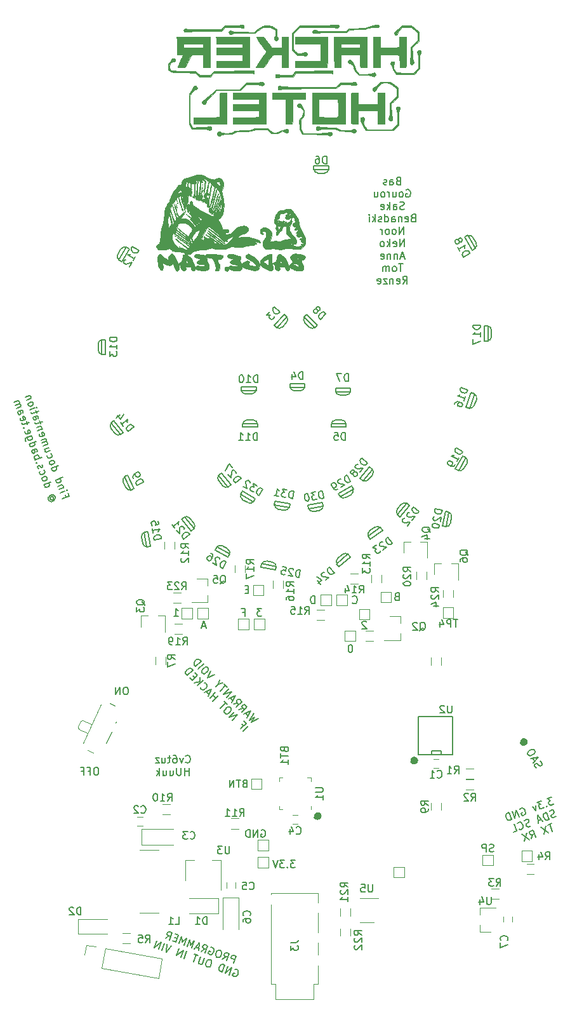
<source format=gbr>
G04 #@! TF.GenerationSoftware,KiCad,Pcbnew,5.1.5*
G04 #@! TF.CreationDate,2019-12-22T23:03:36+01:00*
G04 #@! TF.ProjectId,hh2020v1,68683230-3230-4763-912e-6b696361645f,rev?*
G04 #@! TF.SameCoordinates,Original*
G04 #@! TF.FileFunction,Legend,Bot*
G04 #@! TF.FilePolarity,Positive*
%FSLAX46Y46*%
G04 Gerber Fmt 4.6, Leading zero omitted, Abs format (unit mm)*
G04 Created by KiCad (PCBNEW 5.1.5) date 2019-12-22 23:03:36*
%MOMM*%
%LPD*%
G04 APERTURE LIST*
%ADD10C,1.000000*%
%ADD11C,0.150000*%
%ADD12C,0.120000*%
%ADD13C,0.010000*%
G04 APERTURE END LIST*
D10*
X85091563Y-133377940D02*
G75*
G03X85091563Y-133377940I-52363J0D01*
G01*
D11*
X42740460Y-134318760D02*
X42549984Y-134318760D01*
X42454746Y-134366380D01*
X42359508Y-134461618D01*
X42311889Y-134652094D01*
X42311889Y-134985427D01*
X42359508Y-135175903D01*
X42454746Y-135271141D01*
X42549984Y-135318760D01*
X42740460Y-135318760D01*
X42835699Y-135271141D01*
X42930937Y-135175903D01*
X42978556Y-134985427D01*
X42978556Y-134652094D01*
X42930937Y-134461618D01*
X42835699Y-134366380D01*
X42740460Y-134318760D01*
X41549984Y-134794951D02*
X41883318Y-134794951D01*
X41883318Y-135318760D02*
X41883318Y-134318760D01*
X41407127Y-134318760D01*
X40692841Y-134794951D02*
X41026175Y-134794951D01*
X41026175Y-135318760D02*
X41026175Y-134318760D01*
X40549984Y-134318760D01*
X46684487Y-123605040D02*
X46494011Y-123605040D01*
X46398773Y-123652660D01*
X46303535Y-123747898D01*
X46255916Y-123938374D01*
X46255916Y-124271707D01*
X46303535Y-124462183D01*
X46398773Y-124557421D01*
X46494011Y-124605040D01*
X46684487Y-124605040D01*
X46779725Y-124557421D01*
X46874963Y-124462183D01*
X46922582Y-124271707D01*
X46922582Y-123938374D01*
X46874963Y-123747898D01*
X46779725Y-123652660D01*
X46684487Y-123605040D01*
X45827344Y-124605040D02*
X45827344Y-123605040D01*
X45255916Y-124605040D01*
X45255916Y-123605040D01*
D10*
X72213763Y-140789660D02*
G75*
G03X72213763Y-140789660I-52363J0D01*
G01*
D11*
X54585976Y-133618742D02*
X54633595Y-133666361D01*
X54776452Y-133713980D01*
X54871690Y-133713980D01*
X55014547Y-133666361D01*
X55109785Y-133571123D01*
X55157404Y-133475885D01*
X55205023Y-133285409D01*
X55205023Y-133142552D01*
X55157404Y-132952076D01*
X55109785Y-132856838D01*
X55014547Y-132761600D01*
X54871690Y-132713980D01*
X54776452Y-132713980D01*
X54633595Y-132761600D01*
X54585976Y-132809219D01*
X54252642Y-133047314D02*
X54014547Y-133713980D01*
X53776452Y-133047314D01*
X52966928Y-132713980D02*
X53157404Y-132713980D01*
X53252642Y-132761600D01*
X53300261Y-132809219D01*
X53395500Y-132952076D01*
X53443119Y-133142552D01*
X53443119Y-133523504D01*
X53395500Y-133618742D01*
X53347880Y-133666361D01*
X53252642Y-133713980D01*
X53062166Y-133713980D01*
X52966928Y-133666361D01*
X52919309Y-133618742D01*
X52871690Y-133523504D01*
X52871690Y-133285409D01*
X52919309Y-133190171D01*
X52966928Y-133142552D01*
X53062166Y-133094933D01*
X53252642Y-133094933D01*
X53347880Y-133142552D01*
X53395500Y-133190171D01*
X53443119Y-133285409D01*
X52585976Y-133047314D02*
X52205023Y-133047314D01*
X52443119Y-132713980D02*
X52443119Y-133571123D01*
X52395500Y-133666361D01*
X52300261Y-133713980D01*
X52205023Y-133713980D01*
X51443119Y-133047314D02*
X51443119Y-133713980D01*
X51871690Y-133047314D02*
X51871690Y-133571123D01*
X51824071Y-133666361D01*
X51728833Y-133713980D01*
X51585976Y-133713980D01*
X51490738Y-133666361D01*
X51443119Y-133618742D01*
X51062166Y-133047314D02*
X50538357Y-133047314D01*
X51062166Y-133713980D01*
X50538357Y-133713980D01*
X55014547Y-135363980D02*
X55014547Y-134363980D01*
X55014547Y-134840171D02*
X54443119Y-134840171D01*
X54443119Y-135363980D02*
X54443119Y-134363980D01*
X53966928Y-134363980D02*
X53966928Y-135173504D01*
X53919309Y-135268742D01*
X53871690Y-135316361D01*
X53776452Y-135363980D01*
X53585976Y-135363980D01*
X53490738Y-135316361D01*
X53443119Y-135268742D01*
X53395500Y-135173504D01*
X53395500Y-134363980D01*
X52490738Y-134697314D02*
X52490738Y-135363980D01*
X52919309Y-134697314D02*
X52919309Y-135221123D01*
X52871690Y-135316361D01*
X52776452Y-135363980D01*
X52633595Y-135363980D01*
X52538357Y-135316361D01*
X52490738Y-135268742D01*
X51585976Y-134697314D02*
X51585976Y-135363980D01*
X52014547Y-134697314D02*
X52014547Y-135221123D01*
X51966928Y-135316361D01*
X51871690Y-135363980D01*
X51728833Y-135363980D01*
X51633595Y-135316361D01*
X51585976Y-135268742D01*
X51109785Y-135363980D02*
X51109785Y-134363980D01*
X51014547Y-134983028D02*
X50728833Y-135363980D01*
X50728833Y-134697314D02*
X51109785Y-135078266D01*
X64252562Y-127741786D02*
X63377096Y-128280534D01*
X63747486Y-127640770D01*
X63107722Y-128011160D01*
X63646470Y-127135694D01*
X62905692Y-127405068D02*
X62568974Y-127068351D01*
X62771005Y-127674442D02*
X63242409Y-126731633D01*
X62299600Y-127203038D01*
X61659837Y-126563274D02*
X62232257Y-126462259D01*
X62063898Y-126967335D02*
X62771005Y-126260229D01*
X62501631Y-125990855D01*
X62400616Y-125957183D01*
X62333272Y-125957183D01*
X62232257Y-125990855D01*
X62131242Y-126091870D01*
X62097570Y-126192885D01*
X62097570Y-126260229D01*
X62131242Y-126361244D01*
X62400616Y-126630618D01*
X60952730Y-125856168D02*
X61525150Y-125755152D01*
X61356791Y-126260229D02*
X62063898Y-125553122D01*
X61794524Y-125283748D01*
X61693509Y-125250076D01*
X61626165Y-125250076D01*
X61525150Y-125283748D01*
X61424135Y-125384763D01*
X61390463Y-125485778D01*
X61390463Y-125553122D01*
X61424135Y-125654137D01*
X61693509Y-125923511D01*
X60885387Y-125384763D02*
X60548669Y-125048046D01*
X60750700Y-125654137D02*
X61222104Y-124711328D01*
X60279295Y-125182733D01*
X60043593Y-124947030D02*
X60750700Y-124239924D01*
X59639532Y-124542969D01*
X60346639Y-123835862D01*
X60110937Y-123600160D02*
X59706875Y-123196099D01*
X59201799Y-124105237D02*
X59908906Y-123398130D01*
X58966097Y-123196099D02*
X58629379Y-123532817D01*
X59572188Y-123061412D02*
X58966097Y-123196099D01*
X59100784Y-122590008D01*
X58427349Y-121916573D02*
X57484540Y-122387977D01*
X57955944Y-121445168D01*
X57585555Y-121074779D02*
X57450868Y-120940092D01*
X57349853Y-120906420D01*
X57215166Y-120906420D01*
X57046807Y-121007435D01*
X56811105Y-121243138D01*
X56710090Y-121411496D01*
X56710090Y-121546183D01*
X56743761Y-121647199D01*
X56878448Y-121781886D01*
X56979464Y-121815557D01*
X57114151Y-121815557D01*
X57282509Y-121714542D01*
X57518212Y-121478840D01*
X57619227Y-121310481D01*
X57619227Y-121175794D01*
X57585555Y-121074779D01*
X56272357Y-121175794D02*
X56979464Y-120468687D01*
X55935639Y-120839077D02*
X56642746Y-120131970D01*
X56474387Y-119963611D01*
X56339700Y-119896268D01*
X56205013Y-119896268D01*
X56103998Y-119929939D01*
X55935639Y-120030955D01*
X55834624Y-120131970D01*
X55733609Y-120300329D01*
X55699937Y-120401344D01*
X55699937Y-120536031D01*
X55767281Y-120670718D01*
X55935639Y-120839077D01*
X62260878Y-129497767D02*
X62967985Y-128790661D01*
X62058848Y-128554958D02*
X62294550Y-128790661D01*
X61924161Y-129161050D02*
X62631267Y-128453943D01*
X62294550Y-128117226D01*
X60779321Y-128016210D02*
X61486428Y-127309103D01*
X60375260Y-127612149D01*
X61082367Y-126905042D01*
X60610962Y-126433638D02*
X60476275Y-126298951D01*
X60375260Y-126265279D01*
X60240573Y-126265279D01*
X60072214Y-126366294D01*
X59836512Y-126601997D01*
X59735497Y-126770355D01*
X59735497Y-126905042D01*
X59769168Y-127006058D01*
X59903855Y-127140745D01*
X60004871Y-127174416D01*
X60139558Y-127174416D01*
X60307916Y-127073401D01*
X60543619Y-126837699D01*
X60644634Y-126669340D01*
X60644634Y-126534653D01*
X60610962Y-126433638D01*
X60105886Y-125928562D02*
X59701825Y-125524501D01*
X59196749Y-126433638D02*
X59903855Y-125726531D01*
X58220268Y-125457157D02*
X58927375Y-124750050D01*
X58590657Y-125086768D02*
X58186596Y-124682707D01*
X57816207Y-125053096D02*
X58523314Y-124345989D01*
X57715192Y-124548020D02*
X57378474Y-124211302D01*
X57580505Y-124817394D02*
X58051909Y-123874585D01*
X57109100Y-124345989D01*
X56536680Y-123638883D02*
X56536680Y-123706226D01*
X56604024Y-123840913D01*
X56671367Y-123908257D01*
X56806054Y-123975600D01*
X56940741Y-123975600D01*
X57041757Y-123941928D01*
X57210115Y-123840913D01*
X57311131Y-123739898D01*
X57412146Y-123571539D01*
X57445818Y-123470524D01*
X57445818Y-123335837D01*
X57378474Y-123201150D01*
X57311131Y-123133806D01*
X57176444Y-123066463D01*
X57109100Y-123066463D01*
X56166291Y-123403180D02*
X56873398Y-122696074D01*
X55762230Y-122999119D02*
X56469337Y-122898104D01*
X56469337Y-122292012D02*
X56469337Y-123100135D01*
X55829573Y-122325684D02*
X55593871Y-122089982D01*
X55122467Y-122359356D02*
X55459184Y-122696074D01*
X56166291Y-121988967D01*
X55829573Y-121652249D01*
X54819421Y-122056310D02*
X55526528Y-121349203D01*
X55358169Y-121180845D01*
X55223482Y-121113501D01*
X55088795Y-121113501D01*
X54987780Y-121147173D01*
X54819421Y-121248188D01*
X54718406Y-121349203D01*
X54617390Y-121517562D01*
X54583719Y-121618577D01*
X54583719Y-121753264D01*
X54651062Y-121887951D01*
X54819421Y-122056310D01*
D10*
X99709263Y-130911600D02*
G75*
G03X99709263Y-130911600I-52363J0D01*
G01*
D11*
X101373213Y-134421402D02*
X101260545Y-134321494D01*
X101141498Y-134115297D01*
X101135118Y-134009009D01*
X101152548Y-133943961D01*
X101211217Y-133855102D01*
X101293695Y-133807483D01*
X101399983Y-133801103D01*
X101465032Y-133818533D01*
X101553891Y-133877202D01*
X101690368Y-134018350D01*
X101779226Y-134077019D01*
X101844275Y-134094449D01*
X101950563Y-134088069D01*
X102033042Y-134040450D01*
X102091711Y-133951592D01*
X102109141Y-133886543D01*
X102102761Y-133780255D01*
X101983713Y-133574058D01*
X101871046Y-133474150D01*
X101103219Y-133477569D02*
X100865124Y-133065176D01*
X100903402Y-133702904D02*
X101602761Y-132914229D01*
X100570069Y-133125554D01*
X101174190Y-132171922D02*
X101078952Y-132006965D01*
X100990093Y-131948295D01*
X100859995Y-131913436D01*
X100671229Y-131967435D01*
X100382554Y-132134101D01*
X100241406Y-132270579D01*
X100206546Y-132400676D01*
X100212926Y-132506965D01*
X100308164Y-132671922D01*
X100397023Y-132730591D01*
X100527120Y-132765450D01*
X100715887Y-132711452D01*
X101004562Y-132544785D01*
X101145710Y-132408308D01*
X101180569Y-132278210D01*
X101174190Y-132171922D01*
X103396478Y-138260146D02*
X102814764Y-138471873D01*
X103258288Y-138715844D01*
X103124046Y-138764704D01*
X103050839Y-138842025D01*
X103022378Y-138903059D01*
X103010204Y-139008840D01*
X103091637Y-139232576D01*
X103168958Y-139305784D01*
X103229992Y-139334245D01*
X103335773Y-139346418D01*
X103604257Y-139248698D01*
X103677465Y-139171378D01*
X103705925Y-139110344D01*
X102721485Y-139468651D02*
X102693025Y-139529685D01*
X102754059Y-139558145D01*
X102782519Y-139497111D01*
X102721485Y-139468651D01*
X102754059Y-139558145D01*
X102054060Y-138748746D02*
X101472346Y-138960473D01*
X101915870Y-139204444D01*
X101781628Y-139253304D01*
X101708421Y-139330625D01*
X101679960Y-139391659D01*
X101667786Y-139497440D01*
X101749219Y-139721176D01*
X101826540Y-139794384D01*
X101887574Y-139822845D01*
X101993355Y-139835019D01*
X102261839Y-139737299D01*
X102335047Y-139659978D01*
X102363507Y-139598944D01*
X101273122Y-139387710D02*
X101277399Y-140095605D01*
X100825649Y-139550577D01*
X99161775Y-139852127D02*
X99234983Y-139774806D01*
X99369224Y-139725946D01*
X99519753Y-139721834D01*
X99641821Y-139778755D01*
X99719141Y-139851963D01*
X99829035Y-140014665D01*
X99877895Y-140148907D01*
X99898295Y-140344183D01*
X99886121Y-140449964D01*
X99829200Y-140572032D01*
X99711245Y-140665639D01*
X99621750Y-140698212D01*
X99471222Y-140702325D01*
X99410188Y-140673865D01*
X99296181Y-140360634D01*
X99475170Y-140295487D01*
X99040036Y-140909939D02*
X98698015Y-139970246D01*
X98503068Y-141105379D01*
X98161048Y-140165687D01*
X98055596Y-141268246D02*
X97713575Y-140328553D01*
X97489839Y-140409987D01*
X97371884Y-140503594D01*
X97314963Y-140625662D01*
X97302789Y-140731443D01*
X97323188Y-140926719D01*
X97372048Y-141060961D01*
X97481942Y-141223663D01*
X97559263Y-141296871D01*
X97681331Y-141353792D01*
X97831859Y-141349679D01*
X98055596Y-141268246D01*
X103950940Y-140827734D02*
X103832985Y-140921341D01*
X103609249Y-141002775D01*
X103503468Y-140990601D01*
X103442434Y-140962140D01*
X103365113Y-140888932D01*
X103332540Y-140799438D01*
X103344714Y-140693657D01*
X103373174Y-140632623D01*
X103446382Y-140555302D01*
X103609085Y-140445408D01*
X103682293Y-140368088D01*
X103710753Y-140307054D01*
X103722927Y-140201272D01*
X103690354Y-140111778D01*
X103613033Y-140038570D01*
X103551999Y-140010109D01*
X103446218Y-139997936D01*
X103222482Y-140079369D01*
X103104526Y-140172976D01*
X103027535Y-141214502D02*
X102685514Y-140274809D01*
X102461778Y-140356242D01*
X102343823Y-140449850D01*
X102286902Y-140571918D01*
X102274728Y-140677699D01*
X102295127Y-140872974D01*
X102343987Y-141007216D01*
X102453881Y-141169919D01*
X102531202Y-141243127D01*
X102653270Y-141300048D01*
X102803798Y-141295935D01*
X103027535Y-141214502D01*
X102034869Y-141271751D02*
X101587396Y-141434618D01*
X102222084Y-141507662D02*
X101566833Y-140681976D01*
X101595622Y-141735675D01*
X100594895Y-142049235D02*
X100476940Y-142142842D01*
X100253204Y-142224275D01*
X100147423Y-142212101D01*
X100086389Y-142183641D01*
X100009068Y-142110433D01*
X99976495Y-142020938D01*
X99988669Y-141915157D01*
X100017129Y-141854123D01*
X100090337Y-141776803D01*
X100253040Y-141666909D01*
X100326247Y-141589588D01*
X100354708Y-141528554D01*
X100366882Y-141422773D01*
X100334309Y-141333278D01*
X100256988Y-141260071D01*
X100195954Y-141231610D01*
X100090173Y-141219436D01*
X99866437Y-141300869D01*
X99748481Y-141394477D01*
X99101949Y-142541948D02*
X99162983Y-142570408D01*
X99313511Y-142566295D01*
X99403006Y-142533722D01*
X99520961Y-142440115D01*
X99577882Y-142318047D01*
X99590056Y-142212266D01*
X99569657Y-142016990D01*
X99520797Y-141882748D01*
X99410903Y-141720046D01*
X99333582Y-141646838D01*
X99211514Y-141589917D01*
X99060986Y-141594030D01*
X98971491Y-141626603D01*
X98853536Y-141720210D01*
X98825075Y-141781244D01*
X98284324Y-142940889D02*
X98731797Y-142778022D01*
X98389777Y-141838330D01*
X103384089Y-141776442D02*
X102847122Y-141971882D01*
X103457626Y-142813855D02*
X103115606Y-141874162D01*
X102623386Y-142053315D02*
X102338944Y-143221021D01*
X101996924Y-142281329D02*
X102965406Y-142993008D01*
X100728042Y-143807342D02*
X100878407Y-143245862D01*
X101265010Y-143611902D02*
X100922989Y-142672209D01*
X100565011Y-142802502D01*
X100491803Y-142879823D01*
X100463343Y-142940857D01*
X100451169Y-143046638D01*
X100500029Y-143180880D01*
X100577350Y-143254088D01*
X100638384Y-143282548D01*
X100744165Y-143294722D01*
X101102143Y-143164429D01*
X100072791Y-142981656D02*
X99788350Y-144149362D01*
X99446330Y-143209669D02*
X100414812Y-143921348D01*
X60966337Y-160400407D02*
X61308357Y-159460714D01*
X60950379Y-159330421D01*
X60844598Y-159342594D01*
X60783564Y-159371055D01*
X60706243Y-159444263D01*
X60657383Y-159578505D01*
X60669557Y-159684286D01*
X60698018Y-159745320D01*
X60771226Y-159822641D01*
X61129204Y-159952934D01*
X59489677Y-159862946D02*
X59965775Y-159529480D01*
X60026645Y-160058386D02*
X60368665Y-159118694D01*
X60010687Y-158988400D01*
X59904905Y-159000574D01*
X59843871Y-159029035D01*
X59766551Y-159102243D01*
X59717691Y-159236485D01*
X59729865Y-159342266D01*
X59758325Y-159403300D01*
X59831533Y-159480620D01*
X60189511Y-159610914D01*
X59249983Y-158711527D02*
X59070994Y-158646380D01*
X58965213Y-158658554D01*
X58843145Y-158715475D01*
X58733251Y-158878178D01*
X58619244Y-159191409D01*
X58598845Y-159386684D01*
X58655766Y-159508752D01*
X58728974Y-159586073D01*
X58907963Y-159651220D01*
X59013744Y-159639046D01*
X59135812Y-159582124D01*
X59245706Y-159419422D01*
X59359713Y-159106191D01*
X59380112Y-158910915D01*
X59323191Y-158788848D01*
X59249983Y-158711527D01*
X57936026Y-158283961D02*
X58041807Y-158271787D01*
X58176049Y-158320647D01*
X58294004Y-158414254D01*
X58350925Y-158536322D01*
X58363099Y-158642103D01*
X58342699Y-158837379D01*
X58293839Y-158971621D01*
X58183945Y-159134323D01*
X58106625Y-159207531D01*
X57984557Y-159264452D01*
X57834028Y-159260339D01*
X57744534Y-159227766D01*
X57626579Y-159134159D01*
X57598118Y-159073125D01*
X57712125Y-158759894D01*
X57891114Y-158825041D01*
X56625852Y-158820599D02*
X57101950Y-158487133D01*
X57162819Y-159016039D02*
X57504840Y-158076347D01*
X57146861Y-157946053D01*
X57041080Y-157958227D01*
X56980046Y-157986688D01*
X56902726Y-158059896D01*
X56853866Y-158194137D01*
X56866040Y-158299919D01*
X56894500Y-158360953D01*
X56967708Y-158438273D01*
X57325686Y-158568567D01*
X56365594Y-158421822D02*
X55918121Y-158258956D01*
X56357369Y-158722879D02*
X56386158Y-157669180D01*
X55730907Y-158494866D01*
X55417676Y-158380859D02*
X55759696Y-157441166D01*
X55202165Y-157998369D01*
X55133234Y-157213153D01*
X54791214Y-158152846D01*
X54343742Y-157989979D02*
X54685762Y-157050286D01*
X54128231Y-157607489D01*
X54059300Y-156822273D01*
X53717280Y-157761965D01*
X53448961Y-157106879D02*
X53135730Y-156992872D01*
X52822334Y-157436232D02*
X53269807Y-157599099D01*
X53611827Y-156659406D01*
X53164355Y-156496539D01*
X51882642Y-157094212D02*
X52358739Y-156760746D01*
X52419609Y-157289652D02*
X52761629Y-156349959D01*
X52403651Y-156219666D01*
X52297870Y-156231840D01*
X52236836Y-156260300D01*
X52159515Y-156333508D01*
X52110655Y-156467750D01*
X52122829Y-156573531D01*
X52151290Y-156634565D01*
X52224498Y-156711886D01*
X52582476Y-156842179D01*
X61175210Y-161218821D02*
X61280991Y-161206647D01*
X61415233Y-161255507D01*
X61533188Y-161349114D01*
X61590110Y-161471182D01*
X61602284Y-161576963D01*
X61581884Y-161772239D01*
X61533024Y-161906481D01*
X61423130Y-162069183D01*
X61345810Y-162142391D01*
X61223742Y-162199312D01*
X61073213Y-162195200D01*
X60983719Y-162162626D01*
X60865763Y-162069019D01*
X60837303Y-162007985D01*
X60951310Y-161694754D01*
X61130299Y-161759901D01*
X60402004Y-161950900D02*
X60744024Y-161011207D01*
X59865037Y-161755459D01*
X60207057Y-160815767D01*
X59417564Y-161592593D02*
X59759584Y-160652900D01*
X59535848Y-160571467D01*
X59385320Y-160567354D01*
X59263252Y-160624275D01*
X59185931Y-160697483D01*
X59076037Y-160860185D01*
X59027177Y-160994427D01*
X59006778Y-161189703D01*
X59018952Y-161295484D01*
X59075873Y-161417552D01*
X59193828Y-161511159D01*
X59417564Y-161592593D01*
X57924946Y-159985147D02*
X57745957Y-159920000D01*
X57640176Y-159932174D01*
X57518108Y-159989095D01*
X57408214Y-160151797D01*
X57294208Y-160465028D01*
X57273808Y-160660304D01*
X57330729Y-160782372D01*
X57403937Y-160859692D01*
X57582926Y-160924839D01*
X57688707Y-160912665D01*
X57810775Y-160855744D01*
X57920669Y-160693042D01*
X58034676Y-160379811D01*
X58055075Y-160184535D01*
X57998154Y-160062467D01*
X57924946Y-159985147D01*
X57119496Y-159691986D02*
X56842622Y-160452690D01*
X56765302Y-160525898D01*
X56704268Y-160554358D01*
X56598486Y-160566532D01*
X56419497Y-160501386D01*
X56346289Y-160424065D01*
X56317829Y-160363031D01*
X56305655Y-160257250D01*
X56582528Y-159496546D01*
X56269298Y-159382540D02*
X55732330Y-159187100D01*
X55658794Y-160224512D02*
X56000814Y-159284820D01*
X54361123Y-159752199D02*
X54703143Y-158812506D01*
X53913650Y-159589332D02*
X54255670Y-158649639D01*
X53376683Y-159393892D01*
X53718703Y-158454199D01*
X52689516Y-158079606D02*
X52034265Y-158905292D01*
X52063054Y-157851592D01*
X51407803Y-158677278D02*
X51749823Y-157737586D01*
X50960331Y-158514411D02*
X51302351Y-157574719D01*
X50423363Y-158318971D01*
X50765384Y-157379279D01*
X82936934Y-56117371D02*
X82794077Y-56164990D01*
X82746458Y-56212609D01*
X82698839Y-56307847D01*
X82698839Y-56450704D01*
X82746458Y-56545942D01*
X82794077Y-56593561D01*
X82889315Y-56641180D01*
X83270267Y-56641180D01*
X83270267Y-55641180D01*
X82936934Y-55641180D01*
X82841696Y-55688800D01*
X82794077Y-55736419D01*
X82746458Y-55831657D01*
X82746458Y-55926895D01*
X82794077Y-56022133D01*
X82841696Y-56069752D01*
X82936934Y-56117371D01*
X83270267Y-56117371D01*
X81841696Y-56641180D02*
X81841696Y-56117371D01*
X81889315Y-56022133D01*
X81984553Y-55974514D01*
X82175029Y-55974514D01*
X82270267Y-56022133D01*
X81841696Y-56593561D02*
X81936934Y-56641180D01*
X82175029Y-56641180D01*
X82270267Y-56593561D01*
X82317886Y-56498323D01*
X82317886Y-56403085D01*
X82270267Y-56307847D01*
X82175029Y-56260228D01*
X81936934Y-56260228D01*
X81841696Y-56212609D01*
X81413124Y-56593561D02*
X81317886Y-56641180D01*
X81127410Y-56641180D01*
X81032172Y-56593561D01*
X80984553Y-56498323D01*
X80984553Y-56450704D01*
X81032172Y-56355466D01*
X81127410Y-56307847D01*
X81270267Y-56307847D01*
X81365505Y-56260228D01*
X81413124Y-56164990D01*
X81413124Y-56117371D01*
X81365505Y-56022133D01*
X81270267Y-55974514D01*
X81127410Y-55974514D01*
X81032172Y-56022133D01*
X84008362Y-57338800D02*
X84103600Y-57291180D01*
X84246458Y-57291180D01*
X84389315Y-57338800D01*
X84484553Y-57434038D01*
X84532172Y-57529276D01*
X84579791Y-57719752D01*
X84579791Y-57862609D01*
X84532172Y-58053085D01*
X84484553Y-58148323D01*
X84389315Y-58243561D01*
X84246458Y-58291180D01*
X84151220Y-58291180D01*
X84008362Y-58243561D01*
X83960743Y-58195942D01*
X83960743Y-57862609D01*
X84151220Y-57862609D01*
X83389315Y-58291180D02*
X83484553Y-58243561D01*
X83532172Y-58195942D01*
X83579791Y-58100704D01*
X83579791Y-57814990D01*
X83532172Y-57719752D01*
X83484553Y-57672133D01*
X83389315Y-57624514D01*
X83246458Y-57624514D01*
X83151220Y-57672133D01*
X83103600Y-57719752D01*
X83055981Y-57814990D01*
X83055981Y-58100704D01*
X83103600Y-58195942D01*
X83151220Y-58243561D01*
X83246458Y-58291180D01*
X83389315Y-58291180D01*
X82198839Y-57624514D02*
X82198839Y-58291180D01*
X82627410Y-57624514D02*
X82627410Y-58148323D01*
X82579791Y-58243561D01*
X82484553Y-58291180D01*
X82341696Y-58291180D01*
X82246458Y-58243561D01*
X82198839Y-58195942D01*
X81722648Y-58291180D02*
X81722648Y-57624514D01*
X81722648Y-57814990D02*
X81675029Y-57719752D01*
X81627410Y-57672133D01*
X81532172Y-57624514D01*
X81436934Y-57624514D01*
X80960743Y-58291180D02*
X81055981Y-58243561D01*
X81103600Y-58195942D01*
X81151220Y-58100704D01*
X81151220Y-57814990D01*
X81103600Y-57719752D01*
X81055981Y-57672133D01*
X80960743Y-57624514D01*
X80817886Y-57624514D01*
X80722648Y-57672133D01*
X80675029Y-57719752D01*
X80627410Y-57814990D01*
X80627410Y-58100704D01*
X80675029Y-58195942D01*
X80722648Y-58243561D01*
X80817886Y-58291180D01*
X80960743Y-58291180D01*
X79770267Y-57624514D02*
X79770267Y-58291180D01*
X80198839Y-57624514D02*
X80198839Y-58148323D01*
X80151220Y-58243561D01*
X80055981Y-58291180D01*
X79913124Y-58291180D01*
X79817886Y-58243561D01*
X79770267Y-58195942D01*
X83722648Y-59893561D02*
X83579791Y-59941180D01*
X83341696Y-59941180D01*
X83246458Y-59893561D01*
X83198839Y-59845942D01*
X83151220Y-59750704D01*
X83151220Y-59655466D01*
X83198839Y-59560228D01*
X83246458Y-59512609D01*
X83341696Y-59464990D01*
X83532172Y-59417371D01*
X83627410Y-59369752D01*
X83675029Y-59322133D01*
X83722648Y-59226895D01*
X83722648Y-59131657D01*
X83675029Y-59036419D01*
X83627410Y-58988800D01*
X83532172Y-58941180D01*
X83294077Y-58941180D01*
X83151220Y-58988800D01*
X82294077Y-59941180D02*
X82294077Y-59417371D01*
X82341696Y-59322133D01*
X82436934Y-59274514D01*
X82627410Y-59274514D01*
X82722648Y-59322133D01*
X82294077Y-59893561D02*
X82389315Y-59941180D01*
X82627410Y-59941180D01*
X82722648Y-59893561D01*
X82770267Y-59798323D01*
X82770267Y-59703085D01*
X82722648Y-59607847D01*
X82627410Y-59560228D01*
X82389315Y-59560228D01*
X82294077Y-59512609D01*
X81817886Y-59941180D02*
X81817886Y-58941180D01*
X81722648Y-59560228D02*
X81436934Y-59941180D01*
X81436934Y-59274514D02*
X81817886Y-59655466D01*
X80627410Y-59893561D02*
X80722648Y-59941180D01*
X80913124Y-59941180D01*
X81008362Y-59893561D01*
X81055981Y-59798323D01*
X81055981Y-59417371D01*
X81008362Y-59322133D01*
X80913124Y-59274514D01*
X80722648Y-59274514D01*
X80627410Y-59322133D01*
X80579791Y-59417371D01*
X80579791Y-59512609D01*
X81055981Y-59607847D01*
X84913124Y-61067371D02*
X84770267Y-61114990D01*
X84722648Y-61162609D01*
X84675029Y-61257847D01*
X84675029Y-61400704D01*
X84722648Y-61495942D01*
X84770267Y-61543561D01*
X84865505Y-61591180D01*
X85246458Y-61591180D01*
X85246458Y-60591180D01*
X84913124Y-60591180D01*
X84817886Y-60638800D01*
X84770267Y-60686419D01*
X84722648Y-60781657D01*
X84722648Y-60876895D01*
X84770267Y-60972133D01*
X84817886Y-61019752D01*
X84913124Y-61067371D01*
X85246458Y-61067371D01*
X83865505Y-61543561D02*
X83960743Y-61591180D01*
X84151220Y-61591180D01*
X84246458Y-61543561D01*
X84294077Y-61448323D01*
X84294077Y-61067371D01*
X84246458Y-60972133D01*
X84151220Y-60924514D01*
X83960743Y-60924514D01*
X83865505Y-60972133D01*
X83817886Y-61067371D01*
X83817886Y-61162609D01*
X84294077Y-61257847D01*
X83389315Y-60924514D02*
X83389315Y-61591180D01*
X83389315Y-61019752D02*
X83341696Y-60972133D01*
X83246458Y-60924514D01*
X83103600Y-60924514D01*
X83008362Y-60972133D01*
X82960743Y-61067371D01*
X82960743Y-61591180D01*
X82055981Y-61591180D02*
X82055981Y-61067371D01*
X82103600Y-60972133D01*
X82198839Y-60924514D01*
X82389315Y-60924514D01*
X82484553Y-60972133D01*
X82055981Y-61543561D02*
X82151220Y-61591180D01*
X82389315Y-61591180D01*
X82484553Y-61543561D01*
X82532172Y-61448323D01*
X82532172Y-61353085D01*
X82484553Y-61257847D01*
X82389315Y-61210228D01*
X82151220Y-61210228D01*
X82055981Y-61162609D01*
X81151220Y-61591180D02*
X81151220Y-60591180D01*
X81151220Y-61543561D02*
X81246458Y-61591180D01*
X81436934Y-61591180D01*
X81532172Y-61543561D01*
X81579791Y-61495942D01*
X81627410Y-61400704D01*
X81627410Y-61114990D01*
X81579791Y-61019752D01*
X81532172Y-60972133D01*
X81436934Y-60924514D01*
X81246458Y-60924514D01*
X81151220Y-60972133D01*
X80722648Y-61543561D02*
X80627410Y-61591180D01*
X80436934Y-61591180D01*
X80341696Y-61543561D01*
X80294077Y-61448323D01*
X80294077Y-61400704D01*
X80341696Y-61305466D01*
X80436934Y-61257847D01*
X80579791Y-61257847D01*
X80675029Y-61210228D01*
X80722648Y-61114990D01*
X80722648Y-61067371D01*
X80675029Y-60972133D01*
X80579791Y-60924514D01*
X80436934Y-60924514D01*
X80341696Y-60972133D01*
X79865505Y-61591180D02*
X79865505Y-60591180D01*
X79770267Y-61210228D02*
X79484553Y-61591180D01*
X79484553Y-60924514D02*
X79865505Y-61305466D01*
X79055981Y-61591180D02*
X79055981Y-60924514D01*
X79055981Y-60591180D02*
X79103600Y-60638800D01*
X79055981Y-60686419D01*
X79008362Y-60638800D01*
X79055981Y-60591180D01*
X79055981Y-60686419D01*
X83651220Y-63241180D02*
X83651220Y-62241180D01*
X83079791Y-63241180D01*
X83079791Y-62241180D01*
X82460743Y-63241180D02*
X82555981Y-63193561D01*
X82603600Y-63145942D01*
X82651220Y-63050704D01*
X82651220Y-62764990D01*
X82603600Y-62669752D01*
X82555981Y-62622133D01*
X82460743Y-62574514D01*
X82317886Y-62574514D01*
X82222648Y-62622133D01*
X82175029Y-62669752D01*
X82127410Y-62764990D01*
X82127410Y-63050704D01*
X82175029Y-63145942D01*
X82222648Y-63193561D01*
X82317886Y-63241180D01*
X82460743Y-63241180D01*
X81555981Y-63241180D02*
X81651220Y-63193561D01*
X81698839Y-63145942D01*
X81746458Y-63050704D01*
X81746458Y-62764990D01*
X81698839Y-62669752D01*
X81651220Y-62622133D01*
X81555981Y-62574514D01*
X81413124Y-62574514D01*
X81317886Y-62622133D01*
X81270267Y-62669752D01*
X81222648Y-62764990D01*
X81222648Y-63050704D01*
X81270267Y-63145942D01*
X81317886Y-63193561D01*
X81413124Y-63241180D01*
X81555981Y-63241180D01*
X80794077Y-63241180D02*
X80794077Y-62574514D01*
X80794077Y-62764990D02*
X80746458Y-62669752D01*
X80698839Y-62622133D01*
X80603600Y-62574514D01*
X80508362Y-62574514D01*
X83722648Y-64891180D02*
X83722648Y-63891180D01*
X83151220Y-64891180D01*
X83151220Y-63891180D01*
X82294077Y-64843561D02*
X82389315Y-64891180D01*
X82579791Y-64891180D01*
X82675029Y-64843561D01*
X82722648Y-64748323D01*
X82722648Y-64367371D01*
X82675029Y-64272133D01*
X82579791Y-64224514D01*
X82389315Y-64224514D01*
X82294077Y-64272133D01*
X82246458Y-64367371D01*
X82246458Y-64462609D01*
X82722648Y-64557847D01*
X81817886Y-64891180D02*
X81817886Y-63891180D01*
X81722648Y-64510228D02*
X81436934Y-64891180D01*
X81436934Y-64224514D02*
X81817886Y-64605466D01*
X80865505Y-64891180D02*
X80960743Y-64843561D01*
X81008362Y-64795942D01*
X81055981Y-64700704D01*
X81055981Y-64414990D01*
X81008362Y-64319752D01*
X80960743Y-64272133D01*
X80865505Y-64224514D01*
X80722648Y-64224514D01*
X80627410Y-64272133D01*
X80579791Y-64319752D01*
X80532172Y-64414990D01*
X80532172Y-64700704D01*
X80579791Y-64795942D01*
X80627410Y-64843561D01*
X80722648Y-64891180D01*
X80865505Y-64891180D01*
X83722648Y-66255466D02*
X83246458Y-66255466D01*
X83817886Y-66541180D02*
X83484553Y-65541180D01*
X83151220Y-66541180D01*
X82817886Y-65874514D02*
X82817886Y-66541180D01*
X82817886Y-65969752D02*
X82770267Y-65922133D01*
X82675029Y-65874514D01*
X82532172Y-65874514D01*
X82436934Y-65922133D01*
X82389315Y-66017371D01*
X82389315Y-66541180D01*
X81913124Y-65874514D02*
X81913124Y-66541180D01*
X81913124Y-65969752D02*
X81865505Y-65922133D01*
X81770267Y-65874514D01*
X81627410Y-65874514D01*
X81532172Y-65922133D01*
X81484553Y-66017371D01*
X81484553Y-66541180D01*
X80627410Y-66493561D02*
X80722648Y-66541180D01*
X80913124Y-66541180D01*
X81008362Y-66493561D01*
X81055981Y-66398323D01*
X81055981Y-66017371D01*
X81008362Y-65922133D01*
X80913124Y-65874514D01*
X80722648Y-65874514D01*
X80627410Y-65922133D01*
X80579791Y-66017371D01*
X80579791Y-66112609D01*
X81055981Y-66207847D01*
X83555981Y-67191180D02*
X82984553Y-67191180D01*
X83270267Y-68191180D02*
X83270267Y-67191180D01*
X82508362Y-68191180D02*
X82603600Y-68143561D01*
X82651220Y-68095942D01*
X82698839Y-68000704D01*
X82698839Y-67714990D01*
X82651220Y-67619752D01*
X82603600Y-67572133D01*
X82508362Y-67524514D01*
X82365505Y-67524514D01*
X82270267Y-67572133D01*
X82222648Y-67619752D01*
X82175029Y-67714990D01*
X82175029Y-68000704D01*
X82222648Y-68095942D01*
X82270267Y-68143561D01*
X82365505Y-68191180D01*
X82508362Y-68191180D01*
X81746458Y-68191180D02*
X81746458Y-67524514D01*
X81746458Y-67619752D02*
X81698839Y-67572133D01*
X81603600Y-67524514D01*
X81460743Y-67524514D01*
X81365505Y-67572133D01*
X81317886Y-67667371D01*
X81317886Y-68191180D01*
X81317886Y-67667371D02*
X81270267Y-67572133D01*
X81175029Y-67524514D01*
X81032172Y-67524514D01*
X80936934Y-67572133D01*
X80889315Y-67667371D01*
X80889315Y-68191180D01*
X83555981Y-69841180D02*
X83889315Y-69364990D01*
X84127410Y-69841180D02*
X84127410Y-68841180D01*
X83746458Y-68841180D01*
X83651220Y-68888800D01*
X83603600Y-68936419D01*
X83555981Y-69031657D01*
X83555981Y-69174514D01*
X83603600Y-69269752D01*
X83651220Y-69317371D01*
X83746458Y-69364990D01*
X84127410Y-69364990D01*
X82746458Y-69793561D02*
X82841696Y-69841180D01*
X83032172Y-69841180D01*
X83127410Y-69793561D01*
X83175029Y-69698323D01*
X83175029Y-69317371D01*
X83127410Y-69222133D01*
X83032172Y-69174514D01*
X82841696Y-69174514D01*
X82746458Y-69222133D01*
X82698839Y-69317371D01*
X82698839Y-69412609D01*
X83175029Y-69507847D01*
X82270267Y-69174514D02*
X82270267Y-69841180D01*
X82270267Y-69269752D02*
X82222648Y-69222133D01*
X82127410Y-69174514D01*
X81984553Y-69174514D01*
X81889315Y-69222133D01*
X81841696Y-69317371D01*
X81841696Y-69841180D01*
X81460743Y-69174514D02*
X80936934Y-69174514D01*
X81460743Y-69841180D01*
X80936934Y-69841180D01*
X80175029Y-69793561D02*
X80270267Y-69841180D01*
X80460743Y-69841180D01*
X80555981Y-69793561D01*
X80603600Y-69698323D01*
X80603600Y-69317371D01*
X80555981Y-69222133D01*
X80460743Y-69174514D01*
X80270267Y-69174514D01*
X80175029Y-69222133D01*
X80127410Y-69317371D01*
X80127410Y-69412609D01*
X80603600Y-69507847D01*
X38522111Y-98005783D02*
X38636117Y-98319014D01*
X38143897Y-98498167D02*
X39083590Y-98156147D01*
X38920723Y-97708674D01*
X37850737Y-97692716D02*
X38477199Y-97464703D01*
X38790430Y-97350696D02*
X38761969Y-97411730D01*
X38700935Y-97383269D01*
X38729396Y-97322235D01*
X38790430Y-97350696D01*
X38700935Y-97383269D01*
X38314332Y-97017230D02*
X37687871Y-97245243D01*
X38224838Y-97049803D02*
X38253298Y-96988769D01*
X38265472Y-96882988D01*
X38216612Y-96748746D01*
X38139292Y-96675539D01*
X38033511Y-96663365D01*
X37541291Y-96842518D01*
X37231844Y-95992320D02*
X38171536Y-95650300D01*
X37276591Y-95976033D02*
X37264417Y-96081814D01*
X37329564Y-96260804D01*
X37406884Y-96334011D01*
X37467918Y-96362472D01*
X37573700Y-96374646D01*
X37842183Y-96276926D01*
X37915391Y-96199605D01*
X37943852Y-96138571D01*
X37956026Y-96032790D01*
X37890879Y-95853801D01*
X37813558Y-95780593D01*
X36661810Y-94426166D02*
X37601503Y-94084145D01*
X36706557Y-94409879D02*
X36694384Y-94515660D01*
X36759530Y-94694649D01*
X36836851Y-94767857D01*
X36897885Y-94796318D01*
X37003666Y-94808492D01*
X37272150Y-94710772D01*
X37345357Y-94633451D01*
X37373818Y-94572417D01*
X37385992Y-94466636D01*
X37320845Y-94287647D01*
X37243525Y-94214439D01*
X36450083Y-93844451D02*
X36527404Y-93917659D01*
X36588438Y-93946120D01*
X36694219Y-93958293D01*
X36962703Y-93860573D01*
X37035911Y-93783253D01*
X37064371Y-93722219D01*
X37076545Y-93616438D01*
X37027685Y-93482196D01*
X36950365Y-93408988D01*
X36889331Y-93380527D01*
X36783549Y-93368354D01*
X36515066Y-93466074D01*
X36441858Y-93543394D01*
X36413397Y-93604428D01*
X36401223Y-93710209D01*
X36450083Y-93844451D01*
X36087664Y-92709483D02*
X36075490Y-92815264D01*
X36140637Y-92994253D01*
X36217957Y-93067461D01*
X36278991Y-93095921D01*
X36384772Y-93108095D01*
X36653256Y-93010375D01*
X36726464Y-92933055D01*
X36754924Y-92872021D01*
X36767098Y-92766240D01*
X36701952Y-92587251D01*
X36624631Y-92514043D01*
X36376218Y-91692305D02*
X35749756Y-91920319D01*
X36522798Y-92095031D02*
X36030578Y-92274184D01*
X35924797Y-92262010D01*
X35847477Y-92188802D01*
X35798617Y-92054560D01*
X35810790Y-91948779D01*
X35839251Y-91887745D01*
X35586890Y-91472846D02*
X36213352Y-91244832D01*
X36123857Y-91277406D02*
X36152318Y-91216372D01*
X36164491Y-91110591D01*
X36115631Y-90976349D01*
X36038311Y-90903141D01*
X35932530Y-90890967D01*
X35440310Y-91070121D01*
X35932530Y-90890967D02*
X36005737Y-90813646D01*
X36017911Y-90707865D01*
X35969051Y-90573623D01*
X35891731Y-90500416D01*
X35785950Y-90488242D01*
X35293730Y-90667395D01*
X35045317Y-89845658D02*
X35033143Y-89951439D01*
X35098290Y-90130428D01*
X35175610Y-90203636D01*
X35281391Y-90215810D01*
X35639370Y-90085516D01*
X35712577Y-90008196D01*
X35724751Y-89902414D01*
X35659605Y-89723425D01*
X35582284Y-89650218D01*
X35476503Y-89638044D01*
X35387008Y-89670617D01*
X35460380Y-90150663D01*
X35464165Y-89186458D02*
X34837703Y-89414472D01*
X35374670Y-89219032D02*
X35403131Y-89157998D01*
X35415304Y-89052216D01*
X35366444Y-88917975D01*
X35289124Y-88844767D01*
X35183343Y-88832593D01*
X34691123Y-89011746D01*
X35203578Y-88470502D02*
X35073284Y-88112524D01*
X35467949Y-88222253D02*
X34662498Y-88515414D01*
X34556717Y-88503240D01*
X34479396Y-88430032D01*
X34446823Y-88340537D01*
X34186236Y-87624581D02*
X34678456Y-87445427D01*
X34784237Y-87457601D01*
X34861558Y-87530809D01*
X34926704Y-87709798D01*
X34914530Y-87815580D01*
X34230983Y-87608294D02*
X34218809Y-87714075D01*
X34300243Y-87937812D01*
X34377563Y-88011020D01*
X34483344Y-88023194D01*
X34572839Y-87990620D01*
X34646047Y-87913300D01*
X34658221Y-87807518D01*
X34576787Y-87583782D01*
X34588961Y-87478001D01*
X34698691Y-87083337D02*
X34568397Y-86725358D01*
X34963062Y-86835088D02*
X34157611Y-87128248D01*
X34051830Y-87116074D01*
X33974509Y-87042866D01*
X33941936Y-86953372D01*
X33827929Y-86640141D02*
X34454391Y-86412128D01*
X34767622Y-86298121D02*
X34739161Y-86359155D01*
X34678127Y-86330694D01*
X34706588Y-86269660D01*
X34767622Y-86298121D01*
X34678127Y-86330694D01*
X33616202Y-86058427D02*
X33693523Y-86131634D01*
X33754557Y-86160095D01*
X33860338Y-86172269D01*
X34128822Y-86074549D01*
X34202029Y-85997228D01*
X34230490Y-85936194D01*
X34242664Y-85830413D01*
X34193804Y-85696171D01*
X34116483Y-85622963D01*
X34055449Y-85594503D01*
X33949668Y-85582329D01*
X33681185Y-85680049D01*
X33607977Y-85757370D01*
X33579516Y-85818404D01*
X33567342Y-85924185D01*
X33616202Y-86058427D01*
X33982077Y-85114457D02*
X33355615Y-85342470D01*
X33892583Y-85147030D02*
X33921043Y-85085996D01*
X33933217Y-84980215D01*
X33884357Y-84845973D01*
X33807037Y-84772765D01*
X33701255Y-84760591D01*
X33209035Y-84939745D01*
X36780290Y-98183677D02*
X36841324Y-98212138D01*
X36918645Y-98285345D01*
X36951218Y-98374840D01*
X36939044Y-98480621D01*
X36910584Y-98541655D01*
X36837376Y-98618976D01*
X36747881Y-98651549D01*
X36642100Y-98639375D01*
X36581066Y-98610915D01*
X36503746Y-98537707D01*
X36471172Y-98448212D01*
X36483346Y-98342431D01*
X36511807Y-98281397D01*
X36869785Y-98151104D02*
X36511807Y-98281397D01*
X36450773Y-98252936D01*
X36434486Y-98208189D01*
X36446660Y-98102408D01*
X36519868Y-98025087D01*
X36743604Y-97943654D01*
X36910419Y-97984288D01*
X37048774Y-98085957D01*
X37158668Y-98248659D01*
X37179067Y-98443935D01*
X37138433Y-98610750D01*
X37036764Y-98749105D01*
X36874062Y-98858999D01*
X36678786Y-98879398D01*
X36511971Y-98838764D01*
X36373617Y-98737095D01*
X36263723Y-98574393D01*
X36243323Y-98379117D01*
X36283958Y-98212302D01*
X35697637Y-96601400D02*
X36637330Y-96259380D01*
X35742385Y-96585114D02*
X35730211Y-96690895D01*
X35795357Y-96869884D01*
X35872678Y-96943092D01*
X35933712Y-96971552D01*
X36039493Y-96983726D01*
X36307977Y-96886006D01*
X36381185Y-96808686D01*
X36409645Y-96747652D01*
X36421819Y-96641870D01*
X36356673Y-96462881D01*
X36279352Y-96389673D01*
X35485911Y-96019686D02*
X35563231Y-96092894D01*
X35624265Y-96121354D01*
X35730046Y-96133528D01*
X35998530Y-96035808D01*
X36071738Y-95958487D01*
X36100199Y-95897454D01*
X36112372Y-95791672D01*
X36063512Y-95657431D01*
X35986192Y-95584223D01*
X35925158Y-95555762D01*
X35819377Y-95543588D01*
X35550893Y-95641308D01*
X35477685Y-95718629D01*
X35449225Y-95779663D01*
X35437051Y-95885444D01*
X35485911Y-96019686D01*
X35123491Y-94884717D02*
X35111317Y-94990499D01*
X35176464Y-95169488D01*
X35253785Y-95242696D01*
X35314818Y-95271156D01*
X35420600Y-95283330D01*
X35689083Y-95185610D01*
X35762291Y-95108289D01*
X35790752Y-95047255D01*
X35802926Y-94941474D01*
X35737779Y-94762485D01*
X35660458Y-94689277D01*
X34993198Y-94526739D02*
X34915877Y-94453531D01*
X34850730Y-94274542D01*
X34862904Y-94168761D01*
X34936112Y-94091440D01*
X34980859Y-94075154D01*
X35086641Y-94087328D01*
X35163961Y-94160536D01*
X35212821Y-94294777D01*
X35290142Y-94367985D01*
X35395923Y-94380159D01*
X35440670Y-94363873D01*
X35513878Y-94286552D01*
X35526052Y-94180771D01*
X35477192Y-94046529D01*
X35399872Y-93973321D01*
X34744785Y-93705002D02*
X34683751Y-93676541D01*
X34655290Y-93737575D01*
X34716324Y-93766036D01*
X34744785Y-93705002D01*
X34655290Y-93737575D01*
X34492424Y-93290102D02*
X35432116Y-92948082D01*
X35074138Y-93078376D02*
X35086312Y-92972594D01*
X35021165Y-92793605D01*
X34943845Y-92720398D01*
X34882811Y-92691937D01*
X34777030Y-92679763D01*
X34508546Y-92777483D01*
X34435338Y-92854804D01*
X34406877Y-92915838D01*
X34394704Y-93021619D01*
X34459850Y-93200608D01*
X34537171Y-93273816D01*
X34036397Y-92037179D02*
X34528617Y-91858026D01*
X34634398Y-91870199D01*
X34711719Y-91943407D01*
X34776865Y-92122396D01*
X34764691Y-92228178D01*
X34081144Y-92020892D02*
X34068970Y-92126673D01*
X34150403Y-92350410D01*
X34227724Y-92423618D01*
X34333505Y-92435792D01*
X34423000Y-92403218D01*
X34496208Y-92325898D01*
X34508382Y-92220116D01*
X34426948Y-91996380D01*
X34439122Y-91890599D01*
X33726950Y-91186981D02*
X34666643Y-90844961D01*
X33771697Y-91170694D02*
X33759523Y-91276475D01*
X33824670Y-91455464D01*
X33901991Y-91528672D01*
X33963025Y-91557133D01*
X34068806Y-91569307D01*
X34337289Y-91471587D01*
X34410497Y-91394266D01*
X34438958Y-91333232D01*
X34451132Y-91227451D01*
X34385985Y-91048462D01*
X34308664Y-90975254D01*
X34043965Y-90108769D02*
X33283261Y-90385643D01*
X33210053Y-90462963D01*
X33181593Y-90523997D01*
X33169419Y-90629779D01*
X33218279Y-90764020D01*
X33295600Y-90837228D01*
X33462250Y-90320496D02*
X33450077Y-90426277D01*
X33515223Y-90605266D01*
X33592544Y-90678474D01*
X33653578Y-90706935D01*
X33759359Y-90719109D01*
X34027843Y-90621389D01*
X34101050Y-90544068D01*
X34129511Y-90483034D01*
X34141685Y-90377253D01*
X34076538Y-90198264D01*
X33999218Y-90125056D01*
X33169090Y-89515045D02*
X33156916Y-89620826D01*
X33222063Y-89799816D01*
X33299384Y-89873023D01*
X33405165Y-89885197D01*
X33763143Y-89754904D01*
X33836351Y-89677583D01*
X33848525Y-89571802D01*
X33783378Y-89392813D01*
X33706058Y-89319605D01*
X33600276Y-89307431D01*
X33510782Y-89340005D01*
X33584154Y-89820051D01*
X33050971Y-89051286D02*
X32989937Y-89022825D01*
X32961476Y-89083859D01*
X33022510Y-89112320D01*
X33050971Y-89051286D01*
X32961476Y-89083859D01*
X33473931Y-88542615D02*
X33343638Y-88184637D01*
X33738302Y-88294366D02*
X32932851Y-88587527D01*
X32827070Y-88575353D01*
X32749750Y-88502145D01*
X32717176Y-88412650D01*
X32517623Y-87725155D02*
X32505449Y-87830936D01*
X32570596Y-88009925D01*
X32647917Y-88083133D01*
X32753698Y-88095307D01*
X33111676Y-87965013D01*
X33184884Y-87887693D01*
X33197058Y-87781911D01*
X33131911Y-87602922D01*
X33054591Y-87529714D01*
X32948809Y-87517541D01*
X32859315Y-87550114D01*
X32932687Y-88030160D01*
X32163429Y-86891243D02*
X32655649Y-86712090D01*
X32761430Y-86724264D01*
X32838751Y-86797472D01*
X32903898Y-86976461D01*
X32891724Y-87082242D01*
X32208177Y-86874956D02*
X32196003Y-86980738D01*
X32277436Y-87204474D01*
X32354757Y-87277682D01*
X32460538Y-87289856D01*
X32550032Y-87257282D01*
X32623240Y-87179962D01*
X32635414Y-87074181D01*
X32553981Y-86850444D01*
X32566155Y-86744663D01*
X32000563Y-86443770D02*
X32627024Y-86215757D01*
X32537530Y-86248330D02*
X32565990Y-86187296D01*
X32578164Y-86081515D01*
X32529304Y-85947273D01*
X32451984Y-85874066D01*
X32346202Y-85861892D01*
X31853983Y-86041045D01*
X32346202Y-85861892D02*
X32419410Y-85784571D01*
X32431584Y-85678790D01*
X32382724Y-85544548D01*
X32305404Y-85471340D01*
X32199622Y-85459166D01*
X31707402Y-85638320D01*
D12*
X93794040Y-156192340D02*
X93794040Y-155262340D01*
X93794040Y-153032340D02*
X93794040Y-153962340D01*
X93794040Y-153032340D02*
X95954040Y-153032340D01*
X93794040Y-156192340D02*
X95254040Y-156192340D01*
D11*
X79798341Y-102300271D02*
G75*
G02X80633979Y-102447617I344146J-491492D01*
G01*
X80553678Y-102332936D02*
X78915374Y-103480088D01*
X79798342Y-102300271D02*
X79143020Y-102759133D01*
X79143020Y-102759133D02*
G75*
G03X78995675Y-103594770I344146J-491491D01*
G01*
X79202162Y-103889664D02*
X78915374Y-103480088D01*
X80840466Y-102742512D02*
X80553678Y-102332936D01*
X79202162Y-103889664D02*
X80840466Y-102742512D01*
X72277020Y-55104100D02*
G75*
G02X71677020Y-54504100I0J600000D01*
G01*
X71677020Y-54644100D02*
X73677020Y-54644100D01*
X72277020Y-55104100D02*
X73077020Y-55104100D01*
X73077020Y-55104100D02*
G75*
G03X73677020Y-54504100I0J600000D01*
G01*
X73677020Y-54144100D02*
X73677020Y-54644100D01*
X71677020Y-54144100D02*
X71677020Y-54644100D01*
X73677020Y-54144100D02*
X71677020Y-54144100D01*
X60183130Y-105185622D02*
G75*
G02X60402745Y-106005237I-300000J-519615D01*
G01*
X60472745Y-105883994D02*
X58740695Y-104883994D01*
X60183130Y-105185622D02*
X59490310Y-104785622D01*
X59490310Y-104785622D02*
G75*
G03X58670695Y-105005237I-300000J-519615D01*
G01*
X58490695Y-105317006D02*
X58740695Y-104883994D01*
X60222745Y-106317006D02*
X60472745Y-105883994D01*
X58490695Y-105317006D02*
X60222745Y-106317006D01*
X93329298Y-64355010D02*
G75*
G02X93109683Y-65174625I-519615J-300000D01*
G01*
X93230926Y-65104625D02*
X92230926Y-63372575D01*
X93329298Y-64355010D02*
X92929298Y-63662190D01*
X92929298Y-63662190D02*
G75*
G03X92109683Y-63442575I-519615J-300000D01*
G01*
X91797914Y-63622575D02*
X92230926Y-63372575D01*
X92797914Y-65354625D02*
X93230926Y-65104625D01*
X91797914Y-63622575D02*
X92797914Y-65354625D01*
X70495132Y-75060304D02*
G75*
G02X70495131Y-74211775I424264J424265D01*
G01*
X70396137Y-74310770D02*
X71810350Y-75724983D01*
X70495131Y-75060303D02*
X71060817Y-75625989D01*
X71060816Y-75625988D02*
G75*
G03X71909345Y-75625989I424265J424264D01*
G01*
X72163903Y-75371430D02*
X71810350Y-75724983D01*
X70749690Y-73957217D02*
X70396137Y-74310770D01*
X72163903Y-75371430D02*
X70749690Y-73957217D01*
X62586920Y-84530000D02*
G75*
G02X61986920Y-83930000I0J600000D01*
G01*
X61986920Y-84070000D02*
X63986920Y-84070000D01*
X62586920Y-84530000D02*
X63386920Y-84530000D01*
X63386920Y-84530000D02*
G75*
G03X63986920Y-83930000I0J600000D01*
G01*
X63986920Y-83570000D02*
X63986920Y-84070000D01*
X61986920Y-83570000D02*
X61986920Y-84070000D01*
X63986920Y-83570000D02*
X61986920Y-83570000D01*
X58998213Y-96149261D02*
G75*
G02X59072168Y-95303962I459627J385672D01*
G01*
X58964921Y-95393952D02*
X60250496Y-96926041D01*
X58998213Y-96149261D02*
X59512443Y-96762097D01*
X59512443Y-96762097D02*
G75*
G03X60357743Y-96836051I459627J385673D01*
G01*
X60633519Y-96604648D02*
X60250496Y-96926041D01*
X59347944Y-95072559D02*
X58964921Y-95393952D01*
X60633519Y-96604648D02*
X59347944Y-95072559D01*
X78970897Y-95949297D02*
G75*
G02X78125597Y-96023251I-459627J385673D01*
G01*
X78232844Y-96113241D02*
X79518419Y-94581152D01*
X78970897Y-95949297D02*
X79485127Y-95336461D01*
X79485127Y-95336461D02*
G75*
G03X79411172Y-94491162I-459627J385672D01*
G01*
X79135396Y-94259759D02*
X79518419Y-94581152D01*
X77849821Y-95791848D02*
X78232844Y-96113241D01*
X79135396Y-94259759D02*
X77849821Y-95791848D01*
X83350343Y-99249703D02*
G75*
G02X84195643Y-99175749I459627J-385673D01*
G01*
X84088396Y-99085759D02*
X82802821Y-100617848D01*
X83350343Y-99249703D02*
X82836113Y-99862539D01*
X82836113Y-99862539D02*
G75*
G03X82910068Y-100707838I459627J-385672D01*
G01*
X83185844Y-100939241D02*
X82802821Y-100617848D01*
X84471419Y-99407152D02*
X84088396Y-99085759D01*
X83185844Y-100939241D02*
X84471419Y-99407152D01*
X93108294Y-86026211D02*
G75*
G02X92339266Y-86384815I-563816J205212D01*
G01*
X92470823Y-86432698D02*
X93154863Y-84553312D01*
X93108294Y-86026211D02*
X93381910Y-85274457D01*
X93381909Y-85274457D02*
G75*
G03X93023306Y-84505430I-563815J205212D01*
G01*
X92685017Y-84382302D02*
X93154863Y-84553312D01*
X92000977Y-86261688D02*
X92470823Y-86432698D01*
X92685017Y-84382302D02*
X92000977Y-86261688D01*
X69089320Y-84110900D02*
G75*
G02X68489320Y-83510900I0J600000D01*
G01*
X68489320Y-83650900D02*
X70489320Y-83650900D01*
X69089320Y-84110900D02*
X69889320Y-84110900D01*
X69889320Y-84110900D02*
G75*
G03X70489320Y-83510900I0J600000D01*
G01*
X70489320Y-83150900D02*
X70489320Y-83650900D01*
X68489320Y-83150900D02*
X68489320Y-83650900D01*
X70489320Y-83150900D02*
X68489320Y-83150900D01*
X55672627Y-101691339D02*
G75*
G02X55598672Y-102536638I-459627J-385672D01*
G01*
X55705919Y-102446648D02*
X54420344Y-100914559D01*
X55672627Y-101691339D02*
X55158397Y-101078503D01*
X55158397Y-101078503D02*
G75*
G03X54313097Y-101004549I-459627J-385673D01*
G01*
X54037321Y-101235952D02*
X54420344Y-100914559D01*
X55322896Y-102768041D02*
X55705919Y-102446648D01*
X54037321Y-101235952D02*
X55322896Y-102768041D01*
X75962210Y-98338178D02*
G75*
G02X75142595Y-98118563I-300000J519615D01*
G01*
X75212595Y-98239806D02*
X76944645Y-97239806D01*
X75962210Y-98338178D02*
X76655030Y-97938178D01*
X76655030Y-97938178D02*
G75*
G03X76874645Y-97118563I-300000J519615D01*
G01*
X76694645Y-96806794D02*
X76944645Y-97239806D01*
X74962595Y-97806794D02*
X75212595Y-98239806D01*
X76694645Y-96806794D02*
X74962595Y-97806794D01*
X95396120Y-76866700D02*
G75*
G02X94796120Y-77466700I-600000J0D01*
G01*
X94936120Y-77466700D02*
X94936120Y-75466700D01*
X95396120Y-76866700D02*
X95396120Y-76066700D01*
X95396120Y-76066700D02*
G75*
G03X94796120Y-75466700I-600000J0D01*
G01*
X94436120Y-75466700D02*
X94936120Y-75466700D01*
X94436120Y-77466700D02*
X94936120Y-77466700D01*
X94436120Y-75466700D02*
X94436120Y-77466700D01*
X63590120Y-87999500D02*
G75*
G02X64190120Y-88599500I0J-600000D01*
G01*
X64190120Y-88459500D02*
X62190120Y-88459500D01*
X63590120Y-87999500D02*
X62790120Y-87999500D01*
X62790120Y-87999500D02*
G75*
G03X62190120Y-88599500I0J-600000D01*
G01*
X62190120Y-88959500D02*
X62190120Y-88459500D01*
X64190120Y-88959500D02*
X64190120Y-88459500D01*
X62190120Y-88959500D02*
X64190120Y-88959500D01*
X75401120Y-87999500D02*
G75*
G02X76001120Y-88599500I0J-600000D01*
G01*
X76001120Y-88459500D02*
X74001120Y-88459500D01*
X75401120Y-87999500D02*
X74601120Y-87999500D01*
X74601120Y-87999500D02*
G75*
G03X74001120Y-88599500I0J-600000D01*
G01*
X74001120Y-88959500D02*
X74001120Y-88459500D01*
X76001120Y-88959500D02*
X76001120Y-88459500D01*
X74001120Y-88959500D02*
X76001120Y-88959500D01*
X48692748Y-103615367D02*
G75*
G02X49179443Y-102920294I590884J104189D01*
G01*
X49041570Y-102944604D02*
X49388866Y-104914220D01*
X48692747Y-103615367D02*
X48831666Y-104403213D01*
X48831665Y-104403213D02*
G75*
G03X49526739Y-104889909I590885J104189D01*
G01*
X49881270Y-104827396D02*
X49388866Y-104914220D01*
X49533974Y-102857780D02*
X49041570Y-102944604D01*
X49881270Y-104827396D02*
X49533974Y-102857780D01*
X71657087Y-100196972D02*
G75*
G02X70962014Y-99710277I-104189J590884D01*
G01*
X70986324Y-99848150D02*
X72955940Y-99500854D01*
X71657087Y-100196973D02*
X72444933Y-100058054D01*
X72444933Y-100058055D02*
G75*
G03X72931629Y-99362981I-104189J590885D01*
G01*
X72869116Y-99008450D02*
X72955940Y-99500854D01*
X70899500Y-99355746D02*
X70986324Y-99848150D01*
X72869116Y-99008450D02*
X70899500Y-99355746D01*
X75491239Y-105917093D02*
G75*
G02X76336538Y-105991048I385672J-459627D01*
G01*
X76246548Y-105883801D02*
X74714459Y-107169376D01*
X75491239Y-105917093D02*
X74878403Y-106431323D01*
X74878403Y-106431323D02*
G75*
G03X74804449Y-107276623I385673J-459627D01*
G01*
X75035852Y-107552399D02*
X74714459Y-107169376D01*
X76567941Y-106266824D02*
X76246548Y-105883801D01*
X75035852Y-107552399D02*
X76567941Y-106266824D01*
X45935042Y-65224290D02*
G75*
G02X46754657Y-65004675I519615J-300000D01*
G01*
X46633414Y-64934675D02*
X45633414Y-66666725D01*
X45935042Y-65224290D02*
X45535042Y-65917110D01*
X45535042Y-65917110D02*
G75*
G03X45754657Y-66736725I519615J-300000D01*
G01*
X46066426Y-66916725D02*
X45633414Y-66666725D01*
X47066426Y-65184675D02*
X46633414Y-64934675D01*
X46066426Y-66916725D02*
X47066426Y-65184675D01*
X46261294Y-96279736D02*
G75*
G02X46551508Y-95482380I543785J253571D01*
G01*
X46424625Y-95541547D02*
X47269861Y-97354162D01*
X46261294Y-96279736D02*
X46599389Y-97004782D01*
X46599388Y-97004782D02*
G75*
G03X47396744Y-97294996I543785J253571D01*
G01*
X47723015Y-97142853D02*
X47269861Y-97354162D01*
X46877779Y-95330238D02*
X46424625Y-95541547D01*
X47723015Y-97142853D02*
X46877779Y-95330238D01*
X66940107Y-99892955D02*
G75*
G02X66453411Y-99197881I104189J590885D01*
G01*
X66429100Y-99335754D02*
X68398716Y-99683050D01*
X66940107Y-99892954D02*
X67727953Y-100031873D01*
X67727953Y-100031872D02*
G75*
G03X68423026Y-99545177I104189J590884D01*
G01*
X68485540Y-99190646D02*
X68398716Y-99683050D01*
X66515924Y-98843350D02*
X66429100Y-99335754D01*
X68485540Y-99190646D02*
X66515924Y-98843350D01*
X66176213Y-106951945D02*
G75*
G02X66662909Y-107647019I-104189J-590885D01*
G01*
X66687220Y-107509146D02*
X64717604Y-107161850D01*
X66176213Y-106951946D02*
X65388367Y-106813027D01*
X65388367Y-106813028D02*
G75*
G03X64693294Y-107299723I-104189J-590884D01*
G01*
X64630780Y-107654254D02*
X64717604Y-107161850D01*
X66600396Y-108001550D02*
X66687220Y-107509146D01*
X64630780Y-107654254D02*
X66600396Y-108001550D01*
X91697398Y-94465510D02*
G75*
G02X90877783Y-94685125I-519615J300000D01*
G01*
X90999026Y-94755125D02*
X91999026Y-93023075D01*
X91697398Y-94465510D02*
X92097398Y-93772690D01*
X92097398Y-93772690D02*
G75*
G03X91877783Y-92953075I-519615J300000D01*
G01*
X91566014Y-92773075D02*
X91999026Y-93023075D01*
X90566014Y-94505125D02*
X90999026Y-94755125D01*
X91566014Y-92773075D02*
X90566014Y-94505125D01*
X42909420Y-77882800D02*
G75*
G02X43509420Y-77282800I600000J0D01*
G01*
X43369420Y-77282800D02*
X43369420Y-79282800D01*
X42909420Y-77882800D02*
X42909420Y-78682800D01*
X42909420Y-78682800D02*
G75*
G03X43509420Y-79282800I600000J0D01*
G01*
X43869420Y-79282800D02*
X43369420Y-79282800D01*
X43869420Y-77282800D02*
X43369420Y-77282800D01*
X43869420Y-79282800D02*
X43869420Y-77282800D01*
X75172620Y-84682400D02*
G75*
G02X74572620Y-84082400I0J600000D01*
G01*
X74572620Y-84222400D02*
X76572620Y-84222400D01*
X75172620Y-84682400D02*
X75972620Y-84682400D01*
X75972620Y-84682400D02*
G75*
G03X76572620Y-84082400I0J600000D01*
G01*
X76572620Y-83722400D02*
X76572620Y-84222400D01*
X74572620Y-83722400D02*
X74572620Y-84222400D01*
X76572620Y-83722400D02*
X74572620Y-83722400D01*
X67460624Y-75613288D02*
G75*
G02X66612095Y-75613289I-424265J424264D01*
G01*
X66711090Y-75712283D02*
X68125303Y-74298070D01*
X67460623Y-75613289D02*
X68026309Y-75047603D01*
X68026308Y-75047604D02*
G75*
G03X68026309Y-74199075I-424264J424265D01*
G01*
X67771750Y-73944517D02*
X68125303Y-74298070D01*
X66357537Y-75358730D02*
X66711090Y-75712283D01*
X67771750Y-73944517D02*
X66357537Y-75358730D01*
X62196610Y-98623978D02*
G75*
G02X61976995Y-97804363I300000J519615D01*
G01*
X61906995Y-97925606D02*
X63639045Y-98925606D01*
X62196610Y-98623978D02*
X62889430Y-99023978D01*
X62889430Y-99023978D02*
G75*
G03X63709045Y-98804363I300000J519615D01*
G01*
X63889045Y-98492594D02*
X63639045Y-98925606D01*
X62156995Y-97492594D02*
X61906995Y-97925606D01*
X63889045Y-98492594D02*
X62156995Y-97492594D01*
X89918375Y-101723513D02*
G75*
G02X89223301Y-102210209I-590885J104189D01*
G01*
X89361174Y-102234520D02*
X89708470Y-100264904D01*
X89918374Y-101723513D02*
X90057293Y-100935667D01*
X90057292Y-100935667D02*
G75*
G03X89570597Y-100240594I-590884J104189D01*
G01*
X89216066Y-100178080D02*
X89708470Y-100264904D01*
X88868770Y-102147696D02*
X89361174Y-102234520D01*
X89216066Y-100178080D02*
X88868770Y-102147696D01*
X44647213Y-89189661D02*
G75*
G02X44721168Y-88344362I459627J385672D01*
G01*
X44613921Y-88434352D02*
X45899496Y-89966441D01*
X44647213Y-89189661D02*
X45161443Y-89802497D01*
X45161443Y-89802497D02*
G75*
G03X46006743Y-89876451I459627J385673D01*
G01*
X46282519Y-89645048D02*
X45899496Y-89966441D01*
X44996944Y-88112959D02*
X44613921Y-88434352D01*
X46282519Y-89645048D02*
X44996944Y-88112959D01*
D12*
X45254750Y-128398902D02*
X45339274Y-128217640D01*
X40319305Y-129186924D02*
X40213504Y-128916912D01*
X40868709Y-128008724D02*
X40593860Y-128101235D01*
X41488442Y-129732101D02*
X40319305Y-129186924D01*
X40213504Y-128916912D02*
X40593860Y-128101235D01*
X40868709Y-128008724D02*
X42037846Y-128553901D01*
X40875645Y-131046248D02*
X43284570Y-125880293D01*
X43986896Y-131117825D02*
X44705347Y-129577102D01*
X42253429Y-132350745D02*
X41537445Y-132016877D01*
X44453511Y-125763353D02*
X45169495Y-126097221D01*
D13*
G36*
X62127175Y-35296722D02*
G01*
X62288090Y-35344186D01*
X62365951Y-35448255D01*
X62356553Y-35602555D01*
X62347149Y-35630199D01*
X62296914Y-35707483D01*
X62201922Y-35739962D01*
X62102755Y-35744500D01*
X61966940Y-35732783D01*
X61879590Y-35703655D01*
X61869520Y-35693700D01*
X61808205Y-35675701D01*
X61654729Y-35661178D01*
X61418486Y-35650589D01*
X61108872Y-35644391D01*
X60827940Y-35642900D01*
X59817756Y-35642899D01*
X59599038Y-35896875D01*
X59380320Y-36150850D01*
X57805520Y-36156388D01*
X57180425Y-36161146D01*
X56599823Y-36170642D01*
X56073083Y-36184511D01*
X55609572Y-36202384D01*
X55218657Y-36223894D01*
X54909706Y-36248674D01*
X54692087Y-36276356D01*
X54676846Y-36279061D01*
X54523950Y-36287716D01*
X54421588Y-36238892D01*
X54410146Y-36228068D01*
X54342913Y-36126257D01*
X54326497Y-36058371D01*
X54357812Y-35927419D01*
X54453625Y-35856322D01*
X54621160Y-35842886D01*
X54867640Y-35884919D01*
X54884520Y-35889015D01*
X55004945Y-35905043D01*
X55223781Y-35918573D01*
X55537864Y-35929529D01*
X55944033Y-35937832D01*
X56439126Y-35943406D01*
X57019982Y-35946174D01*
X57230080Y-35946458D01*
X59347041Y-35947700D01*
X59566880Y-35699929D01*
X59786720Y-35452158D01*
X60790365Y-35426462D01*
X61200450Y-35412824D01*
X61514777Y-35395420D01*
X61731614Y-35374391D01*
X61849228Y-35349873D01*
X61866320Y-35340755D01*
X61962628Y-35304882D01*
X62104455Y-35295256D01*
X62127175Y-35296722D01*
G37*
X62127175Y-35296722D02*
X62288090Y-35344186D01*
X62365951Y-35448255D01*
X62356553Y-35602555D01*
X62347149Y-35630199D01*
X62296914Y-35707483D01*
X62201922Y-35739962D01*
X62102755Y-35744500D01*
X61966940Y-35732783D01*
X61879590Y-35703655D01*
X61869520Y-35693700D01*
X61808205Y-35675701D01*
X61654729Y-35661178D01*
X61418486Y-35650589D01*
X61108872Y-35644391D01*
X60827940Y-35642900D01*
X59817756Y-35642899D01*
X59599038Y-35896875D01*
X59380320Y-36150850D01*
X57805520Y-36156388D01*
X57180425Y-36161146D01*
X56599823Y-36170642D01*
X56073083Y-36184511D01*
X55609572Y-36202384D01*
X55218657Y-36223894D01*
X54909706Y-36248674D01*
X54692087Y-36276356D01*
X54676846Y-36279061D01*
X54523950Y-36287716D01*
X54421588Y-36238892D01*
X54410146Y-36228068D01*
X54342913Y-36126257D01*
X54326497Y-36058371D01*
X54357812Y-35927419D01*
X54453625Y-35856322D01*
X54621160Y-35842886D01*
X54867640Y-35884919D01*
X54884520Y-35889015D01*
X55004945Y-35905043D01*
X55223781Y-35918573D01*
X55537864Y-35929529D01*
X55944033Y-35937832D01*
X56439126Y-35943406D01*
X57019982Y-35946174D01*
X57230080Y-35946458D01*
X59347041Y-35947700D01*
X59566880Y-35699929D01*
X59786720Y-35452158D01*
X60790365Y-35426462D01*
X61200450Y-35412824D01*
X61514777Y-35395420D01*
X61731614Y-35374391D01*
X61849228Y-35349873D01*
X61866320Y-35340755D01*
X61962628Y-35304882D01*
X62104455Y-35295256D01*
X62127175Y-35296722D01*
G36*
X80303103Y-35312694D02*
G01*
X80377306Y-35392671D01*
X80370497Y-35532923D01*
X80354063Y-35585344D01*
X80313930Y-35667937D01*
X80249899Y-35703363D01*
X80128314Y-35706039D01*
X80079647Y-35702903D01*
X79729508Y-35681766D01*
X79459262Y-35676019D01*
X79248156Y-35687145D01*
X79075439Y-35716631D01*
X78920358Y-35765962D01*
X78862120Y-35790053D01*
X78759140Y-35831772D01*
X78656117Y-35863603D01*
X78536251Y-35887474D01*
X78382745Y-35905314D01*
X78178801Y-35919050D01*
X77907622Y-35930609D01*
X77552409Y-35941921D01*
X77534243Y-35942453D01*
X76485767Y-35973100D01*
X76255938Y-36138200D01*
X76026110Y-36303300D01*
X74916815Y-36308912D01*
X74469390Y-36313660D01*
X74002360Y-36323063D01*
X73533568Y-36336405D01*
X73080862Y-36352974D01*
X72662086Y-36372056D01*
X72295084Y-36392937D01*
X71997704Y-36414904D01*
X71823363Y-36432602D01*
X71656018Y-36444976D01*
X71555578Y-36426714D01*
X71495620Y-36378898D01*
X71452410Y-36303025D01*
X71469195Y-36218748D01*
X71500161Y-36158752D01*
X71615566Y-36045667D01*
X71777395Y-36005353D01*
X71957359Y-36041727D01*
X72037076Y-36084390D01*
X72080854Y-36108450D01*
X72138461Y-36128142D01*
X72220222Y-36144018D01*
X72336464Y-36156631D01*
X72497512Y-36166535D01*
X72713693Y-36174284D01*
X72995334Y-36180429D01*
X73352759Y-36185525D01*
X73796295Y-36190124D01*
X74053548Y-36192410D01*
X75929851Y-36208520D01*
X76126483Y-36016514D01*
X76323114Y-35824509D01*
X77427517Y-35796103D01*
X77791851Y-35786265D01*
X78070801Y-35776674D01*
X78280562Y-35765396D01*
X78437327Y-35750498D01*
X78557289Y-35730044D01*
X78656642Y-35702100D01*
X78751579Y-35664732D01*
X78831783Y-35628355D01*
X79048630Y-35545211D01*
X79303520Y-35472440D01*
X79492183Y-35434205D01*
X79676933Y-35401015D01*
X79822579Y-35365451D01*
X79899198Y-35334893D01*
X79900979Y-35333349D01*
X79979842Y-35303317D01*
X80113049Y-35287858D01*
X80143874Y-35287300D01*
X80303103Y-35312694D01*
G37*
X80303103Y-35312694D02*
X80377306Y-35392671D01*
X80370497Y-35532923D01*
X80354063Y-35585344D01*
X80313930Y-35667937D01*
X80249899Y-35703363D01*
X80128314Y-35706039D01*
X80079647Y-35702903D01*
X79729508Y-35681766D01*
X79459262Y-35676019D01*
X79248156Y-35687145D01*
X79075439Y-35716631D01*
X78920358Y-35765962D01*
X78862120Y-35790053D01*
X78759140Y-35831772D01*
X78656117Y-35863603D01*
X78536251Y-35887474D01*
X78382745Y-35905314D01*
X78178801Y-35919050D01*
X77907622Y-35930609D01*
X77552409Y-35941921D01*
X77534243Y-35942453D01*
X76485767Y-35973100D01*
X76255938Y-36138200D01*
X76026110Y-36303300D01*
X74916815Y-36308912D01*
X74469390Y-36313660D01*
X74002360Y-36323063D01*
X73533568Y-36336405D01*
X73080862Y-36352974D01*
X72662086Y-36372056D01*
X72295084Y-36392937D01*
X71997704Y-36414904D01*
X71823363Y-36432602D01*
X71656018Y-36444976D01*
X71555578Y-36426714D01*
X71495620Y-36378898D01*
X71452410Y-36303025D01*
X71469195Y-36218748D01*
X71500161Y-36158752D01*
X71615566Y-36045667D01*
X71777395Y-36005353D01*
X71957359Y-36041727D01*
X72037076Y-36084390D01*
X72080854Y-36108450D01*
X72138461Y-36128142D01*
X72220222Y-36144018D01*
X72336464Y-36156631D01*
X72497512Y-36166535D01*
X72713693Y-36174284D01*
X72995334Y-36180429D01*
X73352759Y-36185525D01*
X73796295Y-36190124D01*
X74053548Y-36192410D01*
X75929851Y-36208520D01*
X76126483Y-36016514D01*
X76323114Y-35824509D01*
X77427517Y-35796103D01*
X77791851Y-35786265D01*
X78070801Y-35776674D01*
X78280562Y-35765396D01*
X78437327Y-35750498D01*
X78557289Y-35730044D01*
X78656642Y-35702100D01*
X78751579Y-35664732D01*
X78831783Y-35628355D01*
X79048630Y-35545211D01*
X79303520Y-35472440D01*
X79492183Y-35434205D01*
X79676933Y-35401015D01*
X79822579Y-35365451D01*
X79899198Y-35334893D01*
X79900979Y-35333349D01*
X79979842Y-35303317D01*
X80113049Y-35287858D01*
X80143874Y-35287300D01*
X80303103Y-35312694D01*
G36*
X65724762Y-35444353D02*
G01*
X65925443Y-35465130D01*
X66092890Y-35512257D01*
X66261201Y-35595961D01*
X66464473Y-35726466D01*
X66505020Y-35754084D01*
X66720920Y-35901780D01*
X66720920Y-36348767D01*
X66724661Y-36577015D01*
X66738929Y-36729198D01*
X66768292Y-36830674D01*
X66817316Y-36906804D01*
X66822520Y-36912900D01*
X66896287Y-37027427D01*
X66924120Y-37123872D01*
X66881742Y-37243461D01*
X66780165Y-37353709D01*
X66657720Y-37416813D01*
X66622948Y-37420900D01*
X66507907Y-37386392D01*
X66445148Y-37341071D01*
X66373326Y-37203310D01*
X66392997Y-37031758D01*
X66466920Y-36887500D01*
X66531021Y-36751836D01*
X66562232Y-36573068D01*
X66568185Y-36401704D01*
X66563608Y-36213426D01*
X66542662Y-36092632D01*
X66495228Y-36005401D01*
X66428820Y-35934499D01*
X66260531Y-35801850D01*
X66068320Y-35713625D01*
X65829154Y-35663136D01*
X65519998Y-35643694D01*
X65424628Y-35642900D01*
X65189134Y-35646338D01*
X65005615Y-35663078D01*
X64849036Y-35702752D01*
X64694360Y-35774995D01*
X64516554Y-35889442D01*
X64290581Y-36055727D01*
X64227473Y-36103602D01*
X63842227Y-36396595D01*
X62373273Y-36413447D01*
X61941867Y-36418960D01*
X61600358Y-36424998D01*
X61337042Y-36432336D01*
X61140218Y-36441751D01*
X60998182Y-36454019D01*
X60899231Y-36469916D01*
X60831663Y-36490218D01*
X60783774Y-36515701D01*
X60778716Y-36519199D01*
X60613452Y-36599399D01*
X60476372Y-36593818D01*
X60381633Y-36504002D01*
X60368368Y-36474390D01*
X60341682Y-36290626D01*
X60409051Y-36138119D01*
X60451181Y-36096728D01*
X60517886Y-36065408D01*
X60610463Y-36080976D01*
X60741314Y-36138605D01*
X60814468Y-36170833D01*
X60896911Y-36196523D01*
X61001933Y-36216877D01*
X61142824Y-36233097D01*
X61332877Y-36246384D01*
X61585382Y-36257939D01*
X61913629Y-36268964D01*
X62305091Y-36279972D01*
X63655063Y-36316116D01*
X64182856Y-35923320D01*
X64392453Y-35770613D01*
X64582587Y-35638065D01*
X64733447Y-35539089D01*
X64825222Y-35487098D01*
X64830091Y-35485112D01*
X64931213Y-35465563D01*
X65105098Y-35450236D01*
X65322928Y-35441217D01*
X65456749Y-35439700D01*
X65724762Y-35444353D01*
G37*
X65724762Y-35444353D02*
X65925443Y-35465130D01*
X66092890Y-35512257D01*
X66261201Y-35595961D01*
X66464473Y-35726466D01*
X66505020Y-35754084D01*
X66720920Y-35901780D01*
X66720920Y-36348767D01*
X66724661Y-36577015D01*
X66738929Y-36729198D01*
X66768292Y-36830674D01*
X66817316Y-36906804D01*
X66822520Y-36912900D01*
X66896287Y-37027427D01*
X66924120Y-37123872D01*
X66881742Y-37243461D01*
X66780165Y-37353709D01*
X66657720Y-37416813D01*
X66622948Y-37420900D01*
X66507907Y-37386392D01*
X66445148Y-37341071D01*
X66373326Y-37203310D01*
X66392997Y-37031758D01*
X66466920Y-36887500D01*
X66531021Y-36751836D01*
X66562232Y-36573068D01*
X66568185Y-36401704D01*
X66563608Y-36213426D01*
X66542662Y-36092632D01*
X66495228Y-36005401D01*
X66428820Y-35934499D01*
X66260531Y-35801850D01*
X66068320Y-35713625D01*
X65829154Y-35663136D01*
X65519998Y-35643694D01*
X65424628Y-35642900D01*
X65189134Y-35646338D01*
X65005615Y-35663078D01*
X64849036Y-35702752D01*
X64694360Y-35774995D01*
X64516554Y-35889442D01*
X64290581Y-36055727D01*
X64227473Y-36103602D01*
X63842227Y-36396595D01*
X62373273Y-36413447D01*
X61941867Y-36418960D01*
X61600358Y-36424998D01*
X61337042Y-36432336D01*
X61140218Y-36441751D01*
X60998182Y-36454019D01*
X60899231Y-36469916D01*
X60831663Y-36490218D01*
X60783774Y-36515701D01*
X60778716Y-36519199D01*
X60613452Y-36599399D01*
X60476372Y-36593818D01*
X60381633Y-36504002D01*
X60368368Y-36474390D01*
X60341682Y-36290626D01*
X60409051Y-36138119D01*
X60451181Y-36096728D01*
X60517886Y-36065408D01*
X60610463Y-36080976D01*
X60741314Y-36138605D01*
X60814468Y-36170833D01*
X60896911Y-36196523D01*
X61001933Y-36216877D01*
X61142824Y-36233097D01*
X61332877Y-36246384D01*
X61585382Y-36257939D01*
X61913629Y-36268964D01*
X62305091Y-36279972D01*
X63655063Y-36316116D01*
X64182856Y-35923320D01*
X64392453Y-35770613D01*
X64582587Y-35638065D01*
X64733447Y-35539089D01*
X64825222Y-35487098D01*
X64830091Y-35485112D01*
X64931213Y-35465563D01*
X65105098Y-35450236D01*
X65322928Y-35441217D01*
X65456749Y-35439700D01*
X65724762Y-35444353D01*
G36*
X74938361Y-35312611D02*
G01*
X74990097Y-35368851D01*
X75000590Y-35387536D01*
X75031544Y-35490361D01*
X74993555Y-35596440D01*
X74975137Y-35625823D01*
X74909626Y-35706246D01*
X74831482Y-35734143D01*
X74700238Y-35722236D01*
X74679427Y-35718808D01*
X74585737Y-35711004D01*
X74401734Y-35702805D01*
X74138700Y-35694467D01*
X73807918Y-35686248D01*
X73420673Y-35678407D01*
X72988249Y-35671201D01*
X72521928Y-35664887D01*
X72134550Y-35660677D01*
X69801181Y-35638071D01*
X69353250Y-36083926D01*
X68905320Y-36529781D01*
X68905320Y-38573834D01*
X69206348Y-38860967D01*
X69358035Y-39002627D01*
X69466710Y-39087797D01*
X69562209Y-39130814D01*
X69674367Y-39146011D01*
X69803248Y-39147765D01*
X70042304Y-39128737D01*
X70216656Y-39067675D01*
X70251520Y-39046500D01*
X70441874Y-38958164D01*
X70600541Y-38966093D01*
X70700846Y-39037800D01*
X70775926Y-39165180D01*
X70759826Y-39297437D01*
X70705839Y-39390796D01*
X70586057Y-39480564D01*
X70420326Y-39492517D01*
X70229680Y-39425230D01*
X70226120Y-39423268D01*
X70106406Y-39385004D01*
X69927950Y-39359189D01*
X69776680Y-39352048D01*
X69454241Y-39351300D01*
X69103580Y-39012765D01*
X68752920Y-38674231D01*
X68752920Y-36428393D01*
X69249128Y-35934046D01*
X69745337Y-35439700D01*
X71319228Y-35435208D01*
X71945230Y-35430587D01*
X72545121Y-35420665D01*
X73106273Y-35405911D01*
X73616052Y-35386798D01*
X74061830Y-35363797D01*
X74430975Y-35337379D01*
X74704879Y-35308806D01*
X74854489Y-35295578D01*
X74938361Y-35312611D01*
G37*
X74938361Y-35312611D02*
X74990097Y-35368851D01*
X75000590Y-35387536D01*
X75031544Y-35490361D01*
X74993555Y-35596440D01*
X74975137Y-35625823D01*
X74909626Y-35706246D01*
X74831482Y-35734143D01*
X74700238Y-35722236D01*
X74679427Y-35718808D01*
X74585737Y-35711004D01*
X74401734Y-35702805D01*
X74138700Y-35694467D01*
X73807918Y-35686248D01*
X73420673Y-35678407D01*
X72988249Y-35671201D01*
X72521928Y-35664887D01*
X72134550Y-35660677D01*
X69801181Y-35638071D01*
X69353250Y-36083926D01*
X68905320Y-36529781D01*
X68905320Y-38573834D01*
X69206348Y-38860967D01*
X69358035Y-39002627D01*
X69466710Y-39087797D01*
X69562209Y-39130814D01*
X69674367Y-39146011D01*
X69803248Y-39147765D01*
X70042304Y-39128737D01*
X70216656Y-39067675D01*
X70251520Y-39046500D01*
X70441874Y-38958164D01*
X70600541Y-38966093D01*
X70700846Y-39037800D01*
X70775926Y-39165180D01*
X70759826Y-39297437D01*
X70705839Y-39390796D01*
X70586057Y-39480564D01*
X70420326Y-39492517D01*
X70229680Y-39425230D01*
X70226120Y-39423268D01*
X70106406Y-39385004D01*
X69927950Y-39359189D01*
X69776680Y-39352048D01*
X69454241Y-39351300D01*
X69103580Y-39012765D01*
X68752920Y-38674231D01*
X68752920Y-36428393D01*
X69249128Y-35934046D01*
X69745337Y-35439700D01*
X71319228Y-35435208D01*
X71945230Y-35430587D01*
X72545121Y-35420665D01*
X73106273Y-35405911D01*
X73616052Y-35386798D01*
X74061830Y-35363797D01*
X74430975Y-35337379D01*
X74704879Y-35308806D01*
X74854489Y-35295578D01*
X74938361Y-35312611D01*
G36*
X85190064Y-35856930D02*
G01*
X85669320Y-36274160D01*
X85669320Y-37499343D01*
X85233192Y-37930021D01*
X84797064Y-38360700D01*
X84829931Y-39173500D01*
X84850318Y-39562123D01*
X84876398Y-39854404D01*
X84908743Y-40055470D01*
X84939329Y-40153689D01*
X84984137Y-40330355D01*
X84959358Y-40478492D01*
X84880199Y-40580896D01*
X84761870Y-40620361D01*
X84619579Y-40579685D01*
X84583593Y-40556115D01*
X84525336Y-40493399D01*
X84508994Y-40400867D01*
X84524331Y-40261861D01*
X84537804Y-40135302D01*
X84552072Y-39929801D01*
X84565887Y-39667995D01*
X84578005Y-39372523D01*
X84584487Y-39169335D01*
X84608868Y-38301570D01*
X85567720Y-37346706D01*
X85567720Y-36414693D01*
X85123342Y-36028796D01*
X84678965Y-35642900D01*
X84067332Y-35642899D01*
X83455700Y-35642899D01*
X83212503Y-35889809D01*
X83039764Y-36092286D01*
X82941949Y-36279596D01*
X82919653Y-36357709D01*
X82849383Y-36568784D01*
X82756863Y-36688387D01*
X82647126Y-36713394D01*
X82525204Y-36640683D01*
X82502193Y-36616799D01*
X82420756Y-36468351D01*
X82438727Y-36319678D01*
X82554266Y-36179035D01*
X82608620Y-36139013D01*
X82739309Y-36042871D01*
X82910804Y-35904692D01*
X83089548Y-35751666D01*
X83118540Y-35725863D01*
X83437960Y-35439699D01*
X84710808Y-35439699D01*
X85190064Y-35856930D01*
G37*
X85190064Y-35856930D02*
X85669320Y-36274160D01*
X85669320Y-37499343D01*
X85233192Y-37930021D01*
X84797064Y-38360700D01*
X84829931Y-39173500D01*
X84850318Y-39562123D01*
X84876398Y-39854404D01*
X84908743Y-40055470D01*
X84939329Y-40153689D01*
X84984137Y-40330355D01*
X84959358Y-40478492D01*
X84880199Y-40580896D01*
X84761870Y-40620361D01*
X84619579Y-40579685D01*
X84583593Y-40556115D01*
X84525336Y-40493399D01*
X84508994Y-40400867D01*
X84524331Y-40261861D01*
X84537804Y-40135302D01*
X84552072Y-39929801D01*
X84565887Y-39667995D01*
X84578005Y-39372523D01*
X84584487Y-39169335D01*
X84608868Y-38301570D01*
X85567720Y-37346706D01*
X85567720Y-36414693D01*
X85123342Y-36028796D01*
X84678965Y-35642900D01*
X84067332Y-35642899D01*
X83455700Y-35642899D01*
X83212503Y-35889809D01*
X83039764Y-36092286D01*
X82941949Y-36279596D01*
X82919653Y-36357709D01*
X82849383Y-36568784D01*
X82756863Y-36688387D01*
X82647126Y-36713394D01*
X82525204Y-36640683D01*
X82502193Y-36616799D01*
X82420756Y-36468351D01*
X82438727Y-36319678D01*
X82554266Y-36179035D01*
X82608620Y-36139013D01*
X82739309Y-36042871D01*
X82910804Y-35904692D01*
X83089548Y-35751666D01*
X83118540Y-35725863D01*
X83437960Y-35439699D01*
X84710808Y-35439699D01*
X85190064Y-35856930D01*
G36*
X80538520Y-38386100D02*
G01*
X81237020Y-38385868D01*
X81562237Y-38383044D01*
X81916398Y-38375552D01*
X82254448Y-38364568D01*
X82507020Y-38352707D01*
X83078520Y-38319776D01*
X83078520Y-36912900D01*
X83992920Y-36912900D01*
X83992920Y-38889945D01*
X83992149Y-39330811D01*
X83989951Y-39741560D01*
X83986499Y-40110693D01*
X83981966Y-40426707D01*
X83976522Y-40678103D01*
X83970342Y-40853381D01*
X83963596Y-40941040D01*
X83962084Y-40947345D01*
X83924543Y-40989605D01*
X83838707Y-41014535D01*
X83684704Y-41025863D01*
X83533780Y-41027700D01*
X83136311Y-41027700D01*
X83120115Y-40218993D01*
X83112066Y-39941261D01*
X83100352Y-39699258D01*
X83086227Y-39511236D01*
X83070946Y-39395445D01*
X83061609Y-39368093D01*
X83001004Y-39355682D01*
X82853197Y-39343240D01*
X82632585Y-39331443D01*
X82353563Y-39320965D01*
X82030528Y-39312482D01*
X81778909Y-39307989D01*
X80538520Y-39290078D01*
X80538520Y-41027700D01*
X79624120Y-41027700D01*
X79624120Y-36912900D01*
X80538520Y-36912900D01*
X80538520Y-38386100D01*
G37*
X80538520Y-38386100D02*
X81237020Y-38385868D01*
X81562237Y-38383044D01*
X81916398Y-38375552D01*
X82254448Y-38364568D01*
X82507020Y-38352707D01*
X83078520Y-38319776D01*
X83078520Y-36912900D01*
X83992920Y-36912900D01*
X83992920Y-38889945D01*
X83992149Y-39330811D01*
X83989951Y-39741560D01*
X83986499Y-40110693D01*
X83981966Y-40426707D01*
X83976522Y-40678103D01*
X83970342Y-40853381D01*
X83963596Y-40941040D01*
X83962084Y-40947345D01*
X83924543Y-40989605D01*
X83838707Y-41014535D01*
X83684704Y-41025863D01*
X83533780Y-41027700D01*
X83136311Y-41027700D01*
X83120115Y-40218993D01*
X83112066Y-39941261D01*
X83100352Y-39699258D01*
X83086227Y-39511236D01*
X83070946Y-39395445D01*
X83061609Y-39368093D01*
X83001004Y-39355682D01*
X82853197Y-39343240D01*
X82632585Y-39331443D01*
X82353563Y-39320965D01*
X82030528Y-39312482D01*
X81778909Y-39307989D01*
X80538520Y-39290078D01*
X80538520Y-41027700D01*
X79624120Y-41027700D01*
X79624120Y-36912900D01*
X80538520Y-36912900D01*
X80538520Y-38386100D01*
G36*
X78760520Y-41027700D02*
G01*
X78383674Y-41027700D01*
X78188288Y-41023703D01*
X78026436Y-41013178D01*
X77930692Y-40998322D01*
X77926474Y-40996864D01*
X77896186Y-40972544D01*
X77874438Y-40916875D01*
X77859894Y-40815504D01*
X77851218Y-40654073D01*
X77847076Y-40418228D01*
X77846120Y-40133264D01*
X77846120Y-39300500D01*
X75308576Y-39300500D01*
X75280720Y-41002300D01*
X74899720Y-41011992D01*
X74706513Y-41013325D01*
X74549781Y-41007862D01*
X74460145Y-40996768D01*
X74455220Y-40995059D01*
X74438552Y-40966148D01*
X74424849Y-40889641D01*
X74413874Y-40757946D01*
X74405395Y-40563473D01*
X74399175Y-40298631D01*
X74394980Y-39955830D01*
X74392576Y-39527479D01*
X74391728Y-39005988D01*
X74391720Y-38940666D01*
X74391720Y-38221787D01*
X75293836Y-38221787D01*
X75313673Y-38325760D01*
X75328735Y-38347222D01*
X75392624Y-38357652D01*
X75543489Y-38367022D01*
X75766706Y-38374900D01*
X76047653Y-38380852D01*
X76371706Y-38384444D01*
X76614220Y-38385322D01*
X77846120Y-38386100D01*
X77846120Y-37827300D01*
X75316350Y-37827300D01*
X75295750Y-38068600D01*
X75293836Y-38221787D01*
X74391720Y-38221787D01*
X74391720Y-36912900D01*
X78760520Y-36912900D01*
X78760520Y-41027700D01*
G37*
X78760520Y-41027700D02*
X78383674Y-41027700D01*
X78188288Y-41023703D01*
X78026436Y-41013178D01*
X77930692Y-40998322D01*
X77926474Y-40996864D01*
X77896186Y-40972544D01*
X77874438Y-40916875D01*
X77859894Y-40815504D01*
X77851218Y-40654073D01*
X77847076Y-40418228D01*
X77846120Y-40133264D01*
X77846120Y-39300500D01*
X75308576Y-39300500D01*
X75280720Y-41002300D01*
X74899720Y-41011992D01*
X74706513Y-41013325D01*
X74549781Y-41007862D01*
X74460145Y-40996768D01*
X74455220Y-40995059D01*
X74438552Y-40966148D01*
X74424849Y-40889641D01*
X74413874Y-40757946D01*
X74405395Y-40563473D01*
X74399175Y-40298631D01*
X74394980Y-39955830D01*
X74392576Y-39527479D01*
X74391728Y-39005988D01*
X74391720Y-38940666D01*
X74391720Y-38221787D01*
X75293836Y-38221787D01*
X75313673Y-38325760D01*
X75328735Y-38347222D01*
X75392624Y-38357652D01*
X75543489Y-38367022D01*
X75766706Y-38374900D01*
X76047653Y-38380852D01*
X76371706Y-38384444D01*
X76614220Y-38385322D01*
X77846120Y-38386100D01*
X77846120Y-37827300D01*
X75316350Y-37827300D01*
X75295750Y-38068600D01*
X75293836Y-38221787D01*
X74391720Y-38221787D01*
X74391720Y-36912900D01*
X78760520Y-36912900D01*
X78760520Y-41027700D01*
G36*
X73528120Y-37971530D02*
G01*
X73526200Y-38381447D01*
X73520889Y-38842869D01*
X73512857Y-39314590D01*
X73502772Y-39755403D01*
X73494670Y-40028930D01*
X73461220Y-41027700D01*
X69159320Y-41027700D01*
X69159320Y-40164100D01*
X72613720Y-40164100D01*
X72613720Y-37827300D01*
X69159320Y-37827300D01*
X69159320Y-36912900D01*
X73528120Y-36912900D01*
X73528120Y-37971530D01*
G37*
X73528120Y-37971530D02*
X73526200Y-38381447D01*
X73520889Y-38842869D01*
X73512857Y-39314590D01*
X73502772Y-39755403D01*
X73494670Y-40028930D01*
X73461220Y-41027700D01*
X69159320Y-41027700D01*
X69159320Y-40164100D01*
X72613720Y-40164100D01*
X72613720Y-37827300D01*
X69159320Y-37827300D01*
X69159320Y-36912900D01*
X73528120Y-36912900D01*
X73528120Y-37971530D01*
G36*
X68295720Y-41031655D02*
G01*
X67851220Y-41016977D01*
X67406720Y-41002300D01*
X67392791Y-40151400D01*
X67378863Y-39300500D01*
X66903841Y-39300500D01*
X66648088Y-39300306D01*
X66452973Y-39306818D01*
X66302056Y-39330677D01*
X66178895Y-39382523D01*
X66067050Y-39472998D01*
X65950080Y-39612742D01*
X65811545Y-39812395D01*
X65635003Y-40082599D01*
X65590962Y-40150222D01*
X65374551Y-40473732D01*
X65196912Y-40721691D01*
X65061226Y-40889927D01*
X64970676Y-40974271D01*
X64957000Y-40981203D01*
X64851830Y-41002235D01*
X64676531Y-41018311D01*
X64462543Y-41026914D01*
X64376669Y-41027700D01*
X63918633Y-41027700D01*
X64033393Y-40837200D01*
X64097102Y-40736317D01*
X64206831Y-40567747D01*
X64351705Y-40347979D01*
X64520848Y-40093500D01*
X64703387Y-39820801D01*
X64723336Y-39791113D01*
X64897607Y-39529785D01*
X65050657Y-39296262D01*
X65173960Y-39103886D01*
X65258993Y-38965995D01*
X65297232Y-38895928D01*
X65298520Y-38891031D01*
X65269764Y-38838876D01*
X65189177Y-38717209D01*
X65065278Y-38538252D01*
X64906588Y-38314227D01*
X64721627Y-38057355D01*
X64620056Y-37917818D01*
X64383654Y-37589266D01*
X64200784Y-37324399D01*
X64073980Y-37127150D01*
X64005776Y-37001456D01*
X63997756Y-36951777D01*
X64071457Y-36934785D01*
X64219618Y-36921644D01*
X64415114Y-36914432D01*
X64495845Y-36913677D01*
X64665345Y-36914115D01*
X64798788Y-36922969D01*
X64909348Y-36950535D01*
X65010197Y-37007108D01*
X65114507Y-37102987D01*
X65235450Y-37248467D01*
X65386201Y-37453844D01*
X65579930Y-37729414D01*
X65628720Y-37799185D01*
X66035120Y-38380162D01*
X67381320Y-38386100D01*
X67381320Y-36912900D01*
X68295720Y-36912900D01*
X68295720Y-41031655D01*
G37*
X68295720Y-41031655D02*
X67851220Y-41016977D01*
X67406720Y-41002300D01*
X67392791Y-40151400D01*
X67378863Y-39300500D01*
X66903841Y-39300500D01*
X66648088Y-39300306D01*
X66452973Y-39306818D01*
X66302056Y-39330677D01*
X66178895Y-39382523D01*
X66067050Y-39472998D01*
X65950080Y-39612742D01*
X65811545Y-39812395D01*
X65635003Y-40082599D01*
X65590962Y-40150222D01*
X65374551Y-40473732D01*
X65196912Y-40721691D01*
X65061226Y-40889927D01*
X64970676Y-40974271D01*
X64957000Y-40981203D01*
X64851830Y-41002235D01*
X64676531Y-41018311D01*
X64462543Y-41026914D01*
X64376669Y-41027700D01*
X63918633Y-41027700D01*
X64033393Y-40837200D01*
X64097102Y-40736317D01*
X64206831Y-40567747D01*
X64351705Y-40347979D01*
X64520848Y-40093500D01*
X64703387Y-39820801D01*
X64723336Y-39791113D01*
X64897607Y-39529785D01*
X65050657Y-39296262D01*
X65173960Y-39103886D01*
X65258993Y-38965995D01*
X65297232Y-38895928D01*
X65298520Y-38891031D01*
X65269764Y-38838876D01*
X65189177Y-38717209D01*
X65065278Y-38538252D01*
X64906588Y-38314227D01*
X64721627Y-38057355D01*
X64620056Y-37917818D01*
X64383654Y-37589266D01*
X64200784Y-37324399D01*
X64073980Y-37127150D01*
X64005776Y-37001456D01*
X63997756Y-36951777D01*
X64071457Y-36934785D01*
X64219618Y-36921644D01*
X64415114Y-36914432D01*
X64495845Y-36913677D01*
X64665345Y-36914115D01*
X64798788Y-36922969D01*
X64909348Y-36950535D01*
X65010197Y-37007108D01*
X65114507Y-37102987D01*
X65235450Y-37248467D01*
X65386201Y-37453844D01*
X65579930Y-37729414D01*
X65628720Y-37799185D01*
X66035120Y-38380162D01*
X67381320Y-38386100D01*
X67381320Y-36912900D01*
X68295720Y-36912900D01*
X68295720Y-41031655D01*
G36*
X63063320Y-41027700D02*
G01*
X58694520Y-41027700D01*
X58694520Y-40164100D01*
X62148920Y-40164100D01*
X62148920Y-39300500D01*
X58694520Y-39300500D01*
X58694520Y-38386100D01*
X62148920Y-38386100D01*
X62148920Y-37827300D01*
X58694520Y-37827300D01*
X58694520Y-37528849D01*
X58688994Y-37333486D01*
X58674818Y-37154337D01*
X58662770Y-37071649D01*
X58631020Y-36912900D01*
X63063320Y-36912900D01*
X63063320Y-41027700D01*
G37*
X63063320Y-41027700D02*
X58694520Y-41027700D01*
X58694520Y-40164100D01*
X62148920Y-40164100D01*
X62148920Y-39300500D01*
X58694520Y-39300500D01*
X58694520Y-38386100D01*
X62148920Y-38386100D01*
X62148920Y-37827300D01*
X58694520Y-37827300D01*
X58694520Y-37528849D01*
X58688994Y-37333486D01*
X58674818Y-37154337D01*
X58662770Y-37071649D01*
X58631020Y-36912900D01*
X63063320Y-36912900D01*
X63063320Y-41027700D01*
G36*
X57830920Y-41027700D02*
G01*
X56916520Y-41027700D01*
X56916520Y-39300500D01*
X55395824Y-39300500D01*
X55006452Y-40069219D01*
X54871054Y-40331205D01*
X54744394Y-40566535D01*
X54636228Y-40757807D01*
X54556313Y-40887624D01*
X54522200Y-40932819D01*
X54457875Y-40979892D01*
X54364409Y-41008718D01*
X54218465Y-41023308D01*
X53996704Y-41027671D01*
X53970120Y-41027700D01*
X53743381Y-41024223D01*
X53602206Y-41012156D01*
X53530739Y-40989048D01*
X53512920Y-40956949D01*
X53534291Y-40889132D01*
X53593341Y-40747449D01*
X53682472Y-40548985D01*
X53794086Y-40310826D01*
X53873157Y-40146802D01*
X53992685Y-39894332D01*
X54091301Y-39672195D01*
X54162190Y-39496906D01*
X54198535Y-39384982D01*
X54200359Y-39353953D01*
X54136451Y-39327263D01*
X54000117Y-39308103D01*
X53820468Y-39300507D01*
X53814721Y-39300500D01*
X53462120Y-39300500D01*
X53461758Y-38449600D01*
X53459631Y-38134564D01*
X53454025Y-37827300D01*
X54274920Y-37827300D01*
X54274920Y-38386100D01*
X56916520Y-38386100D01*
X56916520Y-37827300D01*
X54274920Y-37827300D01*
X53454025Y-37827300D01*
X53454004Y-37826193D01*
X53445613Y-37551324D01*
X53435193Y-37336791D01*
X53429012Y-37255800D01*
X53396628Y-36912900D01*
X57830920Y-36912900D01*
X57830920Y-41027700D01*
G37*
X57830920Y-41027700D02*
X56916520Y-41027700D01*
X56916520Y-39300500D01*
X55395824Y-39300500D01*
X55006452Y-40069219D01*
X54871054Y-40331205D01*
X54744394Y-40566535D01*
X54636228Y-40757807D01*
X54556313Y-40887624D01*
X54522200Y-40932819D01*
X54457875Y-40979892D01*
X54364409Y-41008718D01*
X54218465Y-41023308D01*
X53996704Y-41027671D01*
X53970120Y-41027700D01*
X53743381Y-41024223D01*
X53602206Y-41012156D01*
X53530739Y-40989048D01*
X53512920Y-40956949D01*
X53534291Y-40889132D01*
X53593341Y-40747449D01*
X53682472Y-40548985D01*
X53794086Y-40310826D01*
X53873157Y-40146802D01*
X53992685Y-39894332D01*
X54091301Y-39672195D01*
X54162190Y-39496906D01*
X54198535Y-39384982D01*
X54200359Y-39353953D01*
X54136451Y-39327263D01*
X54000117Y-39308103D01*
X53820468Y-39300507D01*
X53814721Y-39300500D01*
X53462120Y-39300500D01*
X53461758Y-38449600D01*
X53459631Y-38134564D01*
X53454025Y-37827300D01*
X54274920Y-37827300D01*
X54274920Y-38386100D01*
X56916520Y-38386100D01*
X56916520Y-37827300D01*
X54274920Y-37827300D01*
X53454025Y-37827300D01*
X53454004Y-37826193D01*
X53445613Y-37551324D01*
X53435193Y-37336791D01*
X53429012Y-37255800D01*
X53396628Y-36912900D01*
X57830920Y-36912900D01*
X57830920Y-41027700D01*
G36*
X85865826Y-38725471D02*
G01*
X85939928Y-38824626D01*
X85965265Y-38971039D01*
X85939795Y-39121749D01*
X85888793Y-39208868D01*
X85855650Y-39255901D01*
X85830782Y-39323508D01*
X85812648Y-39426583D01*
X85799711Y-39580022D01*
X85790431Y-39798719D01*
X85783271Y-40097571D01*
X85780396Y-40258216D01*
X85764473Y-41205500D01*
X85426159Y-41548400D01*
X85087844Y-41891300D01*
X82638543Y-41891300D01*
X82476161Y-41665187D01*
X82330793Y-41439616D01*
X82213557Y-41213428D01*
X82137340Y-41014326D01*
X82114435Y-40887502D01*
X82076394Y-40767067D01*
X82011720Y-40685712D01*
X81933198Y-40566664D01*
X81913706Y-40422303D01*
X81956289Y-40296910D01*
X81983001Y-40268454D01*
X82082009Y-40230844D01*
X82220178Y-40223757D01*
X82224301Y-40224133D01*
X82359785Y-40271559D01*
X82414031Y-40379435D01*
X82386774Y-40546848D01*
X82345941Y-40645401D01*
X82283548Y-40816320D01*
X82277558Y-40972354D01*
X82333008Y-41140542D01*
X82454935Y-41347920D01*
X82485183Y-41392742D01*
X82704646Y-41713500D01*
X83841707Y-41727199D01*
X84978769Y-41740898D01*
X85298644Y-41423866D01*
X85618520Y-41106835D01*
X85618520Y-40222363D01*
X85617571Y-39897561D01*
X85613595Y-39657333D01*
X85604892Y-39484663D01*
X85589764Y-39362534D01*
X85566512Y-39273929D01*
X85533440Y-39201832D01*
X85513252Y-39167565D01*
X85447825Y-39023489D01*
X85436848Y-38907263D01*
X85438741Y-38900332D01*
X85512608Y-38803927D01*
X85639853Y-38732770D01*
X85777122Y-38704612D01*
X85865826Y-38725471D01*
G37*
X85865826Y-38725471D02*
X85939928Y-38824626D01*
X85965265Y-38971039D01*
X85939795Y-39121749D01*
X85888793Y-39208868D01*
X85855650Y-39255901D01*
X85830782Y-39323508D01*
X85812648Y-39426583D01*
X85799711Y-39580022D01*
X85790431Y-39798719D01*
X85783271Y-40097571D01*
X85780396Y-40258216D01*
X85764473Y-41205500D01*
X85426159Y-41548400D01*
X85087844Y-41891300D01*
X82638543Y-41891300D01*
X82476161Y-41665187D01*
X82330793Y-41439616D01*
X82213557Y-41213428D01*
X82137340Y-41014326D01*
X82114435Y-40887502D01*
X82076394Y-40767067D01*
X82011720Y-40685712D01*
X81933198Y-40566664D01*
X81913706Y-40422303D01*
X81956289Y-40296910D01*
X81983001Y-40268454D01*
X82082009Y-40230844D01*
X82220178Y-40223757D01*
X82224301Y-40224133D01*
X82359785Y-40271559D01*
X82414031Y-40379435D01*
X82386774Y-40546848D01*
X82345941Y-40645401D01*
X82283548Y-40816320D01*
X82277558Y-40972354D01*
X82333008Y-41140542D01*
X82454935Y-41347920D01*
X82485183Y-41392742D01*
X82704646Y-41713500D01*
X83841707Y-41727199D01*
X84978769Y-41740898D01*
X85298644Y-41423866D01*
X85618520Y-41106835D01*
X85618520Y-40222363D01*
X85617571Y-39897561D01*
X85613595Y-39657333D01*
X85604892Y-39484663D01*
X85589764Y-39362534D01*
X85566512Y-39273929D01*
X85533440Y-39201832D01*
X85513252Y-39167565D01*
X85447825Y-39023489D01*
X85436848Y-38907263D01*
X85438741Y-38900332D01*
X85512608Y-38803927D01*
X85639853Y-38732770D01*
X85777122Y-38704612D01*
X85865826Y-38725471D01*
G36*
X76551160Y-39981871D02*
G01*
X76669314Y-40053550D01*
X76768964Y-40211741D01*
X76776798Y-40229192D01*
X76869278Y-40409803D01*
X76979048Y-40585570D01*
X77002306Y-40617650D01*
X77095714Y-40776030D01*
X77158088Y-40944015D01*
X77164151Y-40973250D01*
X77200441Y-41159080D01*
X77247131Y-41294985D01*
X77323064Y-41416876D01*
X77447083Y-41560669D01*
X77504493Y-41621924D01*
X77759257Y-41891300D01*
X78501941Y-41891300D01*
X78801518Y-41889732D01*
X79019449Y-41883549D01*
X79175657Y-41870531D01*
X79290067Y-41848458D01*
X79382604Y-41815110D01*
X79439521Y-41786841D01*
X79586057Y-41724714D01*
X79714051Y-41697078D01*
X79742546Y-41697941D01*
X79844068Y-41753949D01*
X79899182Y-41865187D01*
X79909499Y-42000552D01*
X79876633Y-42128940D01*
X79802196Y-42219246D01*
X79714277Y-42243186D01*
X79592034Y-42213439D01*
X79453558Y-42146414D01*
X79446320Y-42141854D01*
X79376447Y-42104160D01*
X79291727Y-42077471D01*
X79174327Y-42059947D01*
X79006415Y-42049748D01*
X78770158Y-42045035D01*
X78497409Y-42043967D01*
X77700898Y-42043700D01*
X77396118Y-41751600D01*
X77230598Y-41583228D01*
X77129203Y-41451071D01*
X77074930Y-41330184D01*
X77058485Y-41256300D01*
X77022718Y-41084179D01*
X76978196Y-40929136D01*
X76972087Y-40912371D01*
X76892142Y-40778484D01*
X76770032Y-40649543D01*
X76637484Y-40553904D01*
X76532725Y-40519700D01*
X76397152Y-40480929D01*
X76281405Y-40386195D01*
X76222305Y-40267862D01*
X76220520Y-40245292D01*
X76264190Y-40101779D01*
X76374005Y-40003568D01*
X76518171Y-39975989D01*
X76551160Y-39981871D01*
G37*
X76551160Y-39981871D02*
X76669314Y-40053550D01*
X76768964Y-40211741D01*
X76776798Y-40229192D01*
X76869278Y-40409803D01*
X76979048Y-40585570D01*
X77002306Y-40617650D01*
X77095714Y-40776030D01*
X77158088Y-40944015D01*
X77164151Y-40973250D01*
X77200441Y-41159080D01*
X77247131Y-41294985D01*
X77323064Y-41416876D01*
X77447083Y-41560669D01*
X77504493Y-41621924D01*
X77759257Y-41891300D01*
X78501941Y-41891300D01*
X78801518Y-41889732D01*
X79019449Y-41883549D01*
X79175657Y-41870531D01*
X79290067Y-41848458D01*
X79382604Y-41815110D01*
X79439521Y-41786841D01*
X79586057Y-41724714D01*
X79714051Y-41697078D01*
X79742546Y-41697941D01*
X79844068Y-41753949D01*
X79899182Y-41865187D01*
X79909499Y-42000552D01*
X79876633Y-42128940D01*
X79802196Y-42219246D01*
X79714277Y-42243186D01*
X79592034Y-42213439D01*
X79453558Y-42146414D01*
X79446320Y-42141854D01*
X79376447Y-42104160D01*
X79291727Y-42077471D01*
X79174327Y-42059947D01*
X79006415Y-42049748D01*
X78770158Y-42045035D01*
X78497409Y-42043967D01*
X77700898Y-42043700D01*
X77396118Y-41751600D01*
X77230598Y-41583228D01*
X77129203Y-41451071D01*
X77074930Y-41330184D01*
X77058485Y-41256300D01*
X77022718Y-41084179D01*
X76978196Y-40929136D01*
X76972087Y-40912371D01*
X76892142Y-40778484D01*
X76770032Y-40649543D01*
X76637484Y-40553904D01*
X76532725Y-40519700D01*
X76397152Y-40480929D01*
X76281405Y-40386195D01*
X76222305Y-40267862D01*
X76220520Y-40245292D01*
X76264190Y-40101779D01*
X76374005Y-40003568D01*
X76518171Y-39975989D01*
X76551160Y-39981871D01*
G36*
X53110607Y-39814319D02*
G01*
X53191741Y-39902231D01*
X53186341Y-40038213D01*
X53168999Y-40082553D01*
X53065915Y-40200124D01*
X52968547Y-40242016D01*
X52717536Y-40335211D01*
X52533576Y-40499087D01*
X52477325Y-40583554D01*
X52409676Y-40787922D01*
X52416459Y-41009084D01*
X52491464Y-41212289D01*
X52614838Y-41353101D01*
X52659543Y-41383176D01*
X52711417Y-41407159D01*
X52782069Y-41425882D01*
X52883110Y-41440176D01*
X53026148Y-41450875D01*
X53222793Y-41458810D01*
X53484653Y-41464815D01*
X53823339Y-41469721D01*
X54250458Y-41474361D01*
X54314989Y-41475007D01*
X55871820Y-41490515D01*
X56161799Y-41767107D01*
X56451777Y-42043700D01*
X57816182Y-42043700D01*
X58341176Y-41488596D01*
X60791148Y-41465218D01*
X61288877Y-41460174D01*
X61762183Y-41454813D01*
X62200018Y-41449300D01*
X62591332Y-41443799D01*
X62925078Y-41438476D01*
X63190207Y-41433495D01*
X63375670Y-41429021D01*
X63469720Y-41425270D01*
X63698320Y-41408700D01*
X63698320Y-41815100D01*
X63469720Y-41798494D01*
X63373888Y-41794741D01*
X63187401Y-41790392D01*
X62921198Y-41785603D01*
X62586221Y-41780526D01*
X62193410Y-41775315D01*
X61753708Y-41770126D01*
X61278054Y-41765112D01*
X60777390Y-41760427D01*
X60751920Y-41760205D01*
X58262720Y-41738521D01*
X57907120Y-42244617D01*
X57143210Y-42245758D01*
X56379300Y-42246900D01*
X56136053Y-41999939D01*
X55892806Y-41752979D01*
X54410763Y-41717869D01*
X54023617Y-41707004D01*
X53661825Y-41693648D01*
X53340072Y-41678593D01*
X53073039Y-41662631D01*
X52875409Y-41646554D01*
X52761866Y-41631154D01*
X52750920Y-41628342D01*
X52586690Y-41558747D01*
X52422900Y-41461450D01*
X52408020Y-41450627D01*
X52325130Y-41384075D01*
X52275997Y-41319306D01*
X52251798Y-41228540D01*
X52243714Y-41084000D01*
X52242920Y-40930666D01*
X52245290Y-40728263D01*
X52259425Y-40594005D01*
X52295856Y-40494445D01*
X52365118Y-40396137D01*
X52438078Y-40310952D01*
X52560949Y-40158240D01*
X52664250Y-40008707D01*
X52705463Y-39935500D01*
X52778318Y-39826117D01*
X52882100Y-39786166D01*
X52949267Y-39783100D01*
X53110607Y-39814319D01*
G37*
X53110607Y-39814319D02*
X53191741Y-39902231D01*
X53186341Y-40038213D01*
X53168999Y-40082553D01*
X53065915Y-40200124D01*
X52968547Y-40242016D01*
X52717536Y-40335211D01*
X52533576Y-40499087D01*
X52477325Y-40583554D01*
X52409676Y-40787922D01*
X52416459Y-41009084D01*
X52491464Y-41212289D01*
X52614838Y-41353101D01*
X52659543Y-41383176D01*
X52711417Y-41407159D01*
X52782069Y-41425882D01*
X52883110Y-41440176D01*
X53026148Y-41450875D01*
X53222793Y-41458810D01*
X53484653Y-41464815D01*
X53823339Y-41469721D01*
X54250458Y-41474361D01*
X54314989Y-41475007D01*
X55871820Y-41490515D01*
X56161799Y-41767107D01*
X56451777Y-42043700D01*
X57816182Y-42043700D01*
X58341176Y-41488596D01*
X60791148Y-41465218D01*
X61288877Y-41460174D01*
X61762183Y-41454813D01*
X62200018Y-41449300D01*
X62591332Y-41443799D01*
X62925078Y-41438476D01*
X63190207Y-41433495D01*
X63375670Y-41429021D01*
X63469720Y-41425270D01*
X63698320Y-41408700D01*
X63698320Y-41815100D01*
X63469720Y-41798494D01*
X63373888Y-41794741D01*
X63187401Y-41790392D01*
X62921198Y-41785603D01*
X62586221Y-41780526D01*
X62193410Y-41775315D01*
X61753708Y-41770126D01*
X61278054Y-41765112D01*
X60777390Y-41760427D01*
X60751920Y-41760205D01*
X58262720Y-41738521D01*
X57907120Y-42244617D01*
X57143210Y-42245758D01*
X56379300Y-42246900D01*
X56136053Y-41999939D01*
X55892806Y-41752979D01*
X54410763Y-41717869D01*
X54023617Y-41707004D01*
X53661825Y-41693648D01*
X53340072Y-41678593D01*
X53073039Y-41662631D01*
X52875409Y-41646554D01*
X52761866Y-41631154D01*
X52750920Y-41628342D01*
X52586690Y-41558747D01*
X52422900Y-41461450D01*
X52408020Y-41450627D01*
X52325130Y-41384075D01*
X52275997Y-41319306D01*
X52251798Y-41228540D01*
X52243714Y-41084000D01*
X52242920Y-40930666D01*
X52245290Y-40728263D01*
X52259425Y-40594005D01*
X52295856Y-40494445D01*
X52365118Y-40396137D01*
X52438078Y-40310952D01*
X52560949Y-40158240D01*
X52664250Y-40008707D01*
X52705463Y-39935500D01*
X52778318Y-39826117D01*
X52882100Y-39786166D01*
X52949267Y-39783100D01*
X53110607Y-39814319D01*
G36*
X74163120Y-41815100D02*
G01*
X73934520Y-41798685D01*
X73836166Y-41794727D01*
X73647913Y-41790087D01*
X73381460Y-41784948D01*
X73048503Y-41779494D01*
X72660740Y-41773908D01*
X72229869Y-41768374D01*
X71767588Y-41763076D01*
X71470720Y-41759994D01*
X69235520Y-41737719D01*
X69074935Y-41984895D01*
X68914350Y-42232072D01*
X67991633Y-42258527D01*
X67629585Y-42272032D01*
X67343404Y-42289323D01*
X67140677Y-42309752D01*
X67028992Y-42332673D01*
X67011758Y-42342141D01*
X66901204Y-42391734D01*
X66755216Y-42390687D01*
X66624778Y-42341791D01*
X66597548Y-42319471D01*
X66528453Y-42195795D01*
X66529117Y-42061259D01*
X66597183Y-41956322D01*
X66619537Y-41941983D01*
X66719775Y-41916230D01*
X66864768Y-41933764D01*
X66984357Y-41965596D01*
X67149616Y-42001395D01*
X67372659Y-42025634D01*
X67667999Y-42039381D01*
X68048092Y-42043700D01*
X68848824Y-42043700D01*
X69014775Y-41766247D01*
X69180727Y-41488795D01*
X71443323Y-41465183D01*
X71922030Y-41459875D01*
X72376533Y-41454241D01*
X72795224Y-41448465D01*
X73166495Y-41442736D01*
X73478736Y-41437239D01*
X73720340Y-41432161D01*
X73879698Y-41427689D01*
X73934520Y-41425135D01*
X74163120Y-41408700D01*
X74163120Y-41815100D01*
G37*
X74163120Y-41815100D02*
X73934520Y-41798685D01*
X73836166Y-41794727D01*
X73647913Y-41790087D01*
X73381460Y-41784948D01*
X73048503Y-41779494D01*
X72660740Y-41773908D01*
X72229869Y-41768374D01*
X71767588Y-41763076D01*
X71470720Y-41759994D01*
X69235520Y-41737719D01*
X69074935Y-41984895D01*
X68914350Y-42232072D01*
X67991633Y-42258527D01*
X67629585Y-42272032D01*
X67343404Y-42289323D01*
X67140677Y-42309752D01*
X67028992Y-42332673D01*
X67011758Y-42342141D01*
X66901204Y-42391734D01*
X66755216Y-42390687D01*
X66624778Y-42341791D01*
X66597548Y-42319471D01*
X66528453Y-42195795D01*
X66529117Y-42061259D01*
X66597183Y-41956322D01*
X66619537Y-41941983D01*
X66719775Y-41916230D01*
X66864768Y-41933764D01*
X66984357Y-41965596D01*
X67149616Y-42001395D01*
X67372659Y-42025634D01*
X67667999Y-42039381D01*
X68048092Y-42043700D01*
X68848824Y-42043700D01*
X69014775Y-41766247D01*
X69180727Y-41488795D01*
X71443323Y-41465183D01*
X71922030Y-41459875D01*
X72376533Y-41454241D01*
X72795224Y-41448465D01*
X73166495Y-41442736D01*
X73478736Y-41437239D01*
X73720340Y-41432161D01*
X73879698Y-41427689D01*
X73934520Y-41425135D01*
X74163120Y-41408700D01*
X74163120Y-41815100D01*
G36*
X77274126Y-42979966D02*
G01*
X77322901Y-43034911D01*
X77344981Y-43079873D01*
X77365853Y-43222274D01*
X77304530Y-43335309D01*
X77180099Y-43397637D01*
X77059749Y-43398754D01*
X76933283Y-43378345D01*
X76745831Y-43348260D01*
X76536741Y-43314813D01*
X76525320Y-43312990D01*
X76291583Y-43286932D01*
X76026266Y-43275014D01*
X75755705Y-43276431D01*
X75506236Y-43290380D01*
X75304198Y-43316058D01*
X75175926Y-43352661D01*
X75172879Y-43354245D01*
X75079621Y-43415385D01*
X74942876Y-43517641D01*
X74827419Y-43610123D01*
X74583600Y-43811603D01*
X71010387Y-43829351D01*
X70286526Y-43833332D01*
X69658517Y-43837672D01*
X69120613Y-43842502D01*
X68667067Y-43847948D01*
X68292130Y-43854140D01*
X67990056Y-43861206D01*
X67755098Y-43869275D01*
X67581507Y-43878474D01*
X67463536Y-43888932D01*
X67395438Y-43900778D01*
X67373687Y-43910600D01*
X67276888Y-43953684D01*
X67130290Y-43969520D01*
X66982843Y-43954762D01*
X66936820Y-43940456D01*
X66891415Y-43874876D01*
X66875091Y-43755589D01*
X66888114Y-43626317D01*
X66930755Y-43530782D01*
X66934280Y-43527059D01*
X67039795Y-43478991D01*
X67186654Y-43469159D01*
X67322197Y-43497261D01*
X67373675Y-43529600D01*
X67408266Y-43542569D01*
X67488365Y-43554039D01*
X67619732Y-43564138D01*
X67808123Y-43572992D01*
X68059299Y-43580729D01*
X68379018Y-43587477D01*
X68773037Y-43593363D01*
X69247116Y-43598513D01*
X69807014Y-43603057D01*
X70458488Y-43607121D01*
X71003335Y-43609896D01*
X74569520Y-43626692D01*
X75184846Y-43068978D01*
X75994783Y-43041085D01*
X76292727Y-43029288D01*
X76574295Y-43015358D01*
X76815043Y-43000704D01*
X76990525Y-42986733D01*
X77044821Y-42980626D01*
X77192636Y-42965576D01*
X77274126Y-42979966D01*
G37*
X77274126Y-42979966D02*
X77322901Y-43034911D01*
X77344981Y-43079873D01*
X77365853Y-43222274D01*
X77304530Y-43335309D01*
X77180099Y-43397637D01*
X77059749Y-43398754D01*
X76933283Y-43378345D01*
X76745831Y-43348260D01*
X76536741Y-43314813D01*
X76525320Y-43312990D01*
X76291583Y-43286932D01*
X76026266Y-43275014D01*
X75755705Y-43276431D01*
X75506236Y-43290380D01*
X75304198Y-43316058D01*
X75175926Y-43352661D01*
X75172879Y-43354245D01*
X75079621Y-43415385D01*
X74942876Y-43517641D01*
X74827419Y-43610123D01*
X74583600Y-43811603D01*
X71010387Y-43829351D01*
X70286526Y-43833332D01*
X69658517Y-43837672D01*
X69120613Y-43842502D01*
X68667067Y-43847948D01*
X68292130Y-43854140D01*
X67990056Y-43861206D01*
X67755098Y-43869275D01*
X67581507Y-43878474D01*
X67463536Y-43888932D01*
X67395438Y-43900778D01*
X67373687Y-43910600D01*
X67276888Y-43953684D01*
X67130290Y-43969520D01*
X66982843Y-43954762D01*
X66936820Y-43940456D01*
X66891415Y-43874876D01*
X66875091Y-43755589D01*
X66888114Y-43626317D01*
X66930755Y-43530782D01*
X66934280Y-43527059D01*
X67039795Y-43478991D01*
X67186654Y-43469159D01*
X67322197Y-43497261D01*
X67373675Y-43529600D01*
X67408266Y-43542569D01*
X67488365Y-43554039D01*
X67619732Y-43564138D01*
X67808123Y-43572992D01*
X68059299Y-43580729D01*
X68379018Y-43587477D01*
X68773037Y-43593363D01*
X69247116Y-43598513D01*
X69807014Y-43603057D01*
X70458488Y-43607121D01*
X71003335Y-43609896D01*
X74569520Y-43626692D01*
X75184846Y-43068978D01*
X75994783Y-43041085D01*
X76292727Y-43029288D01*
X76574295Y-43015358D01*
X76815043Y-43000704D01*
X76990525Y-42986733D01*
X77044821Y-42980626D01*
X77192636Y-42965576D01*
X77274126Y-42979966D01*
G36*
X64828258Y-42936715D02*
G01*
X64832578Y-42938208D01*
X64951946Y-43019953D01*
X65022122Y-43143363D01*
X65028270Y-43272378D01*
X64996238Y-43336064D01*
X64898219Y-43390326D01*
X64750787Y-43413543D01*
X64601942Y-43403540D01*
X64500095Y-43358555D01*
X64426440Y-43334977D01*
X64260410Y-43313570D01*
X64011218Y-43295140D01*
X63688081Y-43280495D01*
X63562835Y-43276516D01*
X62682320Y-43251222D01*
X61938824Y-44075700D01*
X58712317Y-44075700D01*
X58022310Y-44776750D01*
X57769013Y-45037114D01*
X57579875Y-45239668D01*
X57445158Y-45396326D01*
X57355123Y-45519001D01*
X57300029Y-45619608D01*
X57274853Y-45691150D01*
X57231209Y-45825320D01*
X57177800Y-45887137D01*
X57085902Y-45904063D01*
X57051721Y-45904500D01*
X56917701Y-45886833D01*
X56825824Y-45844272D01*
X56825080Y-45843540D01*
X56764487Y-45721862D01*
X56772801Y-45578296D01*
X56836835Y-45446726D01*
X56943405Y-45361031D01*
X57018817Y-45345700D01*
X57085555Y-45312512D01*
X57210389Y-45221641D01*
X57378468Y-45086128D01*
X57574944Y-44919012D01*
X57784966Y-44733332D01*
X57993686Y-44542127D01*
X58186254Y-44358438D01*
X58347820Y-44195305D01*
X58426267Y-44109795D01*
X58589815Y-43923300D01*
X61830117Y-43923300D01*
X62244662Y-43491500D01*
X62659208Y-43059700D01*
X63501286Y-43059700D01*
X63835145Y-43057750D01*
X64084360Y-43050968D01*
X64265830Y-43037959D01*
X64396452Y-43017325D01*
X64493124Y-42987668D01*
X64521006Y-42975403D01*
X64686616Y-42920983D01*
X64828258Y-42936715D01*
G37*
X64828258Y-42936715D02*
X64832578Y-42938208D01*
X64951946Y-43019953D01*
X65022122Y-43143363D01*
X65028270Y-43272378D01*
X64996238Y-43336064D01*
X64898219Y-43390326D01*
X64750787Y-43413543D01*
X64601942Y-43403540D01*
X64500095Y-43358555D01*
X64426440Y-43334977D01*
X64260410Y-43313570D01*
X64011218Y-43295140D01*
X63688081Y-43280495D01*
X63562835Y-43276516D01*
X62682320Y-43251222D01*
X61938824Y-44075700D01*
X58712317Y-44075700D01*
X58022310Y-44776750D01*
X57769013Y-45037114D01*
X57579875Y-45239668D01*
X57445158Y-45396326D01*
X57355123Y-45519001D01*
X57300029Y-45619608D01*
X57274853Y-45691150D01*
X57231209Y-45825320D01*
X57177800Y-45887137D01*
X57085902Y-45904063D01*
X57051721Y-45904500D01*
X56917701Y-45886833D01*
X56825824Y-45844272D01*
X56825080Y-45843540D01*
X56764487Y-45721862D01*
X56772801Y-45578296D01*
X56836835Y-45446726D01*
X56943405Y-45361031D01*
X57018817Y-45345700D01*
X57085555Y-45312512D01*
X57210389Y-45221641D01*
X57378468Y-45086128D01*
X57574944Y-44919012D01*
X57784966Y-44733332D01*
X57993686Y-44542127D01*
X58186254Y-44358438D01*
X58347820Y-44195305D01*
X58426267Y-44109795D01*
X58589815Y-43923300D01*
X61830117Y-43923300D01*
X62244662Y-43491500D01*
X62659208Y-43059700D01*
X63501286Y-43059700D01*
X63835145Y-43057750D01*
X64084360Y-43050968D01*
X64265830Y-43037959D01*
X64396452Y-43017325D01*
X64493124Y-42987668D01*
X64521006Y-42975403D01*
X64686616Y-42920983D01*
X64828258Y-42936715D01*
G36*
X82380884Y-43321936D02*
G01*
X82875320Y-43736572D01*
X82875320Y-44966943D01*
X82443520Y-45396500D01*
X82011720Y-45826056D01*
X82014748Y-46462178D01*
X82020085Y-46734304D01*
X82032308Y-46995259D01*
X82049555Y-47214132D01*
X82068367Y-47352300D01*
X82117026Y-47604315D01*
X82145000Y-47776470D01*
X82153587Y-47888100D01*
X82144086Y-47958536D01*
X82117793Y-48007113D01*
X82112739Y-48013399D01*
X82005652Y-48077224D01*
X81869417Y-48084588D01*
X81750209Y-48038092D01*
X81708707Y-47990639D01*
X81661460Y-47834797D01*
X81670531Y-47681206D01*
X81719620Y-47588622D01*
X81746651Y-47521406D01*
X81768020Y-47375366D01*
X81784287Y-47143906D01*
X81796014Y-46820428D01*
X81799899Y-46646296D01*
X81816679Y-45767367D01*
X82295199Y-45290837D01*
X82773720Y-44814306D01*
X82773720Y-43882552D01*
X82481620Y-43631395D01*
X82235983Y-43422629D01*
X82046476Y-43272001D01*
X81893383Y-43170048D01*
X81756985Y-43107307D01*
X81617567Y-43074317D01*
X81455411Y-43061614D01*
X81290375Y-43059700D01*
X80983802Y-43071348D01*
X80770015Y-43105951D01*
X80693777Y-43134422D01*
X80573284Y-43220239D01*
X80425076Y-43358443D01*
X80271073Y-43524259D01*
X80133193Y-43692912D01*
X80033356Y-43839629D01*
X79995919Y-43923203D01*
X79933877Y-44083462D01*
X79833433Y-44161723D01*
X79721287Y-44177300D01*
X79581229Y-44134884D01*
X79498674Y-44022940D01*
X79489057Y-43864417D01*
X79494392Y-43839880D01*
X79563692Y-43730128D01*
X79719969Y-43632521D01*
X79757258Y-43615868D01*
X79905249Y-43532131D01*
X80088036Y-43400009D01*
X80270806Y-43245123D01*
X80306080Y-43211956D01*
X80623348Y-42907300D01*
X81886449Y-42907300D01*
X82380884Y-43321936D01*
G37*
X82380884Y-43321936D02*
X82875320Y-43736572D01*
X82875320Y-44966943D01*
X82443520Y-45396500D01*
X82011720Y-45826056D01*
X82014748Y-46462178D01*
X82020085Y-46734304D01*
X82032308Y-46995259D01*
X82049555Y-47214132D01*
X82068367Y-47352300D01*
X82117026Y-47604315D01*
X82145000Y-47776470D01*
X82153587Y-47888100D01*
X82144086Y-47958536D01*
X82117793Y-48007113D01*
X82112739Y-48013399D01*
X82005652Y-48077224D01*
X81869417Y-48084588D01*
X81750209Y-48038092D01*
X81708707Y-47990639D01*
X81661460Y-47834797D01*
X81670531Y-47681206D01*
X81719620Y-47588622D01*
X81746651Y-47521406D01*
X81768020Y-47375366D01*
X81784287Y-47143906D01*
X81796014Y-46820428D01*
X81799899Y-46646296D01*
X81816679Y-45767367D01*
X82295199Y-45290837D01*
X82773720Y-44814306D01*
X82773720Y-43882552D01*
X82481620Y-43631395D01*
X82235983Y-43422629D01*
X82046476Y-43272001D01*
X81893383Y-43170048D01*
X81756985Y-43107307D01*
X81617567Y-43074317D01*
X81455411Y-43061614D01*
X81290375Y-43059700D01*
X80983802Y-43071348D01*
X80770015Y-43105951D01*
X80693777Y-43134422D01*
X80573284Y-43220239D01*
X80425076Y-43358443D01*
X80271073Y-43524259D01*
X80133193Y-43692912D01*
X80033356Y-43839629D01*
X79995919Y-43923203D01*
X79933877Y-44083462D01*
X79833433Y-44161723D01*
X79721287Y-44177300D01*
X79581229Y-44134884D01*
X79498674Y-44022940D01*
X79489057Y-43864417D01*
X79494392Y-43839880D01*
X79563692Y-43730128D01*
X79719969Y-43632521D01*
X79757258Y-43615868D01*
X79905249Y-43532131D01*
X80088036Y-43400009D01*
X80270806Y-43245123D01*
X80306080Y-43211956D01*
X80623348Y-42907300D01*
X81886449Y-42907300D01*
X82380884Y-43321936D01*
G36*
X70530920Y-45244100D02*
G01*
X68854520Y-45244100D01*
X68854520Y-46481035D01*
X68853137Y-46851787D01*
X68849261Y-47212396D01*
X68843301Y-47542673D01*
X68835663Y-47822425D01*
X68826757Y-48031464D01*
X68821665Y-48106635D01*
X68788811Y-48495300D01*
X67954271Y-48495300D01*
X67922237Y-48228600D01*
X67913560Y-48105724D01*
X67905741Y-47898069D01*
X67899116Y-47622453D01*
X67894021Y-47295693D01*
X67890792Y-46934609D01*
X67889761Y-46603000D01*
X67889320Y-45244100D01*
X66162120Y-45244100D01*
X66162120Y-44380500D01*
X70530920Y-44380500D01*
X70530920Y-45244100D01*
G37*
X70530920Y-45244100D02*
X68854520Y-45244100D01*
X68854520Y-46481035D01*
X68853137Y-46851787D01*
X68849261Y-47212396D01*
X68843301Y-47542673D01*
X68835663Y-47822425D01*
X68826757Y-48031464D01*
X68821665Y-48106635D01*
X68788811Y-48495300D01*
X67954271Y-48495300D01*
X67922237Y-48228600D01*
X67913560Y-48105724D01*
X67905741Y-47898069D01*
X67899116Y-47622453D01*
X67894021Y-47295693D01*
X67890792Y-46934609D01*
X67889761Y-46603000D01*
X67889320Y-45244100D01*
X66162120Y-45244100D01*
X66162120Y-44380500D01*
X70530920Y-44380500D01*
X70530920Y-45244100D01*
G36*
X65298520Y-48495300D02*
G01*
X60878920Y-48495300D01*
X60878920Y-47682500D01*
X61679020Y-47682356D01*
X62014037Y-47680250D01*
X62411215Y-47674537D01*
X62831208Y-47665968D01*
X63234670Y-47655293D01*
X63431620Y-47648924D01*
X64384120Y-47615635D01*
X64384120Y-46768100D01*
X60878920Y-46768100D01*
X60878920Y-45904500D01*
X64384120Y-45904500D01*
X64384120Y-45244100D01*
X60878920Y-45244100D01*
X60878920Y-44380500D01*
X65298520Y-44380500D01*
X65298520Y-48495300D01*
G37*
X65298520Y-48495300D02*
X60878920Y-48495300D01*
X60878920Y-47682500D01*
X61679020Y-47682356D01*
X62014037Y-47680250D01*
X62411215Y-47674537D01*
X62831208Y-47665968D01*
X63234670Y-47655293D01*
X63431620Y-47648924D01*
X64384120Y-47615635D01*
X64384120Y-46768100D01*
X60878920Y-46768100D01*
X60878920Y-45904500D01*
X64384120Y-45904500D01*
X64384120Y-45244100D01*
X60878920Y-45244100D01*
X60878920Y-44380500D01*
X65298520Y-44380500D01*
X65298520Y-48495300D01*
G36*
X60066120Y-48495300D02*
G01*
X55646520Y-48495300D01*
X55646520Y-47682500D01*
X56446620Y-47682356D01*
X56781637Y-47680250D01*
X57178815Y-47674537D01*
X57598808Y-47665968D01*
X58002270Y-47655293D01*
X58199220Y-47648924D01*
X59151720Y-47615635D01*
X59151720Y-44444000D01*
X59310470Y-44412250D01*
X59451634Y-44394406D01*
X59642478Y-44382887D01*
X59767670Y-44380500D01*
X60066120Y-44380500D01*
X60066120Y-48495300D01*
G37*
X60066120Y-48495300D02*
X55646520Y-48495300D01*
X55646520Y-47682500D01*
X56446620Y-47682356D01*
X56781637Y-47680250D01*
X57178815Y-47674537D01*
X57598808Y-47665968D01*
X58002270Y-47655293D01*
X58199220Y-47648924D01*
X59151720Y-47615635D01*
X59151720Y-44444000D01*
X59310470Y-44412250D01*
X59451634Y-44394406D01*
X59642478Y-44382887D01*
X59767670Y-44380500D01*
X60066120Y-44380500D01*
X60066120Y-48495300D01*
G36*
X81097320Y-48495300D02*
G01*
X80182920Y-48495300D01*
X80182920Y-46768100D01*
X77592120Y-46768100D01*
X77592120Y-48546100D01*
X77350820Y-48537224D01*
X77146293Y-48527025D01*
X76938922Y-48512750D01*
X76893620Y-48508903D01*
X76677720Y-48489458D01*
X76677720Y-44443149D01*
X76792020Y-44412518D01*
X76901203Y-44396545D01*
X77072805Y-44385211D01*
X77249220Y-44381193D01*
X77592120Y-44380500D01*
X77592120Y-45904500D01*
X80182920Y-45904500D01*
X80182920Y-44380500D01*
X81097320Y-44380500D01*
X81097320Y-48495300D01*
G37*
X81097320Y-48495300D02*
X80182920Y-48495300D01*
X80182920Y-46768100D01*
X77592120Y-46768100D01*
X77592120Y-48546100D01*
X77350820Y-48537224D01*
X77146293Y-48527025D01*
X76938922Y-48512750D01*
X76893620Y-48508903D01*
X76677720Y-48489458D01*
X76677720Y-44443149D01*
X76792020Y-44412518D01*
X76901203Y-44396545D01*
X77072805Y-44385211D01*
X77249220Y-44381193D01*
X77592120Y-44380500D01*
X77592120Y-45904500D01*
X80182920Y-45904500D01*
X80182920Y-44380500D01*
X81097320Y-44380500D01*
X81097320Y-48495300D01*
G36*
X75864920Y-48546100D02*
G01*
X74455220Y-48534786D01*
X74032752Y-48531043D01*
X73594907Y-48526538D01*
X73166460Y-48521571D01*
X72772183Y-48516441D01*
X72436851Y-48511447D01*
X72245420Y-48508096D01*
X71445320Y-48492720D01*
X71445320Y-45244100D01*
X72359720Y-45244100D01*
X72359720Y-47627887D01*
X72829620Y-47644650D01*
X73297512Y-47659235D01*
X73719804Y-47668230D01*
X74084878Y-47671598D01*
X74381114Y-47669303D01*
X74596894Y-47661305D01*
X74704329Y-47650687D01*
X74819014Y-47624207D01*
X74879489Y-47573895D01*
X74911561Y-47468836D01*
X74924974Y-47386364D01*
X74934279Y-47260488D01*
X74938618Y-47054340D01*
X74938020Y-46789123D01*
X74932513Y-46486043D01*
X74923383Y-46198417D01*
X74886758Y-45244100D01*
X72359720Y-45244100D01*
X71445320Y-45244100D01*
X71445320Y-44380500D01*
X75864920Y-44380500D01*
X75864920Y-48546100D01*
G37*
X75864920Y-48546100D02*
X74455220Y-48534786D01*
X74032752Y-48531043D01*
X73594907Y-48526538D01*
X73166460Y-48521571D01*
X72772183Y-48516441D01*
X72436851Y-48511447D01*
X72245420Y-48508096D01*
X71445320Y-48492720D01*
X71445320Y-45244100D01*
X72359720Y-45244100D01*
X72359720Y-47627887D01*
X72829620Y-47644650D01*
X73297512Y-47659235D01*
X73719804Y-47668230D01*
X74084878Y-47671598D01*
X74381114Y-47669303D01*
X74596894Y-47661305D01*
X74704329Y-47650687D01*
X74819014Y-47624207D01*
X74879489Y-47573895D01*
X74911561Y-47468836D01*
X74924974Y-47386364D01*
X74934279Y-47260488D01*
X74938618Y-47054340D01*
X74938020Y-46789123D01*
X74932513Y-46486043D01*
X74923383Y-46198417D01*
X74886758Y-45244100D01*
X72359720Y-45244100D01*
X71445320Y-45244100D01*
X71445320Y-44380500D01*
X75864920Y-44380500D01*
X75864920Y-48546100D01*
G36*
X83023084Y-46242376D02*
G01*
X83134659Y-46332085D01*
X83178236Y-46463386D01*
X83141077Y-46611284D01*
X83091220Y-46680393D01*
X83059202Y-46727541D01*
X83035127Y-46798283D01*
X83017531Y-46907317D01*
X83004948Y-47069343D01*
X82995913Y-47299059D01*
X82988960Y-47611163D01*
X82987017Y-47725793D01*
X82971715Y-48673100D01*
X82632780Y-49016000D01*
X82293844Y-49358900D01*
X78617650Y-49358900D01*
X78432869Y-49101698D01*
X78273980Y-48854420D01*
X78136321Y-48590861D01*
X78026359Y-48329620D01*
X77950560Y-48089294D01*
X77915391Y-47888482D01*
X77927317Y-47745783D01*
X77948106Y-47707434D01*
X78053820Y-47647244D01*
X78196078Y-47635498D01*
X78321059Y-47674206D01*
X78343959Y-47692660D01*
X78392612Y-47800823D01*
X78401161Y-47957680D01*
X78370816Y-48119103D01*
X78329868Y-48207017D01*
X78285827Y-48364895D01*
X78324463Y-48569810D01*
X78443279Y-48813404D01*
X78563880Y-48990600D01*
X78763811Y-49257300D01*
X82141444Y-49257300D01*
X82832956Y-48560448D01*
X82816038Y-47646552D01*
X82806766Y-47280310D01*
X82793810Y-47006341D01*
X82776388Y-46815356D01*
X82753716Y-46698070D01*
X82732153Y-46652096D01*
X82689895Y-46547128D01*
X82681087Y-46406002D01*
X82681353Y-46403118D01*
X82705655Y-46285084D01*
X82769163Y-46233928D01*
X82856248Y-46219256D01*
X83023084Y-46242376D01*
G37*
X83023084Y-46242376D02*
X83134659Y-46332085D01*
X83178236Y-46463386D01*
X83141077Y-46611284D01*
X83091220Y-46680393D01*
X83059202Y-46727541D01*
X83035127Y-46798283D01*
X83017531Y-46907317D01*
X83004948Y-47069343D01*
X82995913Y-47299059D01*
X82988960Y-47611163D01*
X82987017Y-47725793D01*
X82971715Y-48673100D01*
X82632780Y-49016000D01*
X82293844Y-49358900D01*
X78617650Y-49358900D01*
X78432869Y-49101698D01*
X78273980Y-48854420D01*
X78136321Y-48590861D01*
X78026359Y-48329620D01*
X77950560Y-48089294D01*
X77915391Y-47888482D01*
X77927317Y-47745783D01*
X77948106Y-47707434D01*
X78053820Y-47647244D01*
X78196078Y-47635498D01*
X78321059Y-47674206D01*
X78343959Y-47692660D01*
X78392612Y-47800823D01*
X78401161Y-47957680D01*
X78370816Y-48119103D01*
X78329868Y-48207017D01*
X78285827Y-48364895D01*
X78324463Y-48569810D01*
X78443279Y-48813404D01*
X78563880Y-48990600D01*
X78763811Y-49257300D01*
X82141444Y-49257300D01*
X82832956Y-48560448D01*
X82816038Y-47646552D01*
X82806766Y-47280310D01*
X82793810Y-47006341D01*
X82776388Y-46815356D01*
X82753716Y-46698070D01*
X82732153Y-46652096D01*
X82689895Y-46547128D01*
X82681087Y-46406002D01*
X82681353Y-46403118D01*
X82705655Y-46285084D01*
X82769163Y-46233928D01*
X82856248Y-46219256D01*
X83023084Y-46242376D01*
G36*
X55951566Y-43492804D02*
G01*
X55993948Y-43512526D01*
X56106386Y-43614861D01*
X56134322Y-43738245D01*
X56084612Y-43859278D01*
X55964115Y-43954560D01*
X55853686Y-43991086D01*
X55727938Y-44054784D01*
X55560148Y-44200782D01*
X55417320Y-44353609D01*
X55124195Y-44687483D01*
X55149240Y-46509360D01*
X55174285Y-48331236D01*
X55333356Y-48671163D01*
X55492427Y-49011089D01*
X56481438Y-48994494D01*
X56865777Y-48985699D01*
X57156025Y-48973495D01*
X57359649Y-48957313D01*
X57484119Y-48936586D01*
X57533844Y-48914400D01*
X57650966Y-48859743D01*
X57808241Y-48860375D01*
X57935859Y-48903487D01*
X58009822Y-48993143D01*
X58034055Y-49126256D01*
X58004066Y-49255308D01*
X57973160Y-49297940D01*
X57867741Y-49345961D01*
X57720951Y-49355874D01*
X57585489Y-49327948D01*
X57534037Y-49295697D01*
X57469565Y-49270373D01*
X57327122Y-49249142D01*
X57100551Y-49231501D01*
X56783697Y-49216947D01*
X56445588Y-49206797D01*
X55420341Y-49181100D01*
X55228630Y-48851126D01*
X55036920Y-48521152D01*
X55036920Y-46535905D01*
X55036919Y-44550658D01*
X55261845Y-44260999D01*
X55391548Y-44076963D01*
X55506188Y-43885008D01*
X55573870Y-43743274D01*
X55674768Y-43562766D01*
X55801456Y-43478842D01*
X55951566Y-43492804D01*
G37*
X55951566Y-43492804D02*
X55993948Y-43512526D01*
X56106386Y-43614861D01*
X56134322Y-43738245D01*
X56084612Y-43859278D01*
X55964115Y-43954560D01*
X55853686Y-43991086D01*
X55727938Y-44054784D01*
X55560148Y-44200782D01*
X55417320Y-44353609D01*
X55124195Y-44687483D01*
X55149240Y-46509360D01*
X55174285Y-48331236D01*
X55333356Y-48671163D01*
X55492427Y-49011089D01*
X56481438Y-48994494D01*
X56865777Y-48985699D01*
X57156025Y-48973495D01*
X57359649Y-48957313D01*
X57484119Y-48936586D01*
X57533844Y-48914400D01*
X57650966Y-48859743D01*
X57808241Y-48860375D01*
X57935859Y-48903487D01*
X58009822Y-48993143D01*
X58034055Y-49126256D01*
X58004066Y-49255308D01*
X57973160Y-49297940D01*
X57867741Y-49345961D01*
X57720951Y-49355874D01*
X57585489Y-49327948D01*
X57534037Y-49295697D01*
X57469565Y-49270373D01*
X57327122Y-49249142D01*
X57100551Y-49231501D01*
X56783697Y-49216947D01*
X56445588Y-49206797D01*
X55420341Y-49181100D01*
X55228630Y-48851126D01*
X55036920Y-48521152D01*
X55036920Y-46535905D01*
X55036919Y-44550658D01*
X55261845Y-44260999D01*
X55391548Y-44076963D01*
X55506188Y-43885008D01*
X55573870Y-43743274D01*
X55674768Y-43562766D01*
X55801456Y-43478842D01*
X55951566Y-43492804D01*
G36*
X72374892Y-48902506D02*
G01*
X72442831Y-48929590D01*
X72562288Y-48951608D01*
X72744349Y-48969502D01*
X73000102Y-48984212D01*
X73340633Y-48996679D01*
X73553520Y-49002553D01*
X74620320Y-49029643D01*
X74950520Y-49205165D01*
X75085769Y-49275552D01*
X75196193Y-49324094D01*
X75305441Y-49354908D01*
X75437164Y-49372115D01*
X75615015Y-49379833D01*
X75862643Y-49382182D01*
X75968710Y-49382494D01*
X76260338Y-49381148D01*
X76469294Y-49374003D01*
X76614431Y-49359063D01*
X76714607Y-49334335D01*
X76788675Y-49297826D01*
X76792423Y-49295400D01*
X76975319Y-49217567D01*
X77141482Y-49225466D01*
X77254046Y-49299400D01*
X77330442Y-49437622D01*
X77305711Y-49574595D01*
X77236520Y-49663700D01*
X77087554Y-49752371D01*
X76928349Y-49744420D01*
X76795955Y-49657757D01*
X76745243Y-49615838D01*
X76678272Y-49584792D01*
X76577962Y-49561857D01*
X76427231Y-49544269D01*
X76208998Y-49529266D01*
X75908366Y-49514185D01*
X75599932Y-49498392D01*
X75373009Y-49481780D01*
X75207534Y-49461182D01*
X75083443Y-49433433D01*
X74980676Y-49395366D01*
X74899720Y-49355027D01*
X74820852Y-49314550D01*
X74744656Y-49284078D01*
X74655803Y-49262191D01*
X74538961Y-49247471D01*
X74378799Y-49238501D01*
X74159987Y-49233862D01*
X73867195Y-49232136D01*
X73568760Y-49231900D01*
X73172787Y-49233637D01*
X72869224Y-49239183D01*
X72648931Y-49249033D01*
X72502771Y-49263687D01*
X72421608Y-49283640D01*
X72402900Y-49295400D01*
X72294330Y-49346148D01*
X72147593Y-49354514D01*
X72018069Y-49317757D01*
X72013051Y-49314694D01*
X71967905Y-49232697D01*
X71962251Y-49100490D01*
X72018270Y-48950202D01*
X72133558Y-48865774D01*
X72280454Y-48860477D01*
X72374892Y-48902506D01*
G37*
X72374892Y-48902506D02*
X72442831Y-48929590D01*
X72562288Y-48951608D01*
X72744349Y-48969502D01*
X73000102Y-48984212D01*
X73340633Y-48996679D01*
X73553520Y-49002553D01*
X74620320Y-49029643D01*
X74950520Y-49205165D01*
X75085769Y-49275552D01*
X75196193Y-49324094D01*
X75305441Y-49354908D01*
X75437164Y-49372115D01*
X75615015Y-49379833D01*
X75862643Y-49382182D01*
X75968710Y-49382494D01*
X76260338Y-49381148D01*
X76469294Y-49374003D01*
X76614431Y-49359063D01*
X76714607Y-49334335D01*
X76788675Y-49297826D01*
X76792423Y-49295400D01*
X76975319Y-49217567D01*
X77141482Y-49225466D01*
X77254046Y-49299400D01*
X77330442Y-49437622D01*
X77305711Y-49574595D01*
X77236520Y-49663700D01*
X77087554Y-49752371D01*
X76928349Y-49744420D01*
X76795955Y-49657757D01*
X76745243Y-49615838D01*
X76678272Y-49584792D01*
X76577962Y-49561857D01*
X76427231Y-49544269D01*
X76208998Y-49529266D01*
X75908366Y-49514185D01*
X75599932Y-49498392D01*
X75373009Y-49481780D01*
X75207534Y-49461182D01*
X75083443Y-49433433D01*
X74980676Y-49395366D01*
X74899720Y-49355027D01*
X74820852Y-49314550D01*
X74744656Y-49284078D01*
X74655803Y-49262191D01*
X74538961Y-49247471D01*
X74378799Y-49238501D01*
X74159987Y-49233862D01*
X73867195Y-49232136D01*
X73568760Y-49231900D01*
X73172787Y-49233637D01*
X72869224Y-49239183D01*
X72648931Y-49249033D01*
X72502771Y-49263687D01*
X72421608Y-49283640D01*
X72402900Y-49295400D01*
X72294330Y-49346148D01*
X72147593Y-49354514D01*
X72018069Y-49317757D01*
X72013051Y-49314694D01*
X71967905Y-49232697D01*
X71962251Y-49100490D01*
X72018270Y-48950202D01*
X72133558Y-48865774D01*
X72280454Y-48860477D01*
X72374892Y-48902506D01*
G36*
X69833156Y-45839139D02*
G01*
X69950538Y-45951893D01*
X69999904Y-46045090D01*
X70090687Y-46212682D01*
X70205453Y-46366308D01*
X70215878Y-46377488D01*
X70286674Y-46462821D01*
X70330226Y-46556457D01*
X70354946Y-46688040D01*
X70369248Y-46887215D01*
X70370982Y-46924021D01*
X70377700Y-47188549D01*
X70364615Y-47380257D01*
X70324144Y-47527190D01*
X70248701Y-47657390D01*
X70135930Y-47793120D01*
X69946720Y-48002778D01*
X69948020Y-48617339D01*
X69950259Y-48883549D01*
X69958345Y-49073493D01*
X69976317Y-49212488D01*
X70008211Y-49325852D01*
X70058067Y-49438903D01*
X70088575Y-49498600D01*
X70227831Y-49765300D01*
X71805058Y-49765300D01*
X72250040Y-49764955D01*
X72605705Y-49763445D01*
X72884337Y-49760058D01*
X73098216Y-49754079D01*
X73259626Y-49744796D01*
X73380849Y-49731496D01*
X73474167Y-49713466D01*
X73551863Y-49689992D01*
X73626219Y-49660361D01*
X73628373Y-49659435D01*
X73839044Y-49595164D01*
X73990850Y-49611075D01*
X74088710Y-49708268D01*
X74113092Y-49767733D01*
X74115491Y-49910470D01*
X74043633Y-50024999D01*
X73923853Y-50097390D01*
X73782484Y-50113715D01*
X73645862Y-50060046D01*
X73613456Y-50032000D01*
X73581715Y-50007797D01*
X73532828Y-49988153D01*
X73456304Y-49972458D01*
X73341648Y-49960103D01*
X73178367Y-49950477D01*
X72955968Y-49942970D01*
X72663957Y-49936972D01*
X72291841Y-49931873D01*
X71829127Y-49927064D01*
X71804261Y-49926828D01*
X70083902Y-49910556D01*
X69950800Y-49603648D01*
X69823603Y-49216072D01*
X69744937Y-48761475D01*
X69719126Y-48297008D01*
X69721675Y-48124840D01*
X69740766Y-48007159D01*
X69791601Y-47907996D01*
X69889383Y-47791387D01*
X69968536Y-47706938D01*
X70148154Y-47485621D01*
X70245921Y-47274158D01*
X70272509Y-47040422D01*
X70254450Y-46846131D01*
X70178880Y-46626175D01*
X70037031Y-46462883D01*
X69847063Y-46373404D01*
X69741409Y-46361700D01*
X69587042Y-46321387D01*
X69490230Y-46219165D01*
X69461352Y-46083108D01*
X69510787Y-45941290D01*
X69563673Y-45880952D01*
X69698373Y-45813299D01*
X69833156Y-45839139D01*
G37*
X69833156Y-45839139D02*
X69950538Y-45951893D01*
X69999904Y-46045090D01*
X70090687Y-46212682D01*
X70205453Y-46366308D01*
X70215878Y-46377488D01*
X70286674Y-46462821D01*
X70330226Y-46556457D01*
X70354946Y-46688040D01*
X70369248Y-46887215D01*
X70370982Y-46924021D01*
X70377700Y-47188549D01*
X70364615Y-47380257D01*
X70324144Y-47527190D01*
X70248701Y-47657390D01*
X70135930Y-47793120D01*
X69946720Y-48002778D01*
X69948020Y-48617339D01*
X69950259Y-48883549D01*
X69958345Y-49073493D01*
X69976317Y-49212488D01*
X70008211Y-49325852D01*
X70058067Y-49438903D01*
X70088575Y-49498600D01*
X70227831Y-49765300D01*
X71805058Y-49765300D01*
X72250040Y-49764955D01*
X72605705Y-49763445D01*
X72884337Y-49760058D01*
X73098216Y-49754079D01*
X73259626Y-49744796D01*
X73380849Y-49731496D01*
X73474167Y-49713466D01*
X73551863Y-49689992D01*
X73626219Y-49660361D01*
X73628373Y-49659435D01*
X73839044Y-49595164D01*
X73990850Y-49611075D01*
X74088710Y-49708268D01*
X74113092Y-49767733D01*
X74115491Y-49910470D01*
X74043633Y-50024999D01*
X73923853Y-50097390D01*
X73782484Y-50113715D01*
X73645862Y-50060046D01*
X73613456Y-50032000D01*
X73581715Y-50007797D01*
X73532828Y-49988153D01*
X73456304Y-49972458D01*
X73341648Y-49960103D01*
X73178367Y-49950477D01*
X72955968Y-49942970D01*
X72663957Y-49936972D01*
X72291841Y-49931873D01*
X71829127Y-49927064D01*
X71804261Y-49926828D01*
X70083902Y-49910556D01*
X69950800Y-49603648D01*
X69823603Y-49216072D01*
X69744937Y-48761475D01*
X69719126Y-48297008D01*
X69721675Y-48124840D01*
X69740766Y-48007159D01*
X69791601Y-47907996D01*
X69889383Y-47791387D01*
X69968536Y-47706938D01*
X70148154Y-47485621D01*
X70245921Y-47274158D01*
X70272509Y-47040422D01*
X70254450Y-46846131D01*
X70178880Y-46626175D01*
X70037031Y-46462883D01*
X69847063Y-46373404D01*
X69741409Y-46361700D01*
X69587042Y-46321387D01*
X69490230Y-46219165D01*
X69461352Y-46083108D01*
X69510787Y-45941290D01*
X69563673Y-45880952D01*
X69698373Y-45813299D01*
X69833156Y-45839139D01*
G36*
X65757843Y-49337574D02*
G01*
X65903791Y-49475592D01*
X66047447Y-49592327D01*
X66133482Y-49648571D01*
X66325193Y-49702217D01*
X66566441Y-49702430D01*
X66822844Y-49653048D01*
X67060017Y-49557908D01*
X67088281Y-49542007D01*
X67244487Y-49464419D01*
X67386215Y-49416814D01*
X67438541Y-49409700D01*
X67562196Y-49386735D01*
X67717552Y-49329497D01*
X67762320Y-49308100D01*
X67977729Y-49225458D01*
X68143698Y-49218336D01*
X68252226Y-49284739D01*
X68295317Y-49422673D01*
X68295720Y-49441105D01*
X68268527Y-49609072D01*
X68184615Y-49698289D01*
X68040484Y-49709830D01*
X67832635Y-49644771D01*
X67752154Y-49607979D01*
X67532111Y-49501458D01*
X67205916Y-49658779D01*
X67026447Y-49739120D01*
X66873982Y-49786550D01*
X66708057Y-49809398D01*
X66488209Y-49815995D01*
X66441679Y-49816100D01*
X66003638Y-49816100D01*
X65735070Y-49562100D01*
X65466503Y-49308100D01*
X64656850Y-49308100D01*
X64330119Y-49310075D01*
X64083862Y-49317299D01*
X63897004Y-49331722D01*
X63748474Y-49355292D01*
X63617198Y-49389957D01*
X63558128Y-49409700D01*
X63425761Y-49450417D01*
X63284335Y-49479075D01*
X63112596Y-49497698D01*
X62889292Y-49508310D01*
X62593171Y-49512932D01*
X62467689Y-49513512D01*
X62083348Y-49517375D01*
X61783730Y-49528369D01*
X61552057Y-49549178D01*
X61371548Y-49582488D01*
X61225424Y-49630985D01*
X61096905Y-49697355D01*
X61024733Y-49744464D01*
X60937039Y-49801930D01*
X60853925Y-49842703D01*
X60755040Y-49870528D01*
X60620032Y-49889148D01*
X60428551Y-49902308D01*
X60160245Y-49913751D01*
X60090417Y-49916354D01*
X59790884Y-49929458D01*
X59576180Y-49944696D01*
X59429534Y-49964423D01*
X59334177Y-49990996D01*
X59273336Y-50026771D01*
X59267332Y-50032000D01*
X59132940Y-50103815D01*
X58982637Y-50115630D01*
X58861691Y-50064360D01*
X58857079Y-50059940D01*
X58804618Y-49946175D01*
X58804790Y-49798039D01*
X58855291Y-49666623D01*
X58875948Y-49641928D01*
X59010822Y-49570419D01*
X59161861Y-49583754D01*
X59278720Y-49663700D01*
X59326439Y-49706197D01*
X59391294Y-49734961D01*
X59492228Y-49752609D01*
X59648182Y-49761763D01*
X59878100Y-49765042D01*
X60013247Y-49765300D01*
X60279768Y-49764487D01*
X60467746Y-49759249D01*
X60600235Y-49745381D01*
X60700293Y-49718682D01*
X60790975Y-49674948D01*
X60895337Y-49609977D01*
X60907074Y-49602370D01*
X61158320Y-49439440D01*
X62225120Y-49407587D01*
X62582155Y-49396440D01*
X62853577Y-49385842D01*
X63055338Y-49373764D01*
X63203393Y-49358179D01*
X63313695Y-49337058D01*
X63402197Y-49308373D01*
X63484854Y-49270095D01*
X63540786Y-49240317D01*
X63635265Y-49191005D01*
X63721826Y-49155396D01*
X63818890Y-49131260D01*
X63944876Y-49116370D01*
X64118204Y-49108498D01*
X64357294Y-49105418D01*
X64660509Y-49104900D01*
X65531366Y-49104900D01*
X65757843Y-49337574D01*
G37*
X65757843Y-49337574D02*
X65903791Y-49475592D01*
X66047447Y-49592327D01*
X66133482Y-49648571D01*
X66325193Y-49702217D01*
X66566441Y-49702430D01*
X66822844Y-49653048D01*
X67060017Y-49557908D01*
X67088281Y-49542007D01*
X67244487Y-49464419D01*
X67386215Y-49416814D01*
X67438541Y-49409700D01*
X67562196Y-49386735D01*
X67717552Y-49329497D01*
X67762320Y-49308100D01*
X67977729Y-49225458D01*
X68143698Y-49218336D01*
X68252226Y-49284739D01*
X68295317Y-49422673D01*
X68295720Y-49441105D01*
X68268527Y-49609072D01*
X68184615Y-49698289D01*
X68040484Y-49709830D01*
X67832635Y-49644771D01*
X67752154Y-49607979D01*
X67532111Y-49501458D01*
X67205916Y-49658779D01*
X67026447Y-49739120D01*
X66873982Y-49786550D01*
X66708057Y-49809398D01*
X66488209Y-49815995D01*
X66441679Y-49816100D01*
X66003638Y-49816100D01*
X65735070Y-49562100D01*
X65466503Y-49308100D01*
X64656850Y-49308100D01*
X64330119Y-49310075D01*
X64083862Y-49317299D01*
X63897004Y-49331722D01*
X63748474Y-49355292D01*
X63617198Y-49389957D01*
X63558128Y-49409700D01*
X63425761Y-49450417D01*
X63284335Y-49479075D01*
X63112596Y-49497698D01*
X62889292Y-49508310D01*
X62593171Y-49512932D01*
X62467689Y-49513512D01*
X62083348Y-49517375D01*
X61783730Y-49528369D01*
X61552057Y-49549178D01*
X61371548Y-49582488D01*
X61225424Y-49630985D01*
X61096905Y-49697355D01*
X61024733Y-49744464D01*
X60937039Y-49801930D01*
X60853925Y-49842703D01*
X60755040Y-49870528D01*
X60620032Y-49889148D01*
X60428551Y-49902308D01*
X60160245Y-49913751D01*
X60090417Y-49916354D01*
X59790884Y-49929458D01*
X59576180Y-49944696D01*
X59429534Y-49964423D01*
X59334177Y-49990996D01*
X59273336Y-50026771D01*
X59267332Y-50032000D01*
X59132940Y-50103815D01*
X58982637Y-50115630D01*
X58861691Y-50064360D01*
X58857079Y-50059940D01*
X58804618Y-49946175D01*
X58804790Y-49798039D01*
X58855291Y-49666623D01*
X58875948Y-49641928D01*
X59010822Y-49570419D01*
X59161861Y-49583754D01*
X59278720Y-49663700D01*
X59326439Y-49706197D01*
X59391294Y-49734961D01*
X59492228Y-49752609D01*
X59648182Y-49761763D01*
X59878100Y-49765042D01*
X60013247Y-49765300D01*
X60279768Y-49764487D01*
X60467746Y-49759249D01*
X60600235Y-49745381D01*
X60700293Y-49718682D01*
X60790975Y-49674948D01*
X60895337Y-49609977D01*
X60907074Y-49602370D01*
X61158320Y-49439440D01*
X62225120Y-49407587D01*
X62582155Y-49396440D01*
X62853577Y-49385842D01*
X63055338Y-49373764D01*
X63203393Y-49358179D01*
X63313695Y-49337058D01*
X63402197Y-49308373D01*
X63484854Y-49270095D01*
X63540786Y-49240317D01*
X63635265Y-49191005D01*
X63721826Y-49155396D01*
X63818890Y-49131260D01*
X63944876Y-49116370D01*
X64118204Y-49108498D01*
X64357294Y-49105418D01*
X64660509Y-49104900D01*
X65531366Y-49104900D01*
X65757843Y-49337574D01*
G36*
X67672598Y-61462162D02*
G01*
X67714321Y-61519846D01*
X67711334Y-61544226D01*
X67648437Y-61609502D01*
X67555806Y-61620905D01*
X67494422Y-61580686D01*
X67492172Y-61498418D01*
X67511671Y-61469528D01*
X67590082Y-61439790D01*
X67672598Y-61462162D01*
G37*
X67672598Y-61462162D02*
X67714321Y-61519846D01*
X67711334Y-61544226D01*
X67648437Y-61609502D01*
X67555806Y-61620905D01*
X67494422Y-61580686D01*
X67492172Y-61498418D01*
X67511671Y-61469528D01*
X67590082Y-61439790D01*
X67672598Y-61462162D01*
G36*
X59172686Y-56773233D02*
G01*
X59178766Y-56833521D01*
X59172686Y-56840966D01*
X59142486Y-56833993D01*
X59138820Y-56807100D01*
X59157406Y-56765285D01*
X59172686Y-56773233D01*
G37*
X59172686Y-56773233D02*
X59178766Y-56833521D01*
X59172686Y-56840966D01*
X59142486Y-56833993D01*
X59138820Y-56807100D01*
X59157406Y-56765285D01*
X59172686Y-56773233D01*
G36*
X57665620Y-56324500D02*
G01*
X57640220Y-56349900D01*
X57614820Y-56324500D01*
X57640220Y-56299100D01*
X57665620Y-56324500D01*
G37*
X57665620Y-56324500D02*
X57640220Y-56349900D01*
X57614820Y-56324500D01*
X57640220Y-56299100D01*
X57665620Y-56324500D01*
G36*
X56835886Y-56620833D02*
G01*
X56841966Y-56681121D01*
X56835886Y-56688566D01*
X56805686Y-56681593D01*
X56802020Y-56654700D01*
X56820606Y-56612885D01*
X56835886Y-56620833D01*
G37*
X56835886Y-56620833D02*
X56841966Y-56681121D01*
X56835886Y-56688566D01*
X56805686Y-56681593D01*
X56802020Y-56654700D01*
X56820606Y-56612885D01*
X56835886Y-56620833D01*
G36*
X56852820Y-56832500D02*
G01*
X56827420Y-56857900D01*
X56802020Y-56832500D01*
X56827420Y-56807100D01*
X56852820Y-56832500D01*
G37*
X56852820Y-56832500D02*
X56827420Y-56857900D01*
X56802020Y-56832500D01*
X56827420Y-56807100D01*
X56852820Y-56832500D01*
G36*
X56794463Y-57013858D02*
G01*
X56798449Y-57099200D01*
X56787233Y-57211498D01*
X56755122Y-57263811D01*
X56751220Y-57264300D01*
X56706369Y-57224577D01*
X56703990Y-57200800D01*
X56726034Y-57103936D01*
X56751220Y-57035700D01*
X56780813Y-56982248D01*
X56794463Y-57013858D01*
G37*
X56794463Y-57013858D02*
X56798449Y-57099200D01*
X56787233Y-57211498D01*
X56755122Y-57263811D01*
X56751220Y-57264300D01*
X56706369Y-57224577D01*
X56703990Y-57200800D01*
X56726034Y-57103936D01*
X56751220Y-57035700D01*
X56780813Y-56982248D01*
X56794463Y-57013858D01*
G36*
X56948916Y-57378237D02*
G01*
X56909192Y-57460223D01*
X56857025Y-57496990D01*
X56834329Y-57478679D01*
X56841682Y-57409526D01*
X56878779Y-57365435D01*
X56940518Y-57335542D01*
X56948916Y-57378237D01*
G37*
X56948916Y-57378237D02*
X56909192Y-57460223D01*
X56857025Y-57496990D01*
X56834329Y-57478679D01*
X56841682Y-57409526D01*
X56878779Y-57365435D01*
X56940518Y-57335542D01*
X56948916Y-57378237D01*
G36*
X56734310Y-57332056D02*
G01*
X56747142Y-57397304D01*
X56739438Y-57518964D01*
X56717315Y-57661334D01*
X56686896Y-57788712D01*
X56654298Y-57865397D01*
X56641429Y-57873900D01*
X56611201Y-57834374D01*
X56616360Y-57785000D01*
X56640801Y-57677066D01*
X56669312Y-57526810D01*
X56673859Y-57500409D01*
X56700653Y-57383942D01*
X56727331Y-57330921D01*
X56734310Y-57332056D01*
G37*
X56734310Y-57332056D02*
X56747142Y-57397304D01*
X56739438Y-57518964D01*
X56717315Y-57661334D01*
X56686896Y-57788712D01*
X56654298Y-57865397D01*
X56641429Y-57873900D01*
X56611201Y-57834374D01*
X56616360Y-57785000D01*
X56640801Y-57677066D01*
X56669312Y-57526810D01*
X56673859Y-57500409D01*
X56700653Y-57383942D01*
X56727331Y-57330921D01*
X56734310Y-57332056D01*
G36*
X58918686Y-57840033D02*
G01*
X58924766Y-57900321D01*
X58918686Y-57907766D01*
X58888486Y-57900793D01*
X58884820Y-57873900D01*
X58903406Y-57832085D01*
X58918686Y-57840033D01*
G37*
X58918686Y-57840033D02*
X58924766Y-57900321D01*
X58918686Y-57907766D01*
X58888486Y-57900793D01*
X58884820Y-57873900D01*
X58903406Y-57832085D01*
X58918686Y-57840033D01*
G36*
X59137343Y-58166557D02*
G01*
X59138820Y-58178700D01*
X59100162Y-58228023D01*
X59088020Y-58229500D01*
X59038696Y-58190842D01*
X59037220Y-58178700D01*
X59075877Y-58129376D01*
X59088020Y-58127900D01*
X59137343Y-58166557D01*
G37*
X59137343Y-58166557D02*
X59138820Y-58178700D01*
X59100162Y-58228023D01*
X59088020Y-58229500D01*
X59038696Y-58190842D01*
X59037220Y-58178700D01*
X59075877Y-58129376D01*
X59088020Y-58127900D01*
X59137343Y-58166557D01*
G36*
X59086565Y-58316760D02*
G01*
X59088020Y-58328101D01*
X59051093Y-58396902D01*
X59037220Y-58407300D01*
X58993730Y-58395783D01*
X58986420Y-58359498D01*
X59012942Y-58289992D01*
X59037220Y-58280300D01*
X59086565Y-58316760D01*
G37*
X59086565Y-58316760D02*
X59088020Y-58328101D01*
X59051093Y-58396902D01*
X59037220Y-58407300D01*
X58993730Y-58395783D01*
X58986420Y-58359498D01*
X59012942Y-58289992D01*
X59037220Y-58280300D01*
X59086565Y-58316760D01*
G36*
X59224322Y-58575575D02*
G01*
X59230378Y-58654969D01*
X59220311Y-58672941D01*
X59197222Y-58657791D01*
X59193630Y-58606266D01*
X59206036Y-58552061D01*
X59224322Y-58575575D01*
G37*
X59224322Y-58575575D02*
X59230378Y-58654969D01*
X59220311Y-58672941D01*
X59197222Y-58657791D01*
X59193630Y-58606266D01*
X59206036Y-58552061D01*
X59224322Y-58575575D01*
G36*
X53449220Y-58813700D02*
G01*
X53423820Y-58839100D01*
X53398420Y-58813700D01*
X53423820Y-58788300D01*
X53449220Y-58813700D01*
G37*
X53449220Y-58813700D02*
X53423820Y-58839100D01*
X53398420Y-58813700D01*
X53423820Y-58788300D01*
X53449220Y-58813700D01*
G36*
X56988551Y-58528962D02*
G01*
X56997830Y-58646330D01*
X56995440Y-58698961D01*
X56970656Y-58850426D01*
X56919194Y-58921389D01*
X56890920Y-58931286D01*
X56823437Y-58917352D01*
X56802153Y-58826961D01*
X56802020Y-58814085D01*
X56823379Y-58668296D01*
X56876433Y-58547209D01*
X56944647Y-58485618D01*
X56959128Y-58483500D01*
X56988551Y-58528962D01*
G37*
X56988551Y-58528962D02*
X56997830Y-58646330D01*
X56995440Y-58698961D01*
X56970656Y-58850426D01*
X56919194Y-58921389D01*
X56890920Y-58931286D01*
X56823437Y-58917352D01*
X56802153Y-58826961D01*
X56802020Y-58814085D01*
X56823379Y-58668296D01*
X56876433Y-58547209D01*
X56944647Y-58485618D01*
X56959128Y-58483500D01*
X56988551Y-58528962D01*
G36*
X53509333Y-59031293D02*
G01*
X53548146Y-59095955D01*
X53543200Y-59117653D01*
X53490124Y-59116080D01*
X53483086Y-59110033D01*
X53449593Y-59031827D01*
X53449220Y-59023673D01*
X53474993Y-59004785D01*
X53509333Y-59031293D01*
G37*
X53509333Y-59031293D02*
X53548146Y-59095955D01*
X53543200Y-59117653D01*
X53490124Y-59116080D01*
X53483086Y-59110033D01*
X53449593Y-59031827D01*
X53449220Y-59023673D01*
X53474993Y-59004785D01*
X53509333Y-59031293D01*
G36*
X53042820Y-59118500D02*
G01*
X53017420Y-59143900D01*
X52992020Y-59118500D01*
X53017420Y-59093100D01*
X53042820Y-59118500D01*
G37*
X53042820Y-59118500D02*
X53017420Y-59143900D01*
X52992020Y-59118500D01*
X53017420Y-59093100D01*
X53042820Y-59118500D01*
G36*
X53280722Y-59185175D02*
G01*
X53286778Y-59264569D01*
X53276711Y-59282541D01*
X53253622Y-59267391D01*
X53250030Y-59215866D01*
X53262436Y-59161661D01*
X53280722Y-59185175D01*
G37*
X53280722Y-59185175D02*
X53286778Y-59264569D01*
X53276711Y-59282541D01*
X53253622Y-59267391D01*
X53250030Y-59215866D01*
X53262436Y-59161661D01*
X53280722Y-59185175D01*
G36*
X53396943Y-59436557D02*
G01*
X53398420Y-59448700D01*
X53359762Y-59498023D01*
X53347620Y-59499500D01*
X53298296Y-59460842D01*
X53296820Y-59448700D01*
X53335477Y-59399376D01*
X53347620Y-59397900D01*
X53396943Y-59436557D01*
G37*
X53396943Y-59436557D02*
X53398420Y-59448700D01*
X53359762Y-59498023D01*
X53347620Y-59499500D01*
X53298296Y-59460842D01*
X53296820Y-59448700D01*
X53335477Y-59399376D01*
X53347620Y-59397900D01*
X53396943Y-59436557D01*
G36*
X53432286Y-59618033D02*
G01*
X53438366Y-59678321D01*
X53432286Y-59685766D01*
X53402086Y-59678793D01*
X53398420Y-59651900D01*
X53417006Y-59610085D01*
X53432286Y-59618033D01*
G37*
X53432286Y-59618033D02*
X53438366Y-59678321D01*
X53432286Y-59685766D01*
X53402086Y-59678793D01*
X53398420Y-59651900D01*
X53417006Y-59610085D01*
X53432286Y-59618033D01*
G36*
X58883261Y-58016537D02*
G01*
X58883275Y-58017094D01*
X58870586Y-58108607D01*
X58834411Y-58274416D01*
X58780813Y-58491608D01*
X58715860Y-58737271D01*
X58645616Y-58988493D01*
X58576149Y-59222363D01*
X58513523Y-59415968D01*
X58510986Y-59423300D01*
X58429255Y-59656485D01*
X58372579Y-59809889D01*
X58333527Y-59899996D01*
X58304667Y-59943290D01*
X58278568Y-59956258D01*
X58270526Y-59956700D01*
X58262128Y-59914656D01*
X58288487Y-59806697D01*
X58322043Y-59712788D01*
X58371855Y-59571435D01*
X58439464Y-59358961D01*
X58516556Y-59102430D01*
X58594817Y-58828910D01*
X58606806Y-58785688D01*
X58705502Y-58437316D01*
X58782165Y-58187132D01*
X58837125Y-58034221D01*
X58870714Y-57977662D01*
X58883261Y-58016537D01*
G37*
X58883261Y-58016537D02*
X58883275Y-58017094D01*
X58870586Y-58108607D01*
X58834411Y-58274416D01*
X58780813Y-58491608D01*
X58715860Y-58737271D01*
X58645616Y-58988493D01*
X58576149Y-59222363D01*
X58513523Y-59415968D01*
X58510986Y-59423300D01*
X58429255Y-59656485D01*
X58372579Y-59809889D01*
X58333527Y-59899996D01*
X58304667Y-59943290D01*
X58278568Y-59956258D01*
X58270526Y-59956700D01*
X58262128Y-59914656D01*
X58288487Y-59806697D01*
X58322043Y-59712788D01*
X58371855Y-59571435D01*
X58439464Y-59358961D01*
X58516556Y-59102430D01*
X58594817Y-58828910D01*
X58606806Y-58785688D01*
X58705502Y-58437316D01*
X58782165Y-58187132D01*
X58837125Y-58034221D01*
X58870714Y-57977662D01*
X58883261Y-58016537D01*
G36*
X58207486Y-60024433D02*
G01*
X58213566Y-60084721D01*
X58207486Y-60092166D01*
X58177286Y-60085193D01*
X58173620Y-60058300D01*
X58192206Y-60016485D01*
X58207486Y-60024433D01*
G37*
X58207486Y-60024433D02*
X58213566Y-60084721D01*
X58207486Y-60092166D01*
X58177286Y-60085193D01*
X58173620Y-60058300D01*
X58192206Y-60016485D01*
X58207486Y-60024433D01*
G36*
X53647218Y-58377619D02*
G01*
X53689628Y-58490548D01*
X53746708Y-58656769D01*
X53811411Y-58854207D01*
X53876687Y-59060787D01*
X53935489Y-59254434D01*
X53980767Y-59413074D01*
X54005473Y-59514630D01*
X54008020Y-59534799D01*
X54027300Y-59609140D01*
X54076486Y-59739628D01*
X54112888Y-59825258D01*
X54171232Y-59984436D01*
X54201253Y-60121642D01*
X54201788Y-60169444D01*
X54181790Y-60161770D01*
X54137003Y-60070732D01*
X54073001Y-59909924D01*
X53995359Y-59692939D01*
X53945756Y-59545128D01*
X53818268Y-59146877D01*
X53721089Y-58822019D01*
X53655633Y-58575894D01*
X53623313Y-58413838D01*
X53625544Y-58341188D01*
X53626529Y-58340057D01*
X53647218Y-58377619D01*
G37*
X53647218Y-58377619D02*
X53689628Y-58490548D01*
X53746708Y-58656769D01*
X53811411Y-58854207D01*
X53876687Y-59060787D01*
X53935489Y-59254434D01*
X53980767Y-59413074D01*
X54005473Y-59514630D01*
X54008020Y-59534799D01*
X54027300Y-59609140D01*
X54076486Y-59739628D01*
X54112888Y-59825258D01*
X54171232Y-59984436D01*
X54201253Y-60121642D01*
X54201788Y-60169444D01*
X54181790Y-60161770D01*
X54137003Y-60070732D01*
X54073001Y-59909924D01*
X53995359Y-59692939D01*
X53945756Y-59545128D01*
X53818268Y-59146877D01*
X53721089Y-58822019D01*
X53655633Y-58575894D01*
X53623313Y-58413838D01*
X53625544Y-58341188D01*
X53626529Y-58340057D01*
X53647218Y-58377619D01*
G36*
X58704935Y-57239284D02*
G01*
X58714402Y-57278896D01*
X58716227Y-57289700D01*
X58710371Y-57387568D01*
X58677202Y-57576936D01*
X58618084Y-57851831D01*
X58534383Y-58206283D01*
X58427464Y-58634324D01*
X58298692Y-59129981D01*
X58274841Y-59220100D01*
X58209842Y-59481238D01*
X58155080Y-59731512D01*
X58116624Y-59941180D01*
X58100870Y-60072545D01*
X58088633Y-60315391D01*
X58232196Y-60177849D01*
X58342746Y-60084538D01*
X58393595Y-60070850D01*
X58383802Y-60133518D01*
X58312422Y-60269278D01*
X58275764Y-60328659D01*
X58164894Y-60483202D01*
X58081462Y-60558047D01*
X58032047Y-60549024D01*
X58021220Y-60490100D01*
X57993994Y-60422493D01*
X57970806Y-60413900D01*
X57876112Y-60373475D01*
X57768426Y-60274213D01*
X57678178Y-60149126D01*
X57639340Y-60054293D01*
X57635020Y-59911117D01*
X57664025Y-59807279D01*
X57737433Y-59732218D01*
X57828694Y-59704461D01*
X57900641Y-59728133D01*
X57919620Y-59778900D01*
X57942133Y-59846571D01*
X57961181Y-59855100D01*
X57981958Y-59832206D01*
X58012599Y-59758643D01*
X58055160Y-59627088D01*
X58111697Y-59430217D01*
X58184265Y-59160709D01*
X58274921Y-58811241D01*
X58385719Y-58374489D01*
X58460320Y-58077100D01*
X58541233Y-57754710D01*
X58601345Y-57520013D01*
X58644215Y-57362067D01*
X58673399Y-57269925D01*
X58692453Y-57232646D01*
X58704935Y-57239284D01*
G37*
X58704935Y-57239284D02*
X58714402Y-57278896D01*
X58716227Y-57289700D01*
X58710371Y-57387568D01*
X58677202Y-57576936D01*
X58618084Y-57851831D01*
X58534383Y-58206283D01*
X58427464Y-58634324D01*
X58298692Y-59129981D01*
X58274841Y-59220100D01*
X58209842Y-59481238D01*
X58155080Y-59731512D01*
X58116624Y-59941180D01*
X58100870Y-60072545D01*
X58088633Y-60315391D01*
X58232196Y-60177849D01*
X58342746Y-60084538D01*
X58393595Y-60070850D01*
X58383802Y-60133518D01*
X58312422Y-60269278D01*
X58275764Y-60328659D01*
X58164894Y-60483202D01*
X58081462Y-60558047D01*
X58032047Y-60549024D01*
X58021220Y-60490100D01*
X57993994Y-60422493D01*
X57970806Y-60413900D01*
X57876112Y-60373475D01*
X57768426Y-60274213D01*
X57678178Y-60149126D01*
X57639340Y-60054293D01*
X57635020Y-59911117D01*
X57664025Y-59807279D01*
X57737433Y-59732218D01*
X57828694Y-59704461D01*
X57900641Y-59728133D01*
X57919620Y-59778900D01*
X57942133Y-59846571D01*
X57961181Y-59855100D01*
X57981958Y-59832206D01*
X58012599Y-59758643D01*
X58055160Y-59627088D01*
X58111697Y-59430217D01*
X58184265Y-59160709D01*
X58274921Y-58811241D01*
X58385719Y-58374489D01*
X58460320Y-58077100D01*
X58541233Y-57754710D01*
X58601345Y-57520013D01*
X58644215Y-57362067D01*
X58673399Y-57269925D01*
X58692453Y-57232646D01*
X58704935Y-57239284D01*
G36*
X54702286Y-60532433D02*
G01*
X54708366Y-60592721D01*
X54702286Y-60600166D01*
X54672086Y-60593193D01*
X54668420Y-60566300D01*
X54687006Y-60524485D01*
X54702286Y-60532433D01*
G37*
X54702286Y-60532433D02*
X54708366Y-60592721D01*
X54702286Y-60600166D01*
X54672086Y-60593193D01*
X54668420Y-60566300D01*
X54687006Y-60524485D01*
X54702286Y-60532433D01*
G36*
X53114309Y-59320833D02*
G01*
X53137838Y-59397900D01*
X53180136Y-59543420D01*
X53243024Y-59746497D01*
X53318125Y-59981525D01*
X53397061Y-60222899D01*
X53471454Y-60445011D01*
X53532928Y-60622258D01*
X53573104Y-60729031D01*
X53574117Y-60731400D01*
X53584466Y-60804954D01*
X53561335Y-60820300D01*
X53528960Y-60774493D01*
X53473426Y-60648191D01*
X53401234Y-60458075D01*
X53318887Y-60220824D01*
X53273235Y-60081313D01*
X53191887Y-59818232D01*
X53125281Y-59584682D01*
X53078447Y-59399793D01*
X53056414Y-59282697D01*
X53056208Y-59255813D01*
X53078699Y-59246029D01*
X53114309Y-59320833D01*
G37*
X53114309Y-59320833D02*
X53137838Y-59397900D01*
X53180136Y-59543420D01*
X53243024Y-59746497D01*
X53318125Y-59981525D01*
X53397061Y-60222899D01*
X53471454Y-60445011D01*
X53532928Y-60622258D01*
X53573104Y-60729031D01*
X53574117Y-60731400D01*
X53584466Y-60804954D01*
X53561335Y-60820300D01*
X53528960Y-60774493D01*
X53473426Y-60648191D01*
X53401234Y-60458075D01*
X53318887Y-60220824D01*
X53273235Y-60081313D01*
X53191887Y-59818232D01*
X53125281Y-59584682D01*
X53078447Y-59399793D01*
X53056414Y-59282697D01*
X53056208Y-59255813D01*
X53078699Y-59246029D01*
X53114309Y-59320833D01*
G36*
X57121838Y-63549771D02*
G01*
X57132220Y-63563500D01*
X57129897Y-63610386D01*
X57112816Y-63614300D01*
X57041001Y-63577228D01*
X57030620Y-63563500D01*
X57032942Y-63516613D01*
X57050023Y-63512700D01*
X57121838Y-63549771D01*
G37*
X57121838Y-63549771D02*
X57132220Y-63563500D01*
X57129897Y-63610386D01*
X57112816Y-63614300D01*
X57041001Y-63577228D01*
X57030620Y-63563500D01*
X57032942Y-63516613D01*
X57050023Y-63512700D01*
X57121838Y-63549771D01*
G36*
X57526296Y-62737664D02*
G01*
X57641272Y-62811489D01*
X57810882Y-62929926D01*
X58022782Y-63083534D01*
X58264629Y-63262875D01*
X58524080Y-63458510D01*
X58788792Y-63660999D01*
X59046422Y-63860902D01*
X59284627Y-64048781D01*
X59491064Y-64215195D01*
X59653390Y-64350707D01*
X59759261Y-64445876D01*
X59796334Y-64490600D01*
X59789816Y-64516366D01*
X59759110Y-64516518D01*
X59695822Y-64485343D01*
X59591555Y-64417134D01*
X59437914Y-64306179D01*
X59226504Y-64146769D01*
X58948931Y-63933195D01*
X58750641Y-63779400D01*
X58389293Y-63498245D01*
X58100833Y-63272681D01*
X57877627Y-63096340D01*
X57712042Y-62962854D01*
X57596445Y-62865853D01*
X57523202Y-62798970D01*
X57484681Y-62755835D01*
X57473247Y-62730082D01*
X57478297Y-62717889D01*
X57526296Y-62737664D01*
G37*
X57526296Y-62737664D02*
X57641272Y-62811489D01*
X57810882Y-62929926D01*
X58022782Y-63083534D01*
X58264629Y-63262875D01*
X58524080Y-63458510D01*
X58788792Y-63660999D01*
X59046422Y-63860902D01*
X59284627Y-64048781D01*
X59491064Y-64215195D01*
X59653390Y-64350707D01*
X59759261Y-64445876D01*
X59796334Y-64490600D01*
X59789816Y-64516366D01*
X59759110Y-64516518D01*
X59695822Y-64485343D01*
X59591555Y-64417134D01*
X59437914Y-64306179D01*
X59226504Y-64146769D01*
X58948931Y-63933195D01*
X58750641Y-63779400D01*
X58389293Y-63498245D01*
X58100833Y-63272681D01*
X57877627Y-63096340D01*
X57712042Y-62962854D01*
X57596445Y-62865853D01*
X57523202Y-62798970D01*
X57484681Y-62755835D01*
X57473247Y-62730082D01*
X57478297Y-62717889D01*
X57526296Y-62737664D01*
G36*
X53533886Y-62412033D02*
G01*
X53539966Y-62472321D01*
X53533886Y-62479766D01*
X53503686Y-62472793D01*
X53500020Y-62445900D01*
X53518606Y-62404085D01*
X53533886Y-62412033D01*
G37*
X53533886Y-62412033D02*
X53539966Y-62472321D01*
X53533886Y-62479766D01*
X53503686Y-62472793D01*
X53500020Y-62445900D01*
X53518606Y-62404085D01*
X53533886Y-62412033D01*
G36*
X53676504Y-62509884D02*
G01*
X53693282Y-62528678D01*
X53749406Y-62587297D01*
X53866093Y-62692602D01*
X54024045Y-62828467D01*
X54203967Y-62978769D01*
X54386563Y-63127382D01*
X54552535Y-63258182D01*
X54680035Y-63353241D01*
X54813442Y-63459222D01*
X54870141Y-63531591D01*
X54844687Y-63562822D01*
X54832175Y-63563500D01*
X54777107Y-63533799D01*
X54664001Y-63454523D01*
X54513471Y-63340410D01*
X54448409Y-63289119D01*
X54189025Y-63077151D01*
X53967011Y-62885405D01*
X53792129Y-62723131D01*
X53674141Y-62599584D01*
X53622811Y-62524017D01*
X53624233Y-62507952D01*
X53676504Y-62509884D01*
G37*
X53676504Y-62509884D02*
X53693282Y-62528678D01*
X53749406Y-62587297D01*
X53866093Y-62692602D01*
X54024045Y-62828467D01*
X54203967Y-62978769D01*
X54386563Y-63127382D01*
X54552535Y-63258182D01*
X54680035Y-63353241D01*
X54813442Y-63459222D01*
X54870141Y-63531591D01*
X54844687Y-63562822D01*
X54832175Y-63563500D01*
X54777107Y-63533799D01*
X54664001Y-63454523D01*
X54513471Y-63340410D01*
X54448409Y-63289119D01*
X54189025Y-63077151D01*
X53967011Y-62885405D01*
X53792129Y-62723131D01*
X53674141Y-62599584D01*
X53622811Y-62524017D01*
X53624233Y-62507952D01*
X53676504Y-62509884D01*
G36*
X53204533Y-63450893D02*
G01*
X53243346Y-63515555D01*
X53238400Y-63537253D01*
X53185324Y-63535680D01*
X53178286Y-63529633D01*
X53144793Y-63451427D01*
X53144420Y-63443273D01*
X53170193Y-63424385D01*
X53204533Y-63450893D01*
G37*
X53204533Y-63450893D02*
X53243346Y-63515555D01*
X53238400Y-63537253D01*
X53185324Y-63535680D01*
X53178286Y-63529633D01*
X53144793Y-63451427D01*
X53144420Y-63443273D01*
X53170193Y-63424385D01*
X53204533Y-63450893D01*
G36*
X53787886Y-64901233D02*
G01*
X53780913Y-64931433D01*
X53754020Y-64935100D01*
X53712205Y-64916513D01*
X53720153Y-64901233D01*
X53780441Y-64895153D01*
X53787886Y-64901233D01*
G37*
X53787886Y-64901233D02*
X53780913Y-64931433D01*
X53754020Y-64935100D01*
X53712205Y-64916513D01*
X53720153Y-64901233D01*
X53780441Y-64895153D01*
X53787886Y-64901233D01*
G36*
X68420839Y-59867536D02*
G01*
X68573051Y-59913205D01*
X68715173Y-60004648D01*
X68864522Y-60154404D01*
X69038418Y-60375013D01*
X69125483Y-60495387D01*
X69267274Y-60695425D01*
X69388749Y-60868270D01*
X69476978Y-60995421D01*
X69519000Y-61058334D01*
X69543661Y-61129757D01*
X69583592Y-61278190D01*
X69633069Y-61481237D01*
X69681287Y-61693334D01*
X69741703Y-61944886D01*
X69810447Y-62176501D01*
X69895934Y-62408555D01*
X70006578Y-62661426D01*
X70150792Y-62955490D01*
X70336989Y-63311125D01*
X70390578Y-63411100D01*
X70487657Y-63604960D01*
X70541466Y-63762110D01*
X70564289Y-63930906D01*
X70568495Y-64111623D01*
X70530348Y-64468357D01*
X70417951Y-64765521D01*
X70235386Y-64996445D01*
X69986732Y-65154461D01*
X69913539Y-65182187D01*
X69722409Y-65220090D01*
X69467380Y-65235499D01*
X69183535Y-65228838D01*
X68905955Y-65200533D01*
X68733434Y-65167893D01*
X68570697Y-65135614D01*
X68418965Y-65125161D01*
X68241783Y-65136707D01*
X68002698Y-65170423D01*
X67996834Y-65171356D01*
X67603707Y-65228702D01*
X67293210Y-65260925D01*
X67049684Y-65268619D01*
X66857467Y-65252373D01*
X66720742Y-65219538D01*
X66578006Y-65186757D01*
X66388421Y-65169903D01*
X66132653Y-65167993D01*
X65872057Y-65176361D01*
X65239250Y-65203690D01*
X65062229Y-65026669D01*
X64948286Y-64891128D01*
X64883372Y-64782700D01*
X67327273Y-64782700D01*
X67351270Y-64766348D01*
X67625505Y-64766348D01*
X67637748Y-64782697D01*
X67638315Y-64782700D01*
X67678685Y-64748690D01*
X67745285Y-64680002D01*
X68085006Y-64680002D01*
X68087309Y-64681100D01*
X68135626Y-64647858D01*
X68143841Y-64639960D01*
X68536820Y-64639960D01*
X68569099Y-64658767D01*
X68648963Y-64621617D01*
X68750948Y-64543168D01*
X68813940Y-64480419D01*
X68879527Y-64404777D01*
X68876515Y-64387106D01*
X68813371Y-64407235D01*
X68693088Y-64469794D01*
X68589553Y-64554131D01*
X68537917Y-64630664D01*
X68536820Y-64639960D01*
X68143841Y-64639960D01*
X68220175Y-64566577D01*
X68232020Y-64554100D01*
X68304499Y-64470158D01*
X68328233Y-64428197D01*
X68325930Y-64427100D01*
X68277613Y-64460341D01*
X68193064Y-64541622D01*
X68181220Y-64554100D01*
X68108740Y-64638041D01*
X68085006Y-64680002D01*
X67745285Y-64680002D01*
X67761778Y-64662992D01*
X67803415Y-64617600D01*
X67868512Y-64545568D01*
X68038742Y-64545568D01*
X68039085Y-64578665D01*
X68047999Y-64579500D01*
X68090404Y-64544784D01*
X68136899Y-64490600D01*
X68180834Y-64430427D01*
X68154527Y-64443042D01*
X68117720Y-64471420D01*
X68038742Y-64545568D01*
X67868512Y-64545568D01*
X67952620Y-64452500D01*
X67787520Y-64601704D01*
X67672104Y-64710050D01*
X67625505Y-64766348D01*
X67351270Y-64766348D01*
X67376268Y-64749315D01*
X67444620Y-64681100D01*
X67503286Y-64607509D01*
X67511166Y-64579500D01*
X67462171Y-64612884D01*
X67393820Y-64681100D01*
X67335153Y-64754690D01*
X67327273Y-64782700D01*
X64883372Y-64782700D01*
X64866982Y-64755324D01*
X64849636Y-64707915D01*
X64849384Y-64697968D01*
X66463942Y-64697968D01*
X66464285Y-64731065D01*
X66473199Y-64731900D01*
X66514646Y-64697968D01*
X66768742Y-64697968D01*
X66769085Y-64731065D01*
X66777999Y-64731900D01*
X66820404Y-64697184D01*
X66866899Y-64643000D01*
X66910834Y-64582827D01*
X66884527Y-64595442D01*
X66847720Y-64623820D01*
X66768742Y-64697968D01*
X66514646Y-64697968D01*
X66515604Y-64697184D01*
X66562099Y-64643000D01*
X66606034Y-64582827D01*
X66579727Y-64595442D01*
X66542920Y-64623820D01*
X66463942Y-64697968D01*
X64849384Y-64697968D01*
X64848091Y-64647168D01*
X65955942Y-64647168D01*
X65956285Y-64680265D01*
X65965199Y-64681100D01*
X66007604Y-64646384D01*
X66054099Y-64592200D01*
X66098034Y-64532027D01*
X66071727Y-64544642D01*
X66034920Y-64573020D01*
X65955942Y-64647168D01*
X64848091Y-64647168D01*
X64845840Y-64558725D01*
X65488820Y-64558725D01*
X65527276Y-64559230D01*
X65565020Y-64547070D01*
X65620292Y-64503300D01*
X66403220Y-64503300D01*
X66428620Y-64528700D01*
X66454020Y-64503300D01*
X66428620Y-64477900D01*
X66403220Y-64503300D01*
X65620292Y-64503300D01*
X65632322Y-64493774D01*
X65641220Y-64466244D01*
X65611014Y-64449419D01*
X65565020Y-64477900D01*
X65501931Y-64538011D01*
X65488820Y-64558725D01*
X64845840Y-64558725D01*
X64845321Y-64538340D01*
X64886707Y-64350900D01*
X65488820Y-64350900D01*
X65514220Y-64376300D01*
X65539620Y-64350900D01*
X65514220Y-64325500D01*
X65488820Y-64350900D01*
X64886707Y-64350900D01*
X64892923Y-64322748D01*
X64981353Y-64094830D01*
X65099527Y-63888275D01*
X65135020Y-63840633D01*
X65269297Y-63639725D01*
X65328151Y-63454243D01*
X65322845Y-63246621D01*
X65319541Y-63225169D01*
X65257250Y-63010927D01*
X65156728Y-62865174D01*
X65028934Y-62802760D01*
X65006836Y-62801500D01*
X64890692Y-62834337D01*
X64813776Y-62913127D01*
X64787383Y-63008280D01*
X64822810Y-63090209D01*
X64884331Y-63122355D01*
X64956005Y-63164946D01*
X64944853Y-63215997D01*
X64864741Y-63252769D01*
X64801193Y-63258700D01*
X64673449Y-63212379D01*
X64572900Y-63090176D01*
X64515889Y-62917226D01*
X64509019Y-62809410D01*
X64539336Y-62653996D01*
X64635272Y-62520518D01*
X64678938Y-62479293D01*
X64782814Y-62395194D01*
X64875082Y-62356375D01*
X64996770Y-62352396D01*
X65126696Y-62365368D01*
X65436911Y-62439720D01*
X65703437Y-62577242D01*
X65912027Y-62765035D01*
X66048431Y-62990201D01*
X66098400Y-63239842D01*
X66098420Y-63244956D01*
X66066189Y-63458507D01*
X65975044Y-63719215D01*
X65940263Y-63796367D01*
X65851109Y-64001810D01*
X65822599Y-64131445D01*
X65862939Y-64196486D01*
X65980333Y-64208146D01*
X66182986Y-64177640D01*
X66214691Y-64171426D01*
X66455253Y-64135622D01*
X66664208Y-64138025D01*
X66845065Y-64166026D01*
X66989313Y-64191490D01*
X67105431Y-64198902D01*
X67222875Y-64184019D01*
X67371098Y-64142603D01*
X67579555Y-64070413D01*
X67626618Y-64053510D01*
X67871776Y-63972800D01*
X68120586Y-63903346D01*
X68332756Y-63855966D01*
X68403188Y-63845013D01*
X68701356Y-63808672D01*
X68365088Y-63494783D01*
X68028820Y-63180893D01*
X68028820Y-62191900D01*
X67851020Y-62184280D01*
X67712778Y-62177699D01*
X67615862Y-62171950D01*
X67611131Y-62171580D01*
X67564050Y-62213211D01*
X67502594Y-62326841D01*
X67446031Y-62471300D01*
X67375216Y-62654246D01*
X67302128Y-62768168D01*
X67204949Y-62843744D01*
X67166722Y-62864083D01*
X67039690Y-62949792D01*
X66966874Y-63070817D01*
X66938122Y-63168883D01*
X66895647Y-63307070D01*
X66842637Y-63370575D01*
X66758820Y-63385700D01*
X66676685Y-63373503D01*
X66635982Y-63318249D01*
X66617704Y-63191939D01*
X66616504Y-63176044D01*
X66625499Y-62997294D01*
X66674160Y-62893416D01*
X66719959Y-62824199D01*
X66701605Y-62740982D01*
X66678576Y-62696671D01*
X66628015Y-62556311D01*
X66609012Y-62398368D01*
X66621374Y-62257888D01*
X66637869Y-62224556D01*
X66846214Y-62224556D01*
X66847424Y-62281229D01*
X66866466Y-62334803D01*
X66946564Y-62502535D01*
X67023193Y-62569239D01*
X67099914Y-62535241D01*
X67180288Y-62400871D01*
X67195803Y-62365130D01*
X67242425Y-62249913D01*
X67266085Y-62184334D01*
X67266820Y-62180465D01*
X67221587Y-62175258D01*
X67107270Y-62179102D01*
X67041328Y-62183701D01*
X66903740Y-62198190D01*
X66846214Y-62224556D01*
X66637869Y-62224556D01*
X66664910Y-62169918D01*
X66681516Y-62159894D01*
X66715556Y-62125911D01*
X66681971Y-62061679D01*
X66612965Y-61987430D01*
X66507333Y-61844528D01*
X66421739Y-61666171D01*
X66405905Y-61617290D01*
X66372242Y-61468137D01*
X66376174Y-61349988D01*
X66386521Y-61319031D01*
X66736430Y-61319031D01*
X66776850Y-61415635D01*
X66780373Y-61422461D01*
X66862240Y-61549610D01*
X66941431Y-61636799D01*
X66999680Y-61681029D01*
X66995273Y-61656749D01*
X66958753Y-61596267D01*
X66915710Y-61497595D01*
X66943650Y-61428243D01*
X66950592Y-61421007D01*
X67020225Y-61385027D01*
X67073780Y-61419740D01*
X67170143Y-61474183D01*
X67210749Y-61480700D01*
X67298232Y-61507671D01*
X67424528Y-61575070D01*
X67467289Y-61602617D01*
X67607422Y-61687789D01*
X67731225Y-61747880D01*
X67755317Y-61756282D01*
X67831363Y-61765972D01*
X67846565Y-61712951D01*
X67838295Y-61659764D01*
X67837223Y-61561170D01*
X67893798Y-61531540D01*
X67897492Y-61531500D01*
X67986012Y-61570046D01*
X68014861Y-61661098D01*
X67972663Y-61767772D01*
X67971003Y-61769828D01*
X67973288Y-61792895D01*
X68052309Y-61767568D01*
X68197491Y-61697413D01*
X68218237Y-61686480D01*
X68391013Y-61588420D01*
X68492693Y-61508874D01*
X68545508Y-61426202D01*
X68566791Y-61347199D01*
X68604611Y-61215821D01*
X68646664Y-61184513D01*
X68687857Y-61253728D01*
X68708270Y-61334650D01*
X68736818Y-61541994D01*
X68719404Y-61684844D01*
X68650897Y-61791739D01*
X68621078Y-61819795D01*
X68560645Y-61886056D01*
X68520272Y-61974862D01*
X68492967Y-62111129D01*
X68471744Y-62319773D01*
X68468195Y-62364792D01*
X68453871Y-62586309D01*
X68457637Y-62750482D01*
X68489905Y-62883363D01*
X68561085Y-63011003D01*
X68681588Y-63159455D01*
X68861827Y-63354770D01*
X68865301Y-63358470D01*
X69096962Y-63637900D01*
X69253967Y-63899976D01*
X69331167Y-64134111D01*
X69328426Y-64311090D01*
X69301233Y-64437396D01*
X69288311Y-64516000D01*
X69243362Y-64569044D01*
X69152361Y-64574209D01*
X69057451Y-64534056D01*
X69023206Y-64499886D01*
X68977086Y-64449100D01*
X68962631Y-64489152D01*
X68961448Y-64512586D01*
X68938667Y-64640481D01*
X68922697Y-64686062D01*
X68921688Y-64743113D01*
X68989786Y-64786338D01*
X69105854Y-64819661D01*
X69369491Y-64868469D01*
X69594506Y-64871107D01*
X69832494Y-64828130D01*
X69835124Y-64827469D01*
X69989453Y-64780095D01*
X70051568Y-64732602D01*
X70030197Y-64673324D01*
X69983392Y-64629281D01*
X69925470Y-64564207D01*
X69953847Y-64543233D01*
X70061510Y-64570262D01*
X70078248Y-64576469D01*
X70183023Y-64601031D01*
X70245137Y-64559513D01*
X70267209Y-64522739D01*
X70303869Y-64449285D01*
X70295420Y-64408969D01*
X70222603Y-64375918D01*
X70137020Y-64347839D01*
X70006918Y-64268526D01*
X69967547Y-64178370D01*
X69967081Y-64097026D01*
X70017048Y-64072994D01*
X70107247Y-64081694D01*
X70228864Y-64081678D01*
X70264020Y-64041777D01*
X70217441Y-63999880D01*
X70076092Y-63986095D01*
X70022720Y-63987075D01*
X69860688Y-63974570D01*
X69781364Y-63932315D01*
X69790085Y-63873815D01*
X69892191Y-63812576D01*
X69946520Y-63794294D01*
X70066772Y-63752713D01*
X70100765Y-63705969D01*
X70057446Y-63624134D01*
X70014445Y-63567016D01*
X69943107Y-63485711D01*
X69891158Y-63480230D01*
X69834146Y-63528916D01*
X69702362Y-63604765D01*
X69558826Y-63607687D01*
X69434185Y-63547816D01*
X69359088Y-63435290D01*
X69349620Y-63368672D01*
X69371431Y-63240972D01*
X69413120Y-63164250D01*
X69446653Y-63120424D01*
X69396676Y-63130761D01*
X69387720Y-63134125D01*
X69313649Y-63136153D01*
X69298820Y-63089963D01*
X69338710Y-62984532D01*
X69432348Y-62884072D01*
X69507853Y-62841888D01*
X69541766Y-62788686D01*
X69526902Y-62700982D01*
X69478334Y-62623302D01*
X69425394Y-62598300D01*
X69340364Y-62630691D01*
X69324220Y-62649100D01*
X69252568Y-62691775D01*
X69194221Y-62699900D01*
X69113822Y-62666699D01*
X69099236Y-62584650D01*
X69147936Y-62480086D01*
X69222620Y-62404175D01*
X69312978Y-62300023D01*
X69349620Y-62193660D01*
X69341861Y-62117580D01*
X69302340Y-62131693D01*
X69269791Y-62162871D01*
X69142019Y-62232864D01*
X69009232Y-62220520D01*
X68900293Y-62139287D01*
X68844065Y-62002616D01*
X68841620Y-61963358D01*
X68882954Y-61849279D01*
X68985726Y-61729210D01*
X69118086Y-61637416D01*
X69160987Y-61619777D01*
X69181597Y-61565392D01*
X69167973Y-61449896D01*
X69129628Y-61303873D01*
X69076076Y-61157912D01*
X69016832Y-61042597D01*
X68964992Y-60989678D01*
X68875221Y-60990079D01*
X68738533Y-61024820D01*
X68689116Y-61043014D01*
X68566408Y-61084689D01*
X68494157Y-61094881D01*
X68486020Y-61087985D01*
X68461900Y-61096387D01*
X68406939Y-61164596D01*
X68291696Y-61255476D01*
X68150411Y-61272108D01*
X68013726Y-61224566D01*
X67912282Y-61122919D01*
X67876420Y-60990226D01*
X67888881Y-60921900D01*
X68028820Y-60921900D01*
X68047406Y-60963714D01*
X68062686Y-60955766D01*
X68068766Y-60895478D01*
X68062686Y-60888033D01*
X68032486Y-60895006D01*
X68028820Y-60921900D01*
X67888881Y-60921900D01*
X67893137Y-60898566D01*
X67922464Y-60871100D01*
X67949864Y-60831114D01*
X67944332Y-60778651D01*
X67959243Y-60672275D01*
X67997807Y-60621757D01*
X68100946Y-60584429D01*
X68230349Y-60592162D01*
X68342805Y-60636302D01*
X68394042Y-60701107D01*
X68419485Y-60738955D01*
X68477792Y-60703140D01*
X68524404Y-60656069D01*
X68638989Y-60533745D01*
X68507570Y-60410322D01*
X68376151Y-60286900D01*
X68411424Y-60427524D01*
X68429611Y-60523108D01*
X68399238Y-60545268D01*
X68301259Y-60513816D01*
X68167974Y-60440567D01*
X68078918Y-60359850D01*
X68027139Y-60300872D01*
X67974956Y-60287334D01*
X67888405Y-60319866D01*
X67799518Y-60365039D01*
X67605487Y-60438221D01*
X67411304Y-60442869D01*
X67387388Y-60439707D01*
X67243750Y-60431498D01*
X67160929Y-60470511D01*
X67123099Y-60574829D01*
X67114420Y-60751594D01*
X67084495Y-60964622D01*
X66986000Y-61115571D01*
X66858417Y-61202335D01*
X66758748Y-61261670D01*
X66736430Y-61319031D01*
X66386521Y-61319031D01*
X66422434Y-61211591D01*
X66449055Y-61149891D01*
X66511865Y-60980867D01*
X66550147Y-60825736D01*
X66555620Y-60769262D01*
X66583089Y-60641066D01*
X66635169Y-60563520D01*
X66716958Y-60469975D01*
X66786337Y-60359004D01*
X66877755Y-60240382D01*
X67010277Y-60127243D01*
X67035025Y-60111074D01*
X67171764Y-60041320D01*
X67290059Y-60029852D01*
X67395156Y-60052186D01*
X67523066Y-60075629D01*
X67638336Y-60058251D01*
X67786011Y-59992118D01*
X67811085Y-59978916D01*
X67999957Y-59900984D01*
X68188224Y-59858394D01*
X68241217Y-59855100D01*
X68420839Y-59867536D01*
G37*
X68420839Y-59867536D02*
X68573051Y-59913205D01*
X68715173Y-60004648D01*
X68864522Y-60154404D01*
X69038418Y-60375013D01*
X69125483Y-60495387D01*
X69267274Y-60695425D01*
X69388749Y-60868270D01*
X69476978Y-60995421D01*
X69519000Y-61058334D01*
X69543661Y-61129757D01*
X69583592Y-61278190D01*
X69633069Y-61481237D01*
X69681287Y-61693334D01*
X69741703Y-61944886D01*
X69810447Y-62176501D01*
X69895934Y-62408555D01*
X70006578Y-62661426D01*
X70150792Y-62955490D01*
X70336989Y-63311125D01*
X70390578Y-63411100D01*
X70487657Y-63604960D01*
X70541466Y-63762110D01*
X70564289Y-63930906D01*
X70568495Y-64111623D01*
X70530348Y-64468357D01*
X70417951Y-64765521D01*
X70235386Y-64996445D01*
X69986732Y-65154461D01*
X69913539Y-65182187D01*
X69722409Y-65220090D01*
X69467380Y-65235499D01*
X69183535Y-65228838D01*
X68905955Y-65200533D01*
X68733434Y-65167893D01*
X68570697Y-65135614D01*
X68418965Y-65125161D01*
X68241783Y-65136707D01*
X68002698Y-65170423D01*
X67996834Y-65171356D01*
X67603707Y-65228702D01*
X67293210Y-65260925D01*
X67049684Y-65268619D01*
X66857467Y-65252373D01*
X66720742Y-65219538D01*
X66578006Y-65186757D01*
X66388421Y-65169903D01*
X66132653Y-65167993D01*
X65872057Y-65176361D01*
X65239250Y-65203690D01*
X65062229Y-65026669D01*
X64948286Y-64891128D01*
X64883372Y-64782700D01*
X67327273Y-64782700D01*
X67351270Y-64766348D01*
X67625505Y-64766348D01*
X67637748Y-64782697D01*
X67638315Y-64782700D01*
X67678685Y-64748690D01*
X67745285Y-64680002D01*
X68085006Y-64680002D01*
X68087309Y-64681100D01*
X68135626Y-64647858D01*
X68143841Y-64639960D01*
X68536820Y-64639960D01*
X68569099Y-64658767D01*
X68648963Y-64621617D01*
X68750948Y-64543168D01*
X68813940Y-64480419D01*
X68879527Y-64404777D01*
X68876515Y-64387106D01*
X68813371Y-64407235D01*
X68693088Y-64469794D01*
X68589553Y-64554131D01*
X68537917Y-64630664D01*
X68536820Y-64639960D01*
X68143841Y-64639960D01*
X68220175Y-64566577D01*
X68232020Y-64554100D01*
X68304499Y-64470158D01*
X68328233Y-64428197D01*
X68325930Y-64427100D01*
X68277613Y-64460341D01*
X68193064Y-64541622D01*
X68181220Y-64554100D01*
X68108740Y-64638041D01*
X68085006Y-64680002D01*
X67745285Y-64680002D01*
X67761778Y-64662992D01*
X67803415Y-64617600D01*
X67868512Y-64545568D01*
X68038742Y-64545568D01*
X68039085Y-64578665D01*
X68047999Y-64579500D01*
X68090404Y-64544784D01*
X68136899Y-64490600D01*
X68180834Y-64430427D01*
X68154527Y-64443042D01*
X68117720Y-64471420D01*
X68038742Y-64545568D01*
X67868512Y-64545568D01*
X67952620Y-64452500D01*
X67787520Y-64601704D01*
X67672104Y-64710050D01*
X67625505Y-64766348D01*
X67351270Y-64766348D01*
X67376268Y-64749315D01*
X67444620Y-64681100D01*
X67503286Y-64607509D01*
X67511166Y-64579500D01*
X67462171Y-64612884D01*
X67393820Y-64681100D01*
X67335153Y-64754690D01*
X67327273Y-64782700D01*
X64883372Y-64782700D01*
X64866982Y-64755324D01*
X64849636Y-64707915D01*
X64849384Y-64697968D01*
X66463942Y-64697968D01*
X66464285Y-64731065D01*
X66473199Y-64731900D01*
X66514646Y-64697968D01*
X66768742Y-64697968D01*
X66769085Y-64731065D01*
X66777999Y-64731900D01*
X66820404Y-64697184D01*
X66866899Y-64643000D01*
X66910834Y-64582827D01*
X66884527Y-64595442D01*
X66847720Y-64623820D01*
X66768742Y-64697968D01*
X66514646Y-64697968D01*
X66515604Y-64697184D01*
X66562099Y-64643000D01*
X66606034Y-64582827D01*
X66579727Y-64595442D01*
X66542920Y-64623820D01*
X66463942Y-64697968D01*
X64849384Y-64697968D01*
X64848091Y-64647168D01*
X65955942Y-64647168D01*
X65956285Y-64680265D01*
X65965199Y-64681100D01*
X66007604Y-64646384D01*
X66054099Y-64592200D01*
X66098034Y-64532027D01*
X66071727Y-64544642D01*
X66034920Y-64573020D01*
X65955942Y-64647168D01*
X64848091Y-64647168D01*
X64845840Y-64558725D01*
X65488820Y-64558725D01*
X65527276Y-64559230D01*
X65565020Y-64547070D01*
X65620292Y-64503300D01*
X66403220Y-64503300D01*
X66428620Y-64528700D01*
X66454020Y-64503300D01*
X66428620Y-64477900D01*
X66403220Y-64503300D01*
X65620292Y-64503300D01*
X65632322Y-64493774D01*
X65641220Y-64466244D01*
X65611014Y-64449419D01*
X65565020Y-64477900D01*
X65501931Y-64538011D01*
X65488820Y-64558725D01*
X64845840Y-64558725D01*
X64845321Y-64538340D01*
X64886707Y-64350900D01*
X65488820Y-64350900D01*
X65514220Y-64376300D01*
X65539620Y-64350900D01*
X65514220Y-64325500D01*
X65488820Y-64350900D01*
X64886707Y-64350900D01*
X64892923Y-64322748D01*
X64981353Y-64094830D01*
X65099527Y-63888275D01*
X65135020Y-63840633D01*
X65269297Y-63639725D01*
X65328151Y-63454243D01*
X65322845Y-63246621D01*
X65319541Y-63225169D01*
X65257250Y-63010927D01*
X65156728Y-62865174D01*
X65028934Y-62802760D01*
X65006836Y-62801500D01*
X64890692Y-62834337D01*
X64813776Y-62913127D01*
X64787383Y-63008280D01*
X64822810Y-63090209D01*
X64884331Y-63122355D01*
X64956005Y-63164946D01*
X64944853Y-63215997D01*
X64864741Y-63252769D01*
X64801193Y-63258700D01*
X64673449Y-63212379D01*
X64572900Y-63090176D01*
X64515889Y-62917226D01*
X64509019Y-62809410D01*
X64539336Y-62653996D01*
X64635272Y-62520518D01*
X64678938Y-62479293D01*
X64782814Y-62395194D01*
X64875082Y-62356375D01*
X64996770Y-62352396D01*
X65126696Y-62365368D01*
X65436911Y-62439720D01*
X65703437Y-62577242D01*
X65912027Y-62765035D01*
X66048431Y-62990201D01*
X66098400Y-63239842D01*
X66098420Y-63244956D01*
X66066189Y-63458507D01*
X65975044Y-63719215D01*
X65940263Y-63796367D01*
X65851109Y-64001810D01*
X65822599Y-64131445D01*
X65862939Y-64196486D01*
X65980333Y-64208146D01*
X66182986Y-64177640D01*
X66214691Y-64171426D01*
X66455253Y-64135622D01*
X66664208Y-64138025D01*
X66845065Y-64166026D01*
X66989313Y-64191490D01*
X67105431Y-64198902D01*
X67222875Y-64184019D01*
X67371098Y-64142603D01*
X67579555Y-64070413D01*
X67626618Y-64053510D01*
X67871776Y-63972800D01*
X68120586Y-63903346D01*
X68332756Y-63855966D01*
X68403188Y-63845013D01*
X68701356Y-63808672D01*
X68365088Y-63494783D01*
X68028820Y-63180893D01*
X68028820Y-62191900D01*
X67851020Y-62184280D01*
X67712778Y-62177699D01*
X67615862Y-62171950D01*
X67611131Y-62171580D01*
X67564050Y-62213211D01*
X67502594Y-62326841D01*
X67446031Y-62471300D01*
X67375216Y-62654246D01*
X67302128Y-62768168D01*
X67204949Y-62843744D01*
X67166722Y-62864083D01*
X67039690Y-62949792D01*
X66966874Y-63070817D01*
X66938122Y-63168883D01*
X66895647Y-63307070D01*
X66842637Y-63370575D01*
X66758820Y-63385700D01*
X66676685Y-63373503D01*
X66635982Y-63318249D01*
X66617704Y-63191939D01*
X66616504Y-63176044D01*
X66625499Y-62997294D01*
X66674160Y-62893416D01*
X66719959Y-62824199D01*
X66701605Y-62740982D01*
X66678576Y-62696671D01*
X66628015Y-62556311D01*
X66609012Y-62398368D01*
X66621374Y-62257888D01*
X66637869Y-62224556D01*
X66846214Y-62224556D01*
X66847424Y-62281229D01*
X66866466Y-62334803D01*
X66946564Y-62502535D01*
X67023193Y-62569239D01*
X67099914Y-62535241D01*
X67180288Y-62400871D01*
X67195803Y-62365130D01*
X67242425Y-62249913D01*
X67266085Y-62184334D01*
X67266820Y-62180465D01*
X67221587Y-62175258D01*
X67107270Y-62179102D01*
X67041328Y-62183701D01*
X66903740Y-62198190D01*
X66846214Y-62224556D01*
X66637869Y-62224556D01*
X66664910Y-62169918D01*
X66681516Y-62159894D01*
X66715556Y-62125911D01*
X66681971Y-62061679D01*
X66612965Y-61987430D01*
X66507333Y-61844528D01*
X66421739Y-61666171D01*
X66405905Y-61617290D01*
X66372242Y-61468137D01*
X66376174Y-61349988D01*
X66386521Y-61319031D01*
X66736430Y-61319031D01*
X66776850Y-61415635D01*
X66780373Y-61422461D01*
X66862240Y-61549610D01*
X66941431Y-61636799D01*
X66999680Y-61681029D01*
X66995273Y-61656749D01*
X66958753Y-61596267D01*
X66915710Y-61497595D01*
X66943650Y-61428243D01*
X66950592Y-61421007D01*
X67020225Y-61385027D01*
X67073780Y-61419740D01*
X67170143Y-61474183D01*
X67210749Y-61480700D01*
X67298232Y-61507671D01*
X67424528Y-61575070D01*
X67467289Y-61602617D01*
X67607422Y-61687789D01*
X67731225Y-61747880D01*
X67755317Y-61756282D01*
X67831363Y-61765972D01*
X67846565Y-61712951D01*
X67838295Y-61659764D01*
X67837223Y-61561170D01*
X67893798Y-61531540D01*
X67897492Y-61531500D01*
X67986012Y-61570046D01*
X68014861Y-61661098D01*
X67972663Y-61767772D01*
X67971003Y-61769828D01*
X67973288Y-61792895D01*
X68052309Y-61767568D01*
X68197491Y-61697413D01*
X68218237Y-61686480D01*
X68391013Y-61588420D01*
X68492693Y-61508874D01*
X68545508Y-61426202D01*
X68566791Y-61347199D01*
X68604611Y-61215821D01*
X68646664Y-61184513D01*
X68687857Y-61253728D01*
X68708270Y-61334650D01*
X68736818Y-61541994D01*
X68719404Y-61684844D01*
X68650897Y-61791739D01*
X68621078Y-61819795D01*
X68560645Y-61886056D01*
X68520272Y-61974862D01*
X68492967Y-62111129D01*
X68471744Y-62319773D01*
X68468195Y-62364792D01*
X68453871Y-62586309D01*
X68457637Y-62750482D01*
X68489905Y-62883363D01*
X68561085Y-63011003D01*
X68681588Y-63159455D01*
X68861827Y-63354770D01*
X68865301Y-63358470D01*
X69096962Y-63637900D01*
X69253967Y-63899976D01*
X69331167Y-64134111D01*
X69328426Y-64311090D01*
X69301233Y-64437396D01*
X69288311Y-64516000D01*
X69243362Y-64569044D01*
X69152361Y-64574209D01*
X69057451Y-64534056D01*
X69023206Y-64499886D01*
X68977086Y-64449100D01*
X68962631Y-64489152D01*
X68961448Y-64512586D01*
X68938667Y-64640481D01*
X68922697Y-64686062D01*
X68921688Y-64743113D01*
X68989786Y-64786338D01*
X69105854Y-64819661D01*
X69369491Y-64868469D01*
X69594506Y-64871107D01*
X69832494Y-64828130D01*
X69835124Y-64827469D01*
X69989453Y-64780095D01*
X70051568Y-64732602D01*
X70030197Y-64673324D01*
X69983392Y-64629281D01*
X69925470Y-64564207D01*
X69953847Y-64543233D01*
X70061510Y-64570262D01*
X70078248Y-64576469D01*
X70183023Y-64601031D01*
X70245137Y-64559513D01*
X70267209Y-64522739D01*
X70303869Y-64449285D01*
X70295420Y-64408969D01*
X70222603Y-64375918D01*
X70137020Y-64347839D01*
X70006918Y-64268526D01*
X69967547Y-64178370D01*
X69967081Y-64097026D01*
X70017048Y-64072994D01*
X70107247Y-64081694D01*
X70228864Y-64081678D01*
X70264020Y-64041777D01*
X70217441Y-63999880D01*
X70076092Y-63986095D01*
X70022720Y-63987075D01*
X69860688Y-63974570D01*
X69781364Y-63932315D01*
X69790085Y-63873815D01*
X69892191Y-63812576D01*
X69946520Y-63794294D01*
X70066772Y-63752713D01*
X70100765Y-63705969D01*
X70057446Y-63624134D01*
X70014445Y-63567016D01*
X69943107Y-63485711D01*
X69891158Y-63480230D01*
X69834146Y-63528916D01*
X69702362Y-63604765D01*
X69558826Y-63607687D01*
X69434185Y-63547816D01*
X69359088Y-63435290D01*
X69349620Y-63368672D01*
X69371431Y-63240972D01*
X69413120Y-63164250D01*
X69446653Y-63120424D01*
X69396676Y-63130761D01*
X69387720Y-63134125D01*
X69313649Y-63136153D01*
X69298820Y-63089963D01*
X69338710Y-62984532D01*
X69432348Y-62884072D01*
X69507853Y-62841888D01*
X69541766Y-62788686D01*
X69526902Y-62700982D01*
X69478334Y-62623302D01*
X69425394Y-62598300D01*
X69340364Y-62630691D01*
X69324220Y-62649100D01*
X69252568Y-62691775D01*
X69194221Y-62699900D01*
X69113822Y-62666699D01*
X69099236Y-62584650D01*
X69147936Y-62480086D01*
X69222620Y-62404175D01*
X69312978Y-62300023D01*
X69349620Y-62193660D01*
X69341861Y-62117580D01*
X69302340Y-62131693D01*
X69269791Y-62162871D01*
X69142019Y-62232864D01*
X69009232Y-62220520D01*
X68900293Y-62139287D01*
X68844065Y-62002616D01*
X68841620Y-61963358D01*
X68882954Y-61849279D01*
X68985726Y-61729210D01*
X69118086Y-61637416D01*
X69160987Y-61619777D01*
X69181597Y-61565392D01*
X69167973Y-61449896D01*
X69129628Y-61303873D01*
X69076076Y-61157912D01*
X69016832Y-61042597D01*
X68964992Y-60989678D01*
X68875221Y-60990079D01*
X68738533Y-61024820D01*
X68689116Y-61043014D01*
X68566408Y-61084689D01*
X68494157Y-61094881D01*
X68486020Y-61087985D01*
X68461900Y-61096387D01*
X68406939Y-61164596D01*
X68291696Y-61255476D01*
X68150411Y-61272108D01*
X68013726Y-61224566D01*
X67912282Y-61122919D01*
X67876420Y-60990226D01*
X67888881Y-60921900D01*
X68028820Y-60921900D01*
X68047406Y-60963714D01*
X68062686Y-60955766D01*
X68068766Y-60895478D01*
X68062686Y-60888033D01*
X68032486Y-60895006D01*
X68028820Y-60921900D01*
X67888881Y-60921900D01*
X67893137Y-60898566D01*
X67922464Y-60871100D01*
X67949864Y-60831114D01*
X67944332Y-60778651D01*
X67959243Y-60672275D01*
X67997807Y-60621757D01*
X68100946Y-60584429D01*
X68230349Y-60592162D01*
X68342805Y-60636302D01*
X68394042Y-60701107D01*
X68419485Y-60738955D01*
X68477792Y-60703140D01*
X68524404Y-60656069D01*
X68638989Y-60533745D01*
X68507570Y-60410322D01*
X68376151Y-60286900D01*
X68411424Y-60427524D01*
X68429611Y-60523108D01*
X68399238Y-60545268D01*
X68301259Y-60513816D01*
X68167974Y-60440567D01*
X68078918Y-60359850D01*
X68027139Y-60300872D01*
X67974956Y-60287334D01*
X67888405Y-60319866D01*
X67799518Y-60365039D01*
X67605487Y-60438221D01*
X67411304Y-60442869D01*
X67387388Y-60439707D01*
X67243750Y-60431498D01*
X67160929Y-60470511D01*
X67123099Y-60574829D01*
X67114420Y-60751594D01*
X67084495Y-60964622D01*
X66986000Y-61115571D01*
X66858417Y-61202335D01*
X66758748Y-61261670D01*
X66736430Y-61319031D01*
X66386521Y-61319031D01*
X66422434Y-61211591D01*
X66449055Y-61149891D01*
X66511865Y-60980867D01*
X66550147Y-60825736D01*
X66555620Y-60769262D01*
X66583089Y-60641066D01*
X66635169Y-60563520D01*
X66716958Y-60469975D01*
X66786337Y-60359004D01*
X66877755Y-60240382D01*
X67010277Y-60127243D01*
X67035025Y-60111074D01*
X67171764Y-60041320D01*
X67290059Y-60029852D01*
X67395156Y-60052186D01*
X67523066Y-60075629D01*
X67638336Y-60058251D01*
X67786011Y-59992118D01*
X67811085Y-59978916D01*
X67999957Y-59900984D01*
X68188224Y-59858394D01*
X68241217Y-59855100D01*
X68420839Y-59867536D01*
G36*
X67238076Y-65890539D02*
G01*
X67315383Y-65960473D01*
X67353372Y-66004938D01*
X67483217Y-66126523D01*
X67627778Y-66218516D01*
X67641312Y-66224507D01*
X67707018Y-66260621D01*
X67769250Y-66319718D01*
X67836949Y-66416205D01*
X67919054Y-66564486D01*
X68024504Y-66778968D01*
X68144098Y-67034753D01*
X68273053Y-67316789D01*
X68362674Y-67522583D01*
X68417906Y-67667337D01*
X68443693Y-67766254D01*
X68444979Y-67834536D01*
X68426708Y-67887385D01*
X68423384Y-67893504D01*
X68331227Y-68022562D01*
X68226848Y-68076972D01*
X68150993Y-68083922D01*
X68019071Y-68038454D01*
X67910758Y-67898210D01*
X67832344Y-67691000D01*
X67774622Y-67535285D01*
X67719312Y-67479312D01*
X67667438Y-67523838D01*
X67652369Y-67557761D01*
X67618224Y-67602956D01*
X67545259Y-67621040D01*
X67408670Y-67615578D01*
X67316734Y-67606038D01*
X67124515Y-67592802D01*
X67026055Y-67606875D01*
X67012820Y-67624977D01*
X67053705Y-67672788D01*
X67086021Y-67678300D01*
X67176008Y-67711991D01*
X67189888Y-67804077D01*
X67154240Y-67892133D01*
X67064407Y-68019273D01*
X66960264Y-68074328D01*
X66852235Y-68083922D01*
X66700824Y-68034137D01*
X66582309Y-67924568D01*
X66482425Y-67764840D01*
X66461636Y-67601436D01*
X66462061Y-67596208D01*
X66447207Y-67444037D01*
X66360048Y-67307137D01*
X66338287Y-67283660D01*
X66250301Y-67185767D01*
X66202752Y-67121079D01*
X66200020Y-67113024D01*
X66241277Y-67077175D01*
X66327738Y-67026181D01*
X67187187Y-67026181D01*
X67239934Y-67070004D01*
X67304801Y-67083102D01*
X67421445Y-67101310D01*
X67484024Y-67111888D01*
X67490491Y-67078589D01*
X67454686Y-66986997D01*
X67446285Y-66970321D01*
X67367131Y-66845289D01*
X67292860Y-66773106D01*
X67245186Y-66771513D01*
X67223689Y-66828682D01*
X67197648Y-66925614D01*
X67187187Y-67026181D01*
X66327738Y-67026181D01*
X66346396Y-67015177D01*
X66421701Y-66975996D01*
X66544140Y-66909059D01*
X66617133Y-66841025D01*
X66661593Y-66740128D01*
X66698430Y-66574604D01*
X66703521Y-66547891D01*
X66751569Y-66305221D01*
X66792941Y-66142748D01*
X66837996Y-66040507D01*
X66897095Y-65978536D01*
X66980596Y-65936868D01*
X67029792Y-65919112D01*
X67158328Y-65880850D01*
X67238076Y-65890539D01*
G37*
X67238076Y-65890539D02*
X67315383Y-65960473D01*
X67353372Y-66004938D01*
X67483217Y-66126523D01*
X67627778Y-66218516D01*
X67641312Y-66224507D01*
X67707018Y-66260621D01*
X67769250Y-66319718D01*
X67836949Y-66416205D01*
X67919054Y-66564486D01*
X68024504Y-66778968D01*
X68144098Y-67034753D01*
X68273053Y-67316789D01*
X68362674Y-67522583D01*
X68417906Y-67667337D01*
X68443693Y-67766254D01*
X68444979Y-67834536D01*
X68426708Y-67887385D01*
X68423384Y-67893504D01*
X68331227Y-68022562D01*
X68226848Y-68076972D01*
X68150993Y-68083922D01*
X68019071Y-68038454D01*
X67910758Y-67898210D01*
X67832344Y-67691000D01*
X67774622Y-67535285D01*
X67719312Y-67479312D01*
X67667438Y-67523838D01*
X67652369Y-67557761D01*
X67618224Y-67602956D01*
X67545259Y-67621040D01*
X67408670Y-67615578D01*
X67316734Y-67606038D01*
X67124515Y-67592802D01*
X67026055Y-67606875D01*
X67012820Y-67624977D01*
X67053705Y-67672788D01*
X67086021Y-67678300D01*
X67176008Y-67711991D01*
X67189888Y-67804077D01*
X67154240Y-67892133D01*
X67064407Y-68019273D01*
X66960264Y-68074328D01*
X66852235Y-68083922D01*
X66700824Y-68034137D01*
X66582309Y-67924568D01*
X66482425Y-67764840D01*
X66461636Y-67601436D01*
X66462061Y-67596208D01*
X66447207Y-67444037D01*
X66360048Y-67307137D01*
X66338287Y-67283660D01*
X66250301Y-67185767D01*
X66202752Y-67121079D01*
X66200020Y-67113024D01*
X66241277Y-67077175D01*
X66327738Y-67026181D01*
X67187187Y-67026181D01*
X67239934Y-67070004D01*
X67304801Y-67083102D01*
X67421445Y-67101310D01*
X67484024Y-67111888D01*
X67490491Y-67078589D01*
X67454686Y-66986997D01*
X67446285Y-66970321D01*
X67367131Y-66845289D01*
X67292860Y-66773106D01*
X67245186Y-66771513D01*
X67223689Y-66828682D01*
X67197648Y-66925614D01*
X67187187Y-67026181D01*
X66327738Y-67026181D01*
X66346396Y-67015177D01*
X66421701Y-66975996D01*
X66544140Y-66909059D01*
X66617133Y-66841025D01*
X66661593Y-66740128D01*
X66698430Y-66574604D01*
X66703521Y-66547891D01*
X66751569Y-66305221D01*
X66792941Y-66142748D01*
X66837996Y-66040507D01*
X66897095Y-65978536D01*
X66980596Y-65936868D01*
X67029792Y-65919112D01*
X67158328Y-65880850D01*
X67238076Y-65890539D01*
G36*
X69280361Y-65840603D02*
G01*
X69572445Y-65863099D01*
X69863539Y-65910688D01*
X70127404Y-65976988D01*
X70337804Y-66055613D01*
X70453473Y-66126037D01*
X70586958Y-66240856D01*
X70486304Y-66413199D01*
X70369669Y-66558503D01*
X70238530Y-66639485D01*
X70115072Y-66647640D01*
X70030479Y-66587934D01*
X69992216Y-66536475D01*
X69968535Y-66511761D01*
X69962027Y-66524928D01*
X69975283Y-66587114D01*
X70010894Y-66709456D01*
X70071451Y-66903093D01*
X70159545Y-67179160D01*
X70190567Y-67276084D01*
X70268351Y-67553014D01*
X70297772Y-67758517D01*
X70278859Y-67910502D01*
X70211643Y-68026877D01*
X70191846Y-68048016D01*
X70103841Y-68085616D01*
X69947600Y-68111597D01*
X69755972Y-68124539D01*
X69561807Y-68123023D01*
X69397955Y-68105627D01*
X69324220Y-68085524D01*
X69216589Y-68044055D01*
X69060080Y-67986621D01*
X68980844Y-67958301D01*
X68799046Y-67872476D01*
X68630287Y-67758801D01*
X68582504Y-67716168D01*
X68473336Y-67562233D01*
X68456047Y-67403098D01*
X68532025Y-67228829D01*
X68532384Y-67228397D01*
X68976662Y-67228397D01*
X69017309Y-67298641D01*
X69115244Y-67369930D01*
X69235283Y-67435015D01*
X69383420Y-67503484D01*
X69529213Y-67562862D01*
X69642215Y-67600671D01*
X69690869Y-67605832D01*
X69684698Y-67556879D01*
X69655554Y-67446609D01*
X69645480Y-67413035D01*
X69588307Y-67285590D01*
X69497790Y-67211378D01*
X69349644Y-67177561D01*
X69187518Y-67170993D01*
X69033611Y-67185263D01*
X68976662Y-67228397D01*
X68532384Y-67228397D01*
X68674446Y-67057817D01*
X68860756Y-66867018D01*
X68755936Y-66751959D01*
X68604650Y-66537751D01*
X68556790Y-66349834D01*
X69233666Y-66349834D01*
X69308149Y-66429813D01*
X69314352Y-66435305D01*
X69425347Y-66525710D01*
X69499805Y-66551987D01*
X69574555Y-66520291D01*
X69620997Y-66486563D01*
X69672065Y-66439067D01*
X69655579Y-66406675D01*
X69557602Y-66372225D01*
X69519397Y-66361462D01*
X69335391Y-66317063D01*
X69241447Y-66312719D01*
X69233666Y-66349834D01*
X68556790Y-66349834D01*
X68553728Y-66337814D01*
X68603157Y-66152722D01*
X68752923Y-65983052D01*
X68773462Y-65966921D01*
X68887803Y-65890866D01*
X69000850Y-65851499D01*
X69151702Y-65839075D01*
X69280361Y-65840603D01*
G37*
X69280361Y-65840603D02*
X69572445Y-65863099D01*
X69863539Y-65910688D01*
X70127404Y-65976988D01*
X70337804Y-66055613D01*
X70453473Y-66126037D01*
X70586958Y-66240856D01*
X70486304Y-66413199D01*
X70369669Y-66558503D01*
X70238530Y-66639485D01*
X70115072Y-66647640D01*
X70030479Y-66587934D01*
X69992216Y-66536475D01*
X69968535Y-66511761D01*
X69962027Y-66524928D01*
X69975283Y-66587114D01*
X70010894Y-66709456D01*
X70071451Y-66903093D01*
X70159545Y-67179160D01*
X70190567Y-67276084D01*
X70268351Y-67553014D01*
X70297772Y-67758517D01*
X70278859Y-67910502D01*
X70211643Y-68026877D01*
X70191846Y-68048016D01*
X70103841Y-68085616D01*
X69947600Y-68111597D01*
X69755972Y-68124539D01*
X69561807Y-68123023D01*
X69397955Y-68105627D01*
X69324220Y-68085524D01*
X69216589Y-68044055D01*
X69060080Y-67986621D01*
X68980844Y-67958301D01*
X68799046Y-67872476D01*
X68630287Y-67758801D01*
X68582504Y-67716168D01*
X68473336Y-67562233D01*
X68456047Y-67403098D01*
X68532025Y-67228829D01*
X68532384Y-67228397D01*
X68976662Y-67228397D01*
X69017309Y-67298641D01*
X69115244Y-67369930D01*
X69235283Y-67435015D01*
X69383420Y-67503484D01*
X69529213Y-67562862D01*
X69642215Y-67600671D01*
X69690869Y-67605832D01*
X69684698Y-67556879D01*
X69655554Y-67446609D01*
X69645480Y-67413035D01*
X69588307Y-67285590D01*
X69497790Y-67211378D01*
X69349644Y-67177561D01*
X69187518Y-67170993D01*
X69033611Y-67185263D01*
X68976662Y-67228397D01*
X68532384Y-67228397D01*
X68674446Y-67057817D01*
X68860756Y-66867018D01*
X68755936Y-66751959D01*
X68604650Y-66537751D01*
X68556790Y-66349834D01*
X69233666Y-66349834D01*
X69308149Y-66429813D01*
X69314352Y-66435305D01*
X69425347Y-66525710D01*
X69499805Y-66551987D01*
X69574555Y-66520291D01*
X69620997Y-66486563D01*
X69672065Y-66439067D01*
X69655579Y-66406675D01*
X69557602Y-66372225D01*
X69519397Y-66361462D01*
X69335391Y-66317063D01*
X69241447Y-66312719D01*
X69233666Y-66349834D01*
X68556790Y-66349834D01*
X68553728Y-66337814D01*
X68603157Y-66152722D01*
X68752923Y-65983052D01*
X68773462Y-65966921D01*
X68887803Y-65890866D01*
X69000850Y-65851499D01*
X69151702Y-65839075D01*
X69280361Y-65840603D01*
G36*
X66012702Y-65871417D02*
G01*
X66050313Y-65903236D01*
X66050465Y-65903476D01*
X66068145Y-65983884D01*
X66077395Y-66138987D01*
X66077143Y-66342150D01*
X66072844Y-66459100D01*
X66065733Y-66733765D01*
X66078269Y-66950520D01*
X66114569Y-67151857D01*
X66154239Y-67299302D01*
X66219475Y-67606085D01*
X66213643Y-67841315D01*
X66136616Y-68006170D01*
X66071058Y-68062772D01*
X66014916Y-68086009D01*
X65939749Y-68084378D01*
X65826790Y-68052873D01*
X65657271Y-67986489D01*
X65451714Y-67897586D01*
X65094991Y-67724865D01*
X64831319Y-67560134D01*
X64653228Y-67396618D01*
X64553247Y-67227541D01*
X64523809Y-67056056D01*
X64539874Y-66939901D01*
X64955108Y-66939901D01*
X64991497Y-67001559D01*
X65015883Y-67029226D01*
X65114571Y-67109082D01*
X65265496Y-67200557D01*
X65361820Y-67249076D01*
X65480973Y-67305165D01*
X65558733Y-67331532D01*
X65604898Y-67314142D01*
X65629265Y-67238958D01*
X65641632Y-67091942D01*
X65651797Y-66859059D01*
X65653006Y-66831898D01*
X65669432Y-66468096D01*
X65438322Y-66555911D01*
X65263878Y-66641326D01*
X65105697Y-66749324D01*
X65065579Y-66785358D01*
X64977359Y-66879824D01*
X64955108Y-66939901D01*
X64539874Y-66939901D01*
X64551020Y-66859317D01*
X64619223Y-66684016D01*
X64622178Y-66679085D01*
X64767725Y-66505251D01*
X64987832Y-66323762D01*
X65258445Y-66151407D01*
X65555511Y-66004980D01*
X65632336Y-65973912D01*
X65824419Y-65903267D01*
X65944306Y-65870264D01*
X66012702Y-65871417D01*
G37*
X66012702Y-65871417D02*
X66050313Y-65903236D01*
X66050465Y-65903476D01*
X66068145Y-65983884D01*
X66077395Y-66138987D01*
X66077143Y-66342150D01*
X66072844Y-66459100D01*
X66065733Y-66733765D01*
X66078269Y-66950520D01*
X66114569Y-67151857D01*
X66154239Y-67299302D01*
X66219475Y-67606085D01*
X66213643Y-67841315D01*
X66136616Y-68006170D01*
X66071058Y-68062772D01*
X66014916Y-68086009D01*
X65939749Y-68084378D01*
X65826790Y-68052873D01*
X65657271Y-67986489D01*
X65451714Y-67897586D01*
X65094991Y-67724865D01*
X64831319Y-67560134D01*
X64653228Y-67396618D01*
X64553247Y-67227541D01*
X64523809Y-67056056D01*
X64539874Y-66939901D01*
X64955108Y-66939901D01*
X64991497Y-67001559D01*
X65015883Y-67029226D01*
X65114571Y-67109082D01*
X65265496Y-67200557D01*
X65361820Y-67249076D01*
X65480973Y-67305165D01*
X65558733Y-67331532D01*
X65604898Y-67314142D01*
X65629265Y-67238958D01*
X65641632Y-67091942D01*
X65651797Y-66859059D01*
X65653006Y-66831898D01*
X65669432Y-66468096D01*
X65438322Y-66555911D01*
X65263878Y-66641326D01*
X65105697Y-66749324D01*
X65065579Y-66785358D01*
X64977359Y-66879824D01*
X64955108Y-66939901D01*
X64539874Y-66939901D01*
X64551020Y-66859317D01*
X64619223Y-66684016D01*
X64622178Y-66679085D01*
X64767725Y-66505251D01*
X64987832Y-66323762D01*
X65258445Y-66151407D01*
X65555511Y-66004980D01*
X65632336Y-65973912D01*
X65824419Y-65903267D01*
X65944306Y-65870264D01*
X66012702Y-65871417D01*
G36*
X62996553Y-65871567D02*
G01*
X63180197Y-65960376D01*
X63433805Y-66114170D01*
X63489178Y-66150305D01*
X63886705Y-66440404D01*
X64183637Y-66720883D01*
X64380459Y-66992403D01*
X64477654Y-67255625D01*
X64477798Y-67500500D01*
X64399335Y-67764061D01*
X64272711Y-67943185D01*
X64088267Y-68044808D01*
X63836346Y-68075869D01*
X63688224Y-68067713D01*
X63393423Y-68024558D01*
X63064483Y-67953160D01*
X62739305Y-67863490D01*
X62455791Y-67765524D01*
X62326520Y-67709387D01*
X62085220Y-67592235D01*
X62085220Y-67713776D01*
X62050283Y-67832871D01*
X61965686Y-67954748D01*
X61960529Y-67960009D01*
X61888459Y-68022213D01*
X61807606Y-68059398D01*
X61690698Y-68077730D01*
X61510462Y-68083373D01*
X61414429Y-68083458D01*
X61017423Y-68065146D01*
X60710643Y-68012011D01*
X60488429Y-67922828D01*
X60408820Y-67865702D01*
X60334387Y-67803728D01*
X60314017Y-67793777D01*
X60317893Y-67799040D01*
X60321800Y-67870388D01*
X60282038Y-67982548D01*
X60278489Y-67989540D01*
X60190845Y-68101284D01*
X60067769Y-68135398D01*
X60058135Y-68135500D01*
X59930086Y-68110720D01*
X59851182Y-68060701D01*
X59804947Y-67958645D01*
X59781462Y-67820063D01*
X59786524Y-67709143D01*
X59833908Y-67649875D01*
X59951505Y-67609746D01*
X59964785Y-67606388D01*
X60098492Y-67582345D01*
X60176869Y-67602350D01*
X60225047Y-67653323D01*
X60279771Y-67718210D01*
X60309095Y-67697032D01*
X60327024Y-67645130D01*
X60416725Y-67513083D01*
X60569189Y-67447392D01*
X60764422Y-67455468D01*
X60807763Y-67466864D01*
X60954547Y-67498352D01*
X61127493Y-67517935D01*
X61298020Y-67524897D01*
X61437544Y-67518526D01*
X61517483Y-67498107D01*
X61526420Y-67484809D01*
X61480047Y-67366262D01*
X61341063Y-67289154D01*
X61109670Y-67253593D01*
X61088582Y-67252603D01*
X60853586Y-67226274D01*
X60680914Y-67163554D01*
X60620464Y-67125512D01*
X60502477Y-67030265D01*
X60470081Y-66953648D01*
X60520645Y-66864019D01*
X60592409Y-66788128D01*
X60715238Y-66695014D01*
X60858726Y-66663305D01*
X60935309Y-66663530D01*
X61120182Y-66668388D01*
X61221715Y-66663063D01*
X61257887Y-66644909D01*
X61250488Y-66617112D01*
X61185314Y-66578787D01*
X61065318Y-66547420D01*
X61056990Y-66546069D01*
X60703175Y-66476161D01*
X60427846Y-66390920D01*
X60235416Y-66293619D01*
X60130298Y-66187530D01*
X60116905Y-66075924D01*
X60199649Y-65962074D01*
X60233435Y-65935410D01*
X60345272Y-65877670D01*
X60482860Y-65864901D01*
X60600139Y-65876533D01*
X60873488Y-65920995D01*
X61150566Y-65978003D01*
X61409539Y-66041801D01*
X61628572Y-66106634D01*
X61785829Y-66166744D01*
X61851246Y-66206347D01*
X61907700Y-66271931D01*
X61921476Y-66342485D01*
X61895325Y-66455519D01*
X61874329Y-66520950D01*
X61832624Y-66671568D01*
X61833010Y-66785303D01*
X61878089Y-66918885D01*
X61894325Y-66956712D01*
X61968135Y-67103935D01*
X62029636Y-67161793D01*
X62093704Y-67138816D01*
X62135346Y-67094911D01*
X62205450Y-67037834D01*
X62331703Y-66955438D01*
X62484400Y-66864836D01*
X62633837Y-66783144D01*
X62750308Y-66727476D01*
X62798023Y-66713100D01*
X62854487Y-66744472D01*
X62949252Y-66821719D01*
X62968531Y-66839277D01*
X63055722Y-66928430D01*
X63075667Y-66997943D01*
X63037453Y-67095224D01*
X63023004Y-67123398D01*
X62977079Y-67237100D01*
X62971115Y-67309703D01*
X62974443Y-67314720D01*
X63062774Y-67363367D01*
X63210843Y-67406533D01*
X63393342Y-67441326D01*
X63584961Y-67464853D01*
X63760389Y-67474223D01*
X63894317Y-67466542D01*
X63961434Y-67438919D01*
X63964820Y-67427901D01*
X63925984Y-67350101D01*
X63821240Y-67230059D01*
X63668233Y-67083337D01*
X63484605Y-66925502D01*
X63288001Y-66772115D01*
X63096064Y-66638742D01*
X63011029Y-66586550D01*
X62814024Y-66468821D01*
X62690302Y-66383290D01*
X62623370Y-66314586D01*
X62596735Y-66247337D01*
X62593220Y-66197154D01*
X62624603Y-66066436D01*
X62720220Y-65992656D01*
X62813458Y-65936408D01*
X62847220Y-65892145D01*
X62884889Y-65848553D01*
X62996553Y-65871567D01*
G37*
X62996553Y-65871567D02*
X63180197Y-65960376D01*
X63433805Y-66114170D01*
X63489178Y-66150305D01*
X63886705Y-66440404D01*
X64183637Y-66720883D01*
X64380459Y-66992403D01*
X64477654Y-67255625D01*
X64477798Y-67500500D01*
X64399335Y-67764061D01*
X64272711Y-67943185D01*
X64088267Y-68044808D01*
X63836346Y-68075869D01*
X63688224Y-68067713D01*
X63393423Y-68024558D01*
X63064483Y-67953160D01*
X62739305Y-67863490D01*
X62455791Y-67765524D01*
X62326520Y-67709387D01*
X62085220Y-67592235D01*
X62085220Y-67713776D01*
X62050283Y-67832871D01*
X61965686Y-67954748D01*
X61960529Y-67960009D01*
X61888459Y-68022213D01*
X61807606Y-68059398D01*
X61690698Y-68077730D01*
X61510462Y-68083373D01*
X61414429Y-68083458D01*
X61017423Y-68065146D01*
X60710643Y-68012011D01*
X60488429Y-67922828D01*
X60408820Y-67865702D01*
X60334387Y-67803728D01*
X60314017Y-67793777D01*
X60317893Y-67799040D01*
X60321800Y-67870388D01*
X60282038Y-67982548D01*
X60278489Y-67989540D01*
X60190845Y-68101284D01*
X60067769Y-68135398D01*
X60058135Y-68135500D01*
X59930086Y-68110720D01*
X59851182Y-68060701D01*
X59804947Y-67958645D01*
X59781462Y-67820063D01*
X59786524Y-67709143D01*
X59833908Y-67649875D01*
X59951505Y-67609746D01*
X59964785Y-67606388D01*
X60098492Y-67582345D01*
X60176869Y-67602350D01*
X60225047Y-67653323D01*
X60279771Y-67718210D01*
X60309095Y-67697032D01*
X60327024Y-67645130D01*
X60416725Y-67513083D01*
X60569189Y-67447392D01*
X60764422Y-67455468D01*
X60807763Y-67466864D01*
X60954547Y-67498352D01*
X61127493Y-67517935D01*
X61298020Y-67524897D01*
X61437544Y-67518526D01*
X61517483Y-67498107D01*
X61526420Y-67484809D01*
X61480047Y-67366262D01*
X61341063Y-67289154D01*
X61109670Y-67253593D01*
X61088582Y-67252603D01*
X60853586Y-67226274D01*
X60680914Y-67163554D01*
X60620464Y-67125512D01*
X60502477Y-67030265D01*
X60470081Y-66953648D01*
X60520645Y-66864019D01*
X60592409Y-66788128D01*
X60715238Y-66695014D01*
X60858726Y-66663305D01*
X60935309Y-66663530D01*
X61120182Y-66668388D01*
X61221715Y-66663063D01*
X61257887Y-66644909D01*
X61250488Y-66617112D01*
X61185314Y-66578787D01*
X61065318Y-66547420D01*
X61056990Y-66546069D01*
X60703175Y-66476161D01*
X60427846Y-66390920D01*
X60235416Y-66293619D01*
X60130298Y-66187530D01*
X60116905Y-66075924D01*
X60199649Y-65962074D01*
X60233435Y-65935410D01*
X60345272Y-65877670D01*
X60482860Y-65864901D01*
X60600139Y-65876533D01*
X60873488Y-65920995D01*
X61150566Y-65978003D01*
X61409539Y-66041801D01*
X61628572Y-66106634D01*
X61785829Y-66166744D01*
X61851246Y-66206347D01*
X61907700Y-66271931D01*
X61921476Y-66342485D01*
X61895325Y-66455519D01*
X61874329Y-66520950D01*
X61832624Y-66671568D01*
X61833010Y-66785303D01*
X61878089Y-66918885D01*
X61894325Y-66956712D01*
X61968135Y-67103935D01*
X62029636Y-67161793D01*
X62093704Y-67138816D01*
X62135346Y-67094911D01*
X62205450Y-67037834D01*
X62331703Y-66955438D01*
X62484400Y-66864836D01*
X62633837Y-66783144D01*
X62750308Y-66727476D01*
X62798023Y-66713100D01*
X62854487Y-66744472D01*
X62949252Y-66821719D01*
X62968531Y-66839277D01*
X63055722Y-66928430D01*
X63075667Y-66997943D01*
X63037453Y-67095224D01*
X63023004Y-67123398D01*
X62977079Y-67237100D01*
X62971115Y-67309703D01*
X62974443Y-67314720D01*
X63062774Y-67363367D01*
X63210843Y-67406533D01*
X63393342Y-67441326D01*
X63584961Y-67464853D01*
X63760389Y-67474223D01*
X63894317Y-67466542D01*
X63961434Y-67438919D01*
X63964820Y-67427901D01*
X63925984Y-67350101D01*
X63821240Y-67230059D01*
X63668233Y-67083337D01*
X63484605Y-66925502D01*
X63288001Y-66772115D01*
X63096064Y-66638742D01*
X63011029Y-66586550D01*
X62814024Y-66468821D01*
X62690302Y-66383290D01*
X62623370Y-66314586D01*
X62596735Y-66247337D01*
X62593220Y-66197154D01*
X62624603Y-66066436D01*
X62720220Y-65992656D01*
X62813458Y-65936408D01*
X62847220Y-65892145D01*
X62884889Y-65848553D01*
X62996553Y-65871567D01*
G36*
X56585079Y-55314752D02*
G01*
X56890855Y-55418213D01*
X57220730Y-55578127D01*
X57365639Y-55662966D01*
X57538119Y-55756844D01*
X57698648Y-55823146D01*
X57800276Y-55845988D01*
X57940849Y-55861912D01*
X58117110Y-55896782D01*
X58173620Y-55910888D01*
X58324377Y-55943815D01*
X58424111Y-55938030D01*
X58517399Y-55889220D01*
X58536632Y-55875756D01*
X58708729Y-55796346D01*
X58919000Y-55758063D01*
X59122014Y-55765600D01*
X59240194Y-55803084D01*
X59372264Y-55918825D01*
X59492422Y-56105453D01*
X59584498Y-56332345D01*
X59629356Y-56540158D01*
X59636997Y-56707919D01*
X59610549Y-56868265D01*
X59541939Y-57063944D01*
X59520833Y-57114919D01*
X59446776Y-57303062D01*
X59405971Y-57456581D01*
X59398452Y-57604739D01*
X59424252Y-57776798D01*
X59483408Y-58002019D01*
X59522034Y-58132207D01*
X59648790Y-58720211D01*
X59686706Y-59335166D01*
X59634422Y-59952354D01*
X59625187Y-60007500D01*
X59541125Y-60399332D01*
X59439085Y-60701895D01*
X59313674Y-60926733D01*
X59159496Y-61085396D01*
X59103751Y-61123738D01*
X58901438Y-61249376D01*
X59043778Y-61473823D01*
X59153219Y-61681831D01*
X59263318Y-61951221D01*
X59359337Y-62242948D01*
X59413014Y-62451868D01*
X59432636Y-62520945D01*
X59469298Y-62558683D01*
X59546915Y-62571765D01*
X59689403Y-62566873D01*
X59797826Y-62559391D01*
X60037817Y-62553847D01*
X60193666Y-62582061D01*
X60278895Y-62649783D01*
X60307026Y-62762768D01*
X60307220Y-62776100D01*
X60270017Y-62906331D01*
X60152776Y-62992926D01*
X59953612Y-63041355D01*
X59806379Y-63071496D01*
X59754025Y-63114276D01*
X59789943Y-63177445D01*
X59817056Y-63201622D01*
X59943668Y-63257292D01*
X60132490Y-63259221D01*
X60395470Y-63207498D01*
X60401347Y-63205975D01*
X60538986Y-63163108D01*
X60653515Y-63104455D01*
X60769358Y-63012108D01*
X60910941Y-62868162D01*
X60928338Y-62848992D01*
X62605675Y-62848992D01*
X62612623Y-62852300D01*
X62658983Y-62816537D01*
X62669420Y-62801500D01*
X62682364Y-62754007D01*
X62675416Y-62750700D01*
X62629056Y-62786462D01*
X62618620Y-62801500D01*
X62605675Y-62848992D01*
X60928338Y-62848992D01*
X61008005Y-62761210D01*
X61091764Y-62674500D01*
X61780420Y-62674500D01*
X61805820Y-62699900D01*
X61831220Y-62674500D01*
X61805820Y-62649100D01*
X61780420Y-62674500D01*
X61091764Y-62674500D01*
X61126028Y-62639028D01*
X61999548Y-62639028D01*
X62004394Y-62649100D01*
X62046835Y-62615504D01*
X62056933Y-62604296D01*
X62339220Y-62604296D01*
X62370519Y-62631838D01*
X62390020Y-62623700D01*
X62438923Y-62556404D01*
X62440820Y-62541503D01*
X62409520Y-62513961D01*
X62390020Y-62522100D01*
X62341116Y-62589395D01*
X62339220Y-62604296D01*
X62056933Y-62604296D01*
X62085220Y-62572900D01*
X62116130Y-62511016D01*
X62096875Y-62496700D01*
X62035742Y-62537276D01*
X62016049Y-62572900D01*
X61999548Y-62639028D01*
X61126028Y-62639028D01*
X61236081Y-62525098D01*
X61831220Y-62525098D01*
X61843352Y-62593194D01*
X61872169Y-62568581D01*
X61896757Y-62496629D01*
X61900103Y-62427877D01*
X61877282Y-62423427D01*
X61834973Y-62493913D01*
X61831220Y-62525098D01*
X61236081Y-62525098D01*
X61243940Y-62516963D01*
X61457677Y-62345951D01*
X61676236Y-62232530D01*
X61926635Y-62161054D01*
X62092377Y-62133303D01*
X62327471Y-62111121D01*
X62497576Y-62128677D01*
X62634986Y-62196400D01*
X62771993Y-62324723D01*
X62807055Y-62364148D01*
X62910798Y-62507302D01*
X62938997Y-62633935D01*
X62893915Y-62779606D01*
X62839794Y-62878876D01*
X62711540Y-63038950D01*
X62545967Y-63127277D01*
X62317345Y-63156870D01*
X62289674Y-63157099D01*
X62145844Y-63175820D01*
X62001741Y-63242227D01*
X61840215Y-63357976D01*
X61685898Y-63481918D01*
X61594334Y-63567718D01*
X61572456Y-63621209D01*
X61627195Y-63648220D01*
X61765484Y-63654581D01*
X61994256Y-63646124D01*
X62171614Y-63636700D01*
X62500445Y-63623300D01*
X62760672Y-63624683D01*
X62984407Y-63642263D01*
X63203762Y-63677453D01*
X63233771Y-63683423D01*
X63544204Y-63758569D01*
X63840486Y-63852589D01*
X64106772Y-63958155D01*
X64327214Y-64067935D01*
X64485966Y-64174600D01*
X64567182Y-64270820D01*
X64574420Y-64303559D01*
X64563410Y-64356294D01*
X64516660Y-64371323D01*
X64413587Y-64348413D01*
X64269619Y-64300100D01*
X64095946Y-64252145D01*
X63931009Y-64227090D01*
X63894933Y-64225964D01*
X63736220Y-64228029D01*
X63905451Y-64372813D01*
X64004167Y-64473578D01*
X64029386Y-64539679D01*
X64019751Y-64551546D01*
X63930627Y-64560711D01*
X63909960Y-64551590D01*
X63844001Y-64562168D01*
X63780079Y-64624792D01*
X63724730Y-64682842D01*
X63642874Y-64715477D01*
X63507351Y-64729502D01*
X63352526Y-64731900D01*
X63154985Y-64743126D01*
X62896049Y-64773488D01*
X62613024Y-64818006D01*
X62402907Y-64858638D01*
X62056380Y-64926796D01*
X61778665Y-64966266D01*
X61541431Y-64978132D01*
X61316350Y-64963477D01*
X61075092Y-64923382D01*
X61018420Y-64911553D01*
X60840017Y-64875489D01*
X60724094Y-64865687D01*
X60633808Y-64887019D01*
X60532314Y-64944358D01*
X60472284Y-64983792D01*
X60278976Y-65082363D01*
X60039702Y-65163085D01*
X59925234Y-65189285D01*
X59694135Y-65217423D01*
X59407517Y-65229543D01*
X59094709Y-65226778D01*
X58785039Y-65210259D01*
X58507837Y-65181116D01*
X58292432Y-65140481D01*
X58238427Y-65124229D01*
X58109446Y-65085296D01*
X58003883Y-65077733D01*
X57880576Y-65104045D01*
X57730427Y-65155147D01*
X57480980Y-65223430D01*
X57190793Y-65258173D01*
X56979820Y-65265133D01*
X56754489Y-65273610D01*
X56550884Y-65292447D01*
X56402920Y-65318134D01*
X56370220Y-65328223D01*
X56233809Y-65371136D01*
X56047493Y-65418112D01*
X55922503Y-65444808D01*
X55719718Y-65499430D01*
X55550413Y-65587458D01*
X55370246Y-65730825D01*
X55224413Y-65854566D01*
X55114642Y-65917758D01*
X55002804Y-65928824D01*
X54850765Y-65896185D01*
X54752025Y-65867384D01*
X54701560Y-65870655D01*
X54713179Y-65919965D01*
X54770542Y-65996756D01*
X54857309Y-66082473D01*
X54957140Y-66158562D01*
X55049416Y-66205098D01*
X55129822Y-66242872D01*
X55202511Y-66309622D01*
X55280845Y-66423329D01*
X55378180Y-66601977D01*
X55448586Y-66742395D01*
X55558013Y-66967865D01*
X55658866Y-67182079D01*
X55736985Y-67354654D01*
X55767690Y-67427156D01*
X55821510Y-67550030D01*
X55861504Y-67620751D01*
X55869859Y-67627500D01*
X55918426Y-67596555D01*
X56004044Y-67522349D01*
X56133577Y-67445079D01*
X56268620Y-67446587D01*
X56427177Y-67471762D01*
X56613478Y-67493562D01*
X56800996Y-67509991D01*
X56963203Y-67519051D01*
X57073573Y-67518743D01*
X57106820Y-67509716D01*
X57087865Y-67445763D01*
X57050968Y-67357299D01*
X57002712Y-67280539D01*
X56929748Y-67251460D01*
X56796395Y-67257163D01*
X56779188Y-67259057D01*
X56606161Y-67253602D01*
X56415051Y-67210511D01*
X56238032Y-67141518D01*
X56107280Y-67058357D01*
X56060030Y-66996773D01*
X56076223Y-66908673D01*
X56167773Y-66797811D01*
X56174930Y-66791364D01*
X56296868Y-66706483D01*
X56434947Y-66673029D01*
X56560134Y-66671733D01*
X56718071Y-66668863D01*
X56819808Y-66650717D01*
X56850063Y-66622541D01*
X56796590Y-66590567D01*
X56716956Y-66568345D01*
X56566345Y-66529427D01*
X56372549Y-66480945D01*
X56300179Y-66463163D01*
X56097668Y-66409097D01*
X55929060Y-66355755D01*
X55822230Y-66312249D01*
X55804879Y-66301271D01*
X55740415Y-66191194D01*
X55754544Y-66060401D01*
X55841692Y-65945085D01*
X55861979Y-65930529D01*
X55947019Y-65887106D01*
X56046707Y-65871155D01*
X56192724Y-65880624D01*
X56331879Y-65900111D01*
X56554149Y-65937753D01*
X56776943Y-65981114D01*
X56915693Y-66012167D01*
X57066097Y-66043970D01*
X57159279Y-66040461D01*
X57235272Y-65995731D01*
X57276254Y-65958959D01*
X57334819Y-65910646D01*
X57401556Y-65879265D01*
X57497424Y-65861920D01*
X57643381Y-65855714D01*
X57860387Y-65857752D01*
X57987968Y-65860616D01*
X58219597Y-65868838D01*
X58408740Y-65880564D01*
X58535467Y-65894206D01*
X58579908Y-65907715D01*
X58626899Y-65926304D01*
X58752921Y-65949064D01*
X58935703Y-65972383D01*
X59049920Y-65983915D01*
X59519820Y-66027300D01*
X59513235Y-66226709D01*
X59483845Y-66399753D01*
X59400789Y-66503761D01*
X59250886Y-66547649D01*
X59045727Y-66542900D01*
X58890859Y-66531085D01*
X58816313Y-66538590D01*
X58801804Y-66570563D01*
X58812767Y-66602037D01*
X58846145Y-66686780D01*
X58902969Y-66840123D01*
X58973181Y-67034749D01*
X59004193Y-67122087D01*
X59076758Y-67334136D01*
X59117096Y-67480614D01*
X59129097Y-67590917D01*
X59116652Y-67694436D01*
X59092502Y-67789288D01*
X59016359Y-67974567D01*
X58911997Y-68074405D01*
X58902879Y-68078801D01*
X58744335Y-68127927D01*
X58613738Y-68127477D01*
X58563086Y-68101633D01*
X58532671Y-68018816D01*
X58535210Y-67904663D01*
X58567419Y-67816662D01*
X58580020Y-67805300D01*
X58623621Y-67733210D01*
X58630820Y-67681480D01*
X58611756Y-67605113D01*
X58560974Y-67459524D01*
X58488090Y-67268273D01*
X58402719Y-67054922D01*
X58314476Y-66843031D01*
X58232977Y-66656161D01*
X58167838Y-66517873D01*
X58129137Y-66452189D01*
X58064939Y-66429005D01*
X57932205Y-66402816D01*
X57808166Y-66385390D01*
X57518913Y-66350900D01*
X57460149Y-66569133D01*
X57432534Y-66693026D01*
X57432929Y-66795161D01*
X57467794Y-66910910D01*
X57543590Y-67075646D01*
X57558038Y-67105043D01*
X57644460Y-67295125D01*
X57686041Y-67437910D01*
X57691643Y-67572348D01*
X57682983Y-67654065D01*
X57635236Y-67845772D01*
X57543804Y-67974049D01*
X57393117Y-68049175D01*
X57167609Y-68081428D01*
X57030702Y-68084700D01*
X56692942Y-68070916D01*
X56401748Y-68031880D01*
X56174493Y-67971063D01*
X56028550Y-67891936D01*
X56018360Y-67882418D01*
X55949158Y-67821119D01*
X55902307Y-67826747D01*
X55843892Y-67908544D01*
X55828215Y-67934237D01*
X55717997Y-68053900D01*
X55621666Y-68083084D01*
X55493312Y-68053312D01*
X55382987Y-67984406D01*
X55329562Y-67901742D01*
X55328820Y-67891906D01*
X55310712Y-67808759D01*
X55269816Y-67694307D01*
X55230289Y-67581166D01*
X55219016Y-67513200D01*
X55202598Y-67473882D01*
X55149022Y-67488264D01*
X55097430Y-67542952D01*
X55091003Y-67556999D01*
X55056046Y-67602188D01*
X54980778Y-67619786D01*
X54840296Y-67613450D01*
X54762397Y-67605276D01*
X54573687Y-67592605D01*
X54477494Y-67607326D01*
X54465220Y-67624977D01*
X54493386Y-67677024D01*
X54503320Y-67679077D01*
X54575882Y-67704071D01*
X54609602Y-67723069D01*
X54651418Y-67770535D01*
X54631455Y-67846472D01*
X54609602Y-67887391D01*
X54519734Y-68016179D01*
X54418977Y-68073038D01*
X54307047Y-68083922D01*
X54145919Y-68038553D01*
X54010843Y-67918240D01*
X53924945Y-67749593D01*
X53906419Y-67622881D01*
X53873317Y-67435224D01*
X53779419Y-67301918D01*
X53694651Y-67206659D01*
X53653492Y-67139794D01*
X53652741Y-67134509D01*
X53694268Y-67081276D01*
X53757036Y-67039209D01*
X54636381Y-67039209D01*
X54712937Y-67080116D01*
X54727084Y-67083015D01*
X54875378Y-67107821D01*
X54939418Y-67100349D01*
X54934373Y-67049248D01*
X54887192Y-66963194D01*
X54793074Y-66821461D01*
X54718344Y-66743563D01*
X54674502Y-66739603D01*
X54667726Y-66770379D01*
X54654432Y-66875053D01*
X54637491Y-66950233D01*
X54636381Y-67039209D01*
X53757036Y-67039209D01*
X53791323Y-
... [171082 chars truncated]
</source>
